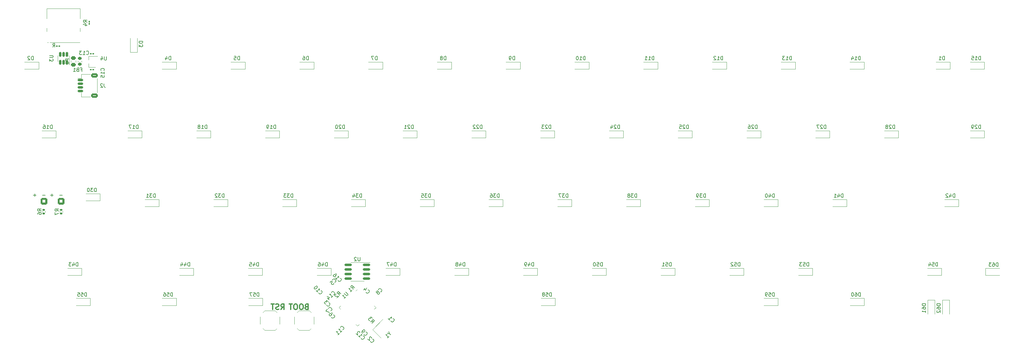
<source format=gbr>
%TF.GenerationSoftware,KiCad,Pcbnew,7.0.1*%
%TF.CreationDate,2023-03-31T22:15:08-04:00*%
%TF.ProjectId,PCB,5043422e-6b69-4636-9164-5f7063625858,rev?*%
%TF.SameCoordinates,Original*%
%TF.FileFunction,Legend,Bot*%
%TF.FilePolarity,Positive*%
%FSLAX46Y46*%
G04 Gerber Fmt 4.6, Leading zero omitted, Abs format (unit mm)*
G04 Created by KiCad (PCBNEW 7.0.1) date 2023-03-31 22:15:08*
%MOMM*%
%LPD*%
G01*
G04 APERTURE LIST*
G04 Aperture macros list*
%AMRoundRect*
0 Rectangle with rounded corners*
0 $1 Rounding radius*
0 $2 $3 $4 $5 $6 $7 $8 $9 X,Y pos of 4 corners*
0 Add a 4 corners polygon primitive as box body*
4,1,4,$2,$3,$4,$5,$6,$7,$8,$9,$2,$3,0*
0 Add four circle primitives for the rounded corners*
1,1,$1+$1,$2,$3*
1,1,$1+$1,$4,$5*
1,1,$1+$1,$6,$7*
1,1,$1+$1,$8,$9*
0 Add four rect primitives between the rounded corners*
20,1,$1+$1,$2,$3,$4,$5,0*
20,1,$1+$1,$4,$5,$6,$7,0*
20,1,$1+$1,$6,$7,$8,$9,0*
20,1,$1+$1,$8,$9,$2,$3,0*%
%AMRotRect*
0 Rectangle, with rotation*
0 The origin of the aperture is its center*
0 $1 length*
0 $2 width*
0 $3 Rotation angle, in degrees counterclockwise*
0 Add horizontal line*
21,1,$1,$2,0,0,$3*%
G04 Aperture macros list end*
%ADD10C,0.300000*%
%ADD11C,0.150000*%
%ADD12C,0.120000*%
%ADD13RoundRect,0.243750X-0.456250X0.243750X-0.456250X-0.243750X0.456250X-0.243750X0.456250X0.243750X0*%
%ADD14C,1.750000*%
%ADD15C,3.987800*%
%ADD16C,2.300000*%
%ADD17RoundRect,0.285750X-0.666750X-0.666750X0.666750X-0.666750X0.666750X0.666750X-0.666750X0.666750X0*%
%ADD18C,1.905000*%
%ADD19C,4.000000*%
%ADD20RoundRect,0.050000X0.238649X0.309359X-0.309359X-0.238649X-0.238649X-0.309359X0.309359X0.238649X0*%
%ADD21RoundRect,0.050000X-0.238649X0.309359X-0.309359X0.238649X0.238649X-0.309359X0.309359X-0.238649X0*%
%ADD22RotRect,3.200000X3.200000X225.000000*%
%ADD23RoundRect,0.100000X0.162635X-0.021213X-0.021213X0.162635X-0.162635X0.021213X0.021213X-0.162635X0*%
%ADD24R,0.900000X1.200000*%
%ADD25R,1.200000X0.900000*%
%ADD26RoundRect,0.150000X0.150000X-0.512500X0.150000X0.512500X-0.150000X0.512500X-0.150000X-0.512500X0*%
%ADD27RoundRect,0.150000X-0.625000X0.150000X-0.625000X-0.150000X0.625000X-0.150000X0.625000X0.150000X0*%
%ADD28RoundRect,0.250000X-0.650000X0.350000X-0.650000X-0.350000X0.650000X-0.350000X0.650000X0.350000X0*%
%ADD29RoundRect,0.100000X0.021213X0.162635X-0.162635X-0.021213X-0.021213X-0.162635X0.162635X0.021213X0*%
%ADD30R,1.800000X1.100000*%
%ADD31RoundRect,0.100000X-0.100000X0.130000X-0.100000X-0.130000X0.100000X-0.130000X0.100000X0.130000X0*%
%ADD32RoundRect,0.100000X-0.130000X-0.100000X0.130000X-0.100000X0.130000X0.100000X-0.130000X0.100000X0*%
%ADD33RotRect,1.400000X1.200000X45.000000*%
%ADD34RoundRect,0.135000X-0.185000X0.135000X-0.185000X-0.135000X0.185000X-0.135000X0.185000X0.135000X0*%
%ADD35R,1.220000X0.650000*%
%ADD36RoundRect,0.100000X-0.162635X0.021213X0.021213X-0.162635X0.162635X-0.021213X-0.021213X0.162635X0*%
%ADD37RoundRect,0.100000X0.130000X0.100000X-0.130000X0.100000X-0.130000X-0.100000X0.130000X-0.100000X0*%
%ADD38RoundRect,0.162500X0.825000X0.162500X-0.825000X0.162500X-0.825000X-0.162500X0.825000X-0.162500X0*%
%ADD39RoundRect,0.100000X-0.021213X-0.162635X0.162635X0.021213X0.021213X0.162635X-0.162635X-0.021213X0*%
%ADD40RoundRect,0.218750X0.256250X-0.218750X0.256250X0.218750X-0.256250X0.218750X-0.256250X-0.218750X0*%
G04 APERTURE END LIST*
D10*
X96655714Y-101306428D02*
X97155714Y-100592142D01*
X97512857Y-101306428D02*
X97512857Y-99806428D01*
X97512857Y-99806428D02*
X96941428Y-99806428D01*
X96941428Y-99806428D02*
X96798571Y-99877857D01*
X96798571Y-99877857D02*
X96727142Y-99949285D01*
X96727142Y-99949285D02*
X96655714Y-100092142D01*
X96655714Y-100092142D02*
X96655714Y-100306428D01*
X96655714Y-100306428D02*
X96727142Y-100449285D01*
X96727142Y-100449285D02*
X96798571Y-100520714D01*
X96798571Y-100520714D02*
X96941428Y-100592142D01*
X96941428Y-100592142D02*
X97512857Y-100592142D01*
X96084285Y-101235000D02*
X95870000Y-101306428D01*
X95870000Y-101306428D02*
X95512857Y-101306428D01*
X95512857Y-101306428D02*
X95370000Y-101235000D01*
X95370000Y-101235000D02*
X95298571Y-101163571D01*
X95298571Y-101163571D02*
X95227142Y-101020714D01*
X95227142Y-101020714D02*
X95227142Y-100877857D01*
X95227142Y-100877857D02*
X95298571Y-100735000D01*
X95298571Y-100735000D02*
X95370000Y-100663571D01*
X95370000Y-100663571D02*
X95512857Y-100592142D01*
X95512857Y-100592142D02*
X95798571Y-100520714D01*
X95798571Y-100520714D02*
X95941428Y-100449285D01*
X95941428Y-100449285D02*
X96012857Y-100377857D01*
X96012857Y-100377857D02*
X96084285Y-100235000D01*
X96084285Y-100235000D02*
X96084285Y-100092142D01*
X96084285Y-100092142D02*
X96012857Y-99949285D01*
X96012857Y-99949285D02*
X95941428Y-99877857D01*
X95941428Y-99877857D02*
X95798571Y-99806428D01*
X95798571Y-99806428D02*
X95441428Y-99806428D01*
X95441428Y-99806428D02*
X95227142Y-99877857D01*
X94798571Y-99806428D02*
X93941429Y-99806428D01*
X94370000Y-101306428D02*
X94370000Y-99806428D01*
X103712857Y-100520714D02*
X103498571Y-100592142D01*
X103498571Y-100592142D02*
X103427142Y-100663571D01*
X103427142Y-100663571D02*
X103355714Y-100806428D01*
X103355714Y-100806428D02*
X103355714Y-101020714D01*
X103355714Y-101020714D02*
X103427142Y-101163571D01*
X103427142Y-101163571D02*
X103498571Y-101235000D01*
X103498571Y-101235000D02*
X103641428Y-101306428D01*
X103641428Y-101306428D02*
X104212857Y-101306428D01*
X104212857Y-101306428D02*
X104212857Y-99806428D01*
X104212857Y-99806428D02*
X103712857Y-99806428D01*
X103712857Y-99806428D02*
X103570000Y-99877857D01*
X103570000Y-99877857D02*
X103498571Y-99949285D01*
X103498571Y-99949285D02*
X103427142Y-100092142D01*
X103427142Y-100092142D02*
X103427142Y-100235000D01*
X103427142Y-100235000D02*
X103498571Y-100377857D01*
X103498571Y-100377857D02*
X103570000Y-100449285D01*
X103570000Y-100449285D02*
X103712857Y-100520714D01*
X103712857Y-100520714D02*
X104212857Y-100520714D01*
X102427142Y-99806428D02*
X102141428Y-99806428D01*
X102141428Y-99806428D02*
X101998571Y-99877857D01*
X101998571Y-99877857D02*
X101855714Y-100020714D01*
X101855714Y-100020714D02*
X101784285Y-100306428D01*
X101784285Y-100306428D02*
X101784285Y-100806428D01*
X101784285Y-100806428D02*
X101855714Y-101092142D01*
X101855714Y-101092142D02*
X101998571Y-101235000D01*
X101998571Y-101235000D02*
X102141428Y-101306428D01*
X102141428Y-101306428D02*
X102427142Y-101306428D01*
X102427142Y-101306428D02*
X102570000Y-101235000D01*
X102570000Y-101235000D02*
X102712857Y-101092142D01*
X102712857Y-101092142D02*
X102784285Y-100806428D01*
X102784285Y-100806428D02*
X102784285Y-100306428D01*
X102784285Y-100306428D02*
X102712857Y-100020714D01*
X102712857Y-100020714D02*
X102570000Y-99877857D01*
X102570000Y-99877857D02*
X102427142Y-99806428D01*
X100855713Y-99806428D02*
X100569999Y-99806428D01*
X100569999Y-99806428D02*
X100427142Y-99877857D01*
X100427142Y-99877857D02*
X100284285Y-100020714D01*
X100284285Y-100020714D02*
X100212856Y-100306428D01*
X100212856Y-100306428D02*
X100212856Y-100806428D01*
X100212856Y-100806428D02*
X100284285Y-101092142D01*
X100284285Y-101092142D02*
X100427142Y-101235000D01*
X100427142Y-101235000D02*
X100569999Y-101306428D01*
X100569999Y-101306428D02*
X100855713Y-101306428D01*
X100855713Y-101306428D02*
X100998571Y-101235000D01*
X100998571Y-101235000D02*
X101141428Y-101092142D01*
X101141428Y-101092142D02*
X101212856Y-100806428D01*
X101212856Y-100806428D02*
X101212856Y-100306428D01*
X101212856Y-100306428D02*
X101141428Y-100020714D01*
X101141428Y-100020714D02*
X100998571Y-99877857D01*
X100998571Y-99877857D02*
X100855713Y-99806428D01*
X99784284Y-99806428D02*
X98927142Y-99806428D01*
X99355713Y-101306428D02*
X99355713Y-99806428D01*
D11*
%TO.C,F1*%
X37438809Y-32226666D02*
X37438809Y-31893333D01*
X37962619Y-31893333D02*
X36962619Y-31893333D01*
X36962619Y-31893333D02*
X36962619Y-32369523D01*
X37962619Y-33274285D02*
X37962619Y-32702857D01*
X37962619Y-32988571D02*
X36962619Y-32988571D01*
X36962619Y-32988571D02*
X37105476Y-32893333D01*
X37105476Y-32893333D02*
X37200714Y-32798095D01*
X37200714Y-32798095D02*
X37248333Y-32702857D01*
%TO.C,D65*%
X35371548Y-69607916D02*
X36133453Y-69607916D01*
X32831548Y-69607916D02*
X33593453Y-69607916D01*
X33212500Y-69988869D02*
X33212500Y-69226964D01*
%TO.C,D64*%
X28069048Y-69607916D02*
X28830953Y-69607916D01*
X28450000Y-69988869D02*
X28450000Y-69226964D01*
X30609048Y-69607916D02*
X31370953Y-69607916D01*
%TO.C,U1*%
X114576757Y-96447386D02*
X115149177Y-97019806D01*
X115149177Y-97019806D02*
X115182848Y-97120821D01*
X115182848Y-97120821D02*
X115182848Y-97188164D01*
X115182848Y-97188164D02*
X115149177Y-97289180D01*
X115149177Y-97289180D02*
X115014490Y-97423867D01*
X115014490Y-97423867D02*
X114913474Y-97457538D01*
X114913474Y-97457538D02*
X114846131Y-97457538D01*
X114846131Y-97457538D02*
X114745116Y-97423867D01*
X114745116Y-97423867D02*
X114172696Y-96851447D01*
X114172696Y-98265660D02*
X114576757Y-97861599D01*
X114374726Y-98063630D02*
X113667620Y-97356523D01*
X113667620Y-97356523D02*
X113835978Y-97390195D01*
X113835978Y-97390195D02*
X113970665Y-97390195D01*
X113970665Y-97390195D02*
X114071681Y-97356523D01*
%TO.C,C16*%
X112464790Y-93204346D02*
X112464790Y-93271689D01*
X112464790Y-93271689D02*
X112532133Y-93406376D01*
X112532133Y-93406376D02*
X112599477Y-93473720D01*
X112599477Y-93473720D02*
X112734164Y-93541063D01*
X112734164Y-93541063D02*
X112868851Y-93541063D01*
X112868851Y-93541063D02*
X112969866Y-93507392D01*
X112969866Y-93507392D02*
X113138225Y-93406376D01*
X113138225Y-93406376D02*
X113239240Y-93305361D01*
X113239240Y-93305361D02*
X113340255Y-93137002D01*
X113340255Y-93137002D02*
X113373927Y-93035987D01*
X113373927Y-93035987D02*
X113373927Y-92901300D01*
X113373927Y-92901300D02*
X113306583Y-92766613D01*
X113306583Y-92766613D02*
X113239240Y-92699269D01*
X113239240Y-92699269D02*
X113104553Y-92631926D01*
X113104553Y-92631926D02*
X113037209Y-92631926D01*
X111724011Y-92598254D02*
X112128072Y-93002315D01*
X111926042Y-92800285D02*
X112633148Y-92093178D01*
X112633148Y-92093178D02*
X112599477Y-92261537D01*
X112599477Y-92261537D02*
X112599477Y-92396224D01*
X112599477Y-92396224D02*
X112633148Y-92497239D01*
X111825026Y-91285056D02*
X111959713Y-91419743D01*
X111959713Y-91419743D02*
X111993385Y-91520758D01*
X111993385Y-91520758D02*
X111993385Y-91588102D01*
X111993385Y-91588102D02*
X111959713Y-91756460D01*
X111959713Y-91756460D02*
X111858698Y-91924819D01*
X111858698Y-91924819D02*
X111589324Y-92194193D01*
X111589324Y-92194193D02*
X111488309Y-92227865D01*
X111488309Y-92227865D02*
X111420965Y-92227865D01*
X111420965Y-92227865D02*
X111319950Y-92194193D01*
X111319950Y-92194193D02*
X111185263Y-92059506D01*
X111185263Y-92059506D02*
X111151591Y-91958491D01*
X111151591Y-91958491D02*
X111151591Y-91891147D01*
X111151591Y-91891147D02*
X111185263Y-91790132D01*
X111185263Y-91790132D02*
X111353622Y-91621773D01*
X111353622Y-91621773D02*
X111454637Y-91588102D01*
X111454637Y-91588102D02*
X111521981Y-91588102D01*
X111521981Y-91588102D02*
X111622996Y-91621773D01*
X111622996Y-91621773D02*
X111757683Y-91756460D01*
X111757683Y-91756460D02*
X111791355Y-91857476D01*
X111791355Y-91857476D02*
X111791355Y-91924819D01*
X111791355Y-91924819D02*
X111757683Y-92025834D01*
%TO.C,D43*%
X40413660Y-89283244D02*
X40413660Y-88283244D01*
X40413660Y-88283244D02*
X40175565Y-88283244D01*
X40175565Y-88283244D02*
X40032708Y-88330863D01*
X40032708Y-88330863D02*
X39937470Y-88426101D01*
X39937470Y-88426101D02*
X39889851Y-88521339D01*
X39889851Y-88521339D02*
X39842232Y-88711815D01*
X39842232Y-88711815D02*
X39842232Y-88854672D01*
X39842232Y-88854672D02*
X39889851Y-89045148D01*
X39889851Y-89045148D02*
X39937470Y-89140386D01*
X39937470Y-89140386D02*
X40032708Y-89235625D01*
X40032708Y-89235625D02*
X40175565Y-89283244D01*
X40175565Y-89283244D02*
X40413660Y-89283244D01*
X38985089Y-88616577D02*
X38985089Y-89283244D01*
X39223184Y-88235625D02*
X39461279Y-88949910D01*
X39461279Y-88949910D02*
X38842232Y-88949910D01*
X38556517Y-88283244D02*
X37937470Y-88283244D01*
X37937470Y-88283244D02*
X38270803Y-88664196D01*
X38270803Y-88664196D02*
X38127946Y-88664196D01*
X38127946Y-88664196D02*
X38032708Y-88711815D01*
X38032708Y-88711815D02*
X37985089Y-88759434D01*
X37985089Y-88759434D02*
X37937470Y-88854672D01*
X37937470Y-88854672D02*
X37937470Y-89092767D01*
X37937470Y-89092767D02*
X37985089Y-89188005D01*
X37985089Y-89188005D02*
X38032708Y-89235625D01*
X38032708Y-89235625D02*
X38127946Y-89283244D01*
X38127946Y-89283244D02*
X38413660Y-89283244D01*
X38413660Y-89283244D02*
X38508898Y-89235625D01*
X38508898Y-89235625D02*
X38556517Y-89188005D01*
%TO.C,D42*%
X283301160Y-70233244D02*
X283301160Y-69233244D01*
X283301160Y-69233244D02*
X283063065Y-69233244D01*
X283063065Y-69233244D02*
X282920208Y-69280863D01*
X282920208Y-69280863D02*
X282824970Y-69376101D01*
X282824970Y-69376101D02*
X282777351Y-69471339D01*
X282777351Y-69471339D02*
X282729732Y-69661815D01*
X282729732Y-69661815D02*
X282729732Y-69804672D01*
X282729732Y-69804672D02*
X282777351Y-69995148D01*
X282777351Y-69995148D02*
X282824970Y-70090386D01*
X282824970Y-70090386D02*
X282920208Y-70185625D01*
X282920208Y-70185625D02*
X283063065Y-70233244D01*
X283063065Y-70233244D02*
X283301160Y-70233244D01*
X281872589Y-69566577D02*
X281872589Y-70233244D01*
X282110684Y-69185625D02*
X282348779Y-69899910D01*
X282348779Y-69899910D02*
X281729732Y-69899910D01*
X281396398Y-69328482D02*
X281348779Y-69280863D01*
X281348779Y-69280863D02*
X281253541Y-69233244D01*
X281253541Y-69233244D02*
X281015446Y-69233244D01*
X281015446Y-69233244D02*
X280920208Y-69280863D01*
X280920208Y-69280863D02*
X280872589Y-69328482D01*
X280872589Y-69328482D02*
X280824970Y-69423720D01*
X280824970Y-69423720D02*
X280824970Y-69518958D01*
X280824970Y-69518958D02*
X280872589Y-69661815D01*
X280872589Y-69661815D02*
X281444017Y-70233244D01*
X281444017Y-70233244D02*
X280824970Y-70233244D01*
%TO.C,D20*%
X114232410Y-51183244D02*
X114232410Y-50183244D01*
X114232410Y-50183244D02*
X113994315Y-50183244D01*
X113994315Y-50183244D02*
X113851458Y-50230863D01*
X113851458Y-50230863D02*
X113756220Y-50326101D01*
X113756220Y-50326101D02*
X113708601Y-50421339D01*
X113708601Y-50421339D02*
X113660982Y-50611815D01*
X113660982Y-50611815D02*
X113660982Y-50754672D01*
X113660982Y-50754672D02*
X113708601Y-50945148D01*
X113708601Y-50945148D02*
X113756220Y-51040386D01*
X113756220Y-51040386D02*
X113851458Y-51135625D01*
X113851458Y-51135625D02*
X113994315Y-51183244D01*
X113994315Y-51183244D02*
X114232410Y-51183244D01*
X113280029Y-50278482D02*
X113232410Y-50230863D01*
X113232410Y-50230863D02*
X113137172Y-50183244D01*
X113137172Y-50183244D02*
X112899077Y-50183244D01*
X112899077Y-50183244D02*
X112803839Y-50230863D01*
X112803839Y-50230863D02*
X112756220Y-50278482D01*
X112756220Y-50278482D02*
X112708601Y-50373720D01*
X112708601Y-50373720D02*
X112708601Y-50468958D01*
X112708601Y-50468958D02*
X112756220Y-50611815D01*
X112756220Y-50611815D02*
X113327648Y-51183244D01*
X113327648Y-51183244D02*
X112708601Y-51183244D01*
X112089553Y-50183244D02*
X111994315Y-50183244D01*
X111994315Y-50183244D02*
X111899077Y-50230863D01*
X111899077Y-50230863D02*
X111851458Y-50278482D01*
X111851458Y-50278482D02*
X111803839Y-50373720D01*
X111803839Y-50373720D02*
X111756220Y-50564196D01*
X111756220Y-50564196D02*
X111756220Y-50802291D01*
X111756220Y-50802291D02*
X111803839Y-50992767D01*
X111803839Y-50992767D02*
X111851458Y-51088005D01*
X111851458Y-51088005D02*
X111899077Y-51135625D01*
X111899077Y-51135625D02*
X111994315Y-51183244D01*
X111994315Y-51183244D02*
X112089553Y-51183244D01*
X112089553Y-51183244D02*
X112184791Y-51135625D01*
X112184791Y-51135625D02*
X112232410Y-51088005D01*
X112232410Y-51088005D02*
X112280029Y-50992767D01*
X112280029Y-50992767D02*
X112327648Y-50802291D01*
X112327648Y-50802291D02*
X112327648Y-50564196D01*
X112327648Y-50564196D02*
X112280029Y-50373720D01*
X112280029Y-50373720D02*
X112232410Y-50278482D01*
X112232410Y-50278482D02*
X112184791Y-50230863D01*
X112184791Y-50230863D02*
X112089553Y-50183244D01*
%TO.C,D31*%
X61844910Y-70233244D02*
X61844910Y-69233244D01*
X61844910Y-69233244D02*
X61606815Y-69233244D01*
X61606815Y-69233244D02*
X61463958Y-69280863D01*
X61463958Y-69280863D02*
X61368720Y-69376101D01*
X61368720Y-69376101D02*
X61321101Y-69471339D01*
X61321101Y-69471339D02*
X61273482Y-69661815D01*
X61273482Y-69661815D02*
X61273482Y-69804672D01*
X61273482Y-69804672D02*
X61321101Y-69995148D01*
X61321101Y-69995148D02*
X61368720Y-70090386D01*
X61368720Y-70090386D02*
X61463958Y-70185625D01*
X61463958Y-70185625D02*
X61606815Y-70233244D01*
X61606815Y-70233244D02*
X61844910Y-70233244D01*
X60940148Y-69233244D02*
X60321101Y-69233244D01*
X60321101Y-69233244D02*
X60654434Y-69614196D01*
X60654434Y-69614196D02*
X60511577Y-69614196D01*
X60511577Y-69614196D02*
X60416339Y-69661815D01*
X60416339Y-69661815D02*
X60368720Y-69709434D01*
X60368720Y-69709434D02*
X60321101Y-69804672D01*
X60321101Y-69804672D02*
X60321101Y-70042767D01*
X60321101Y-70042767D02*
X60368720Y-70138005D01*
X60368720Y-70138005D02*
X60416339Y-70185625D01*
X60416339Y-70185625D02*
X60511577Y-70233244D01*
X60511577Y-70233244D02*
X60797291Y-70233244D01*
X60797291Y-70233244D02*
X60892529Y-70185625D01*
X60892529Y-70185625D02*
X60940148Y-70138005D01*
X59368720Y-70233244D02*
X59940148Y-70233244D01*
X59654434Y-70233244D02*
X59654434Y-69233244D01*
X59654434Y-69233244D02*
X59749672Y-69376101D01*
X59749672Y-69376101D02*
X59844910Y-69471339D01*
X59844910Y-69471339D02*
X59940148Y-69518958D01*
%TO.C,C10*%
X107143541Y-96665595D02*
X107143541Y-96732938D01*
X107143541Y-96732938D02*
X107210884Y-96867625D01*
X107210884Y-96867625D02*
X107278228Y-96934969D01*
X107278228Y-96934969D02*
X107412915Y-97002312D01*
X107412915Y-97002312D02*
X107547602Y-97002312D01*
X107547602Y-97002312D02*
X107648617Y-96968641D01*
X107648617Y-96968641D02*
X107816976Y-96867625D01*
X107816976Y-96867625D02*
X107917991Y-96766610D01*
X107917991Y-96766610D02*
X108019006Y-96598251D01*
X108019006Y-96598251D02*
X108052678Y-96497236D01*
X108052678Y-96497236D02*
X108052678Y-96362549D01*
X108052678Y-96362549D02*
X107985334Y-96227862D01*
X107985334Y-96227862D02*
X107917991Y-96160518D01*
X107917991Y-96160518D02*
X107783304Y-96093175D01*
X107783304Y-96093175D02*
X107715960Y-96093175D01*
X106402762Y-96059503D02*
X106806823Y-96463564D01*
X106604793Y-96261534D02*
X107311899Y-95554427D01*
X107311899Y-95554427D02*
X107278228Y-95722786D01*
X107278228Y-95722786D02*
X107278228Y-95857473D01*
X107278228Y-95857473D02*
X107311899Y-95958488D01*
X106672136Y-94914664D02*
X106604793Y-94847320D01*
X106604793Y-94847320D02*
X106503777Y-94813648D01*
X106503777Y-94813648D02*
X106436434Y-94813648D01*
X106436434Y-94813648D02*
X106335419Y-94847320D01*
X106335419Y-94847320D02*
X106167060Y-94948335D01*
X106167060Y-94948335D02*
X105998701Y-95116694D01*
X105998701Y-95116694D02*
X105897686Y-95285053D01*
X105897686Y-95285053D02*
X105864014Y-95386068D01*
X105864014Y-95386068D02*
X105864014Y-95453412D01*
X105864014Y-95453412D02*
X105897686Y-95554427D01*
X105897686Y-95554427D02*
X105965029Y-95621770D01*
X105965029Y-95621770D02*
X106066045Y-95655442D01*
X106066045Y-95655442D02*
X106133388Y-95655442D01*
X106133388Y-95655442D02*
X106234403Y-95621770D01*
X106234403Y-95621770D02*
X106402762Y-95520755D01*
X106402762Y-95520755D02*
X106571121Y-95352396D01*
X106571121Y-95352396D02*
X106672136Y-95184038D01*
X106672136Y-95184038D02*
X106705808Y-95083022D01*
X106705808Y-95083022D02*
X106705808Y-95015679D01*
X106705808Y-95015679D02*
X106672136Y-94914664D01*
%TO.C,D54*%
X278538660Y-89283244D02*
X278538660Y-88283244D01*
X278538660Y-88283244D02*
X278300565Y-88283244D01*
X278300565Y-88283244D02*
X278157708Y-88330863D01*
X278157708Y-88330863D02*
X278062470Y-88426101D01*
X278062470Y-88426101D02*
X278014851Y-88521339D01*
X278014851Y-88521339D02*
X277967232Y-88711815D01*
X277967232Y-88711815D02*
X277967232Y-88854672D01*
X277967232Y-88854672D02*
X278014851Y-89045148D01*
X278014851Y-89045148D02*
X278062470Y-89140386D01*
X278062470Y-89140386D02*
X278157708Y-89235625D01*
X278157708Y-89235625D02*
X278300565Y-89283244D01*
X278300565Y-89283244D02*
X278538660Y-89283244D01*
X277062470Y-88283244D02*
X277538660Y-88283244D01*
X277538660Y-88283244D02*
X277586279Y-88759434D01*
X277586279Y-88759434D02*
X277538660Y-88711815D01*
X277538660Y-88711815D02*
X277443422Y-88664196D01*
X277443422Y-88664196D02*
X277205327Y-88664196D01*
X277205327Y-88664196D02*
X277110089Y-88711815D01*
X277110089Y-88711815D02*
X277062470Y-88759434D01*
X277062470Y-88759434D02*
X277014851Y-88854672D01*
X277014851Y-88854672D02*
X277014851Y-89092767D01*
X277014851Y-89092767D02*
X277062470Y-89188005D01*
X277062470Y-89188005D02*
X277110089Y-89235625D01*
X277110089Y-89235625D02*
X277205327Y-89283244D01*
X277205327Y-89283244D02*
X277443422Y-89283244D01*
X277443422Y-89283244D02*
X277538660Y-89235625D01*
X277538660Y-89235625D02*
X277586279Y-89188005D01*
X276157708Y-88616577D02*
X276157708Y-89283244D01*
X276395803Y-88235625D02*
X276633898Y-88949910D01*
X276633898Y-88949910D02*
X276014851Y-88949910D01*
%TO.C,D11*%
X199957410Y-32133244D02*
X199957410Y-31133244D01*
X199957410Y-31133244D02*
X199719315Y-31133244D01*
X199719315Y-31133244D02*
X199576458Y-31180863D01*
X199576458Y-31180863D02*
X199481220Y-31276101D01*
X199481220Y-31276101D02*
X199433601Y-31371339D01*
X199433601Y-31371339D02*
X199385982Y-31561815D01*
X199385982Y-31561815D02*
X199385982Y-31704672D01*
X199385982Y-31704672D02*
X199433601Y-31895148D01*
X199433601Y-31895148D02*
X199481220Y-31990386D01*
X199481220Y-31990386D02*
X199576458Y-32085625D01*
X199576458Y-32085625D02*
X199719315Y-32133244D01*
X199719315Y-32133244D02*
X199957410Y-32133244D01*
X198433601Y-32133244D02*
X199005029Y-32133244D01*
X198719315Y-32133244D02*
X198719315Y-31133244D01*
X198719315Y-31133244D02*
X198814553Y-31276101D01*
X198814553Y-31276101D02*
X198909791Y-31371339D01*
X198909791Y-31371339D02*
X199005029Y-31418958D01*
X197481220Y-32133244D02*
X198052648Y-32133244D01*
X197766934Y-32133244D02*
X197766934Y-31133244D01*
X197766934Y-31133244D02*
X197862172Y-31276101D01*
X197862172Y-31276101D02*
X197957410Y-31371339D01*
X197957410Y-31371339D02*
X198052648Y-31418958D01*
%TO.C,D33*%
X99944910Y-70233244D02*
X99944910Y-69233244D01*
X99944910Y-69233244D02*
X99706815Y-69233244D01*
X99706815Y-69233244D02*
X99563958Y-69280863D01*
X99563958Y-69280863D02*
X99468720Y-69376101D01*
X99468720Y-69376101D02*
X99421101Y-69471339D01*
X99421101Y-69471339D02*
X99373482Y-69661815D01*
X99373482Y-69661815D02*
X99373482Y-69804672D01*
X99373482Y-69804672D02*
X99421101Y-69995148D01*
X99421101Y-69995148D02*
X99468720Y-70090386D01*
X99468720Y-70090386D02*
X99563958Y-70185625D01*
X99563958Y-70185625D02*
X99706815Y-70233244D01*
X99706815Y-70233244D02*
X99944910Y-70233244D01*
X99040148Y-69233244D02*
X98421101Y-69233244D01*
X98421101Y-69233244D02*
X98754434Y-69614196D01*
X98754434Y-69614196D02*
X98611577Y-69614196D01*
X98611577Y-69614196D02*
X98516339Y-69661815D01*
X98516339Y-69661815D02*
X98468720Y-69709434D01*
X98468720Y-69709434D02*
X98421101Y-69804672D01*
X98421101Y-69804672D02*
X98421101Y-70042767D01*
X98421101Y-70042767D02*
X98468720Y-70138005D01*
X98468720Y-70138005D02*
X98516339Y-70185625D01*
X98516339Y-70185625D02*
X98611577Y-70233244D01*
X98611577Y-70233244D02*
X98897291Y-70233244D01*
X98897291Y-70233244D02*
X98992529Y-70185625D01*
X98992529Y-70185625D02*
X99040148Y-70138005D01*
X98087767Y-69233244D02*
X97468720Y-69233244D01*
X97468720Y-69233244D02*
X97802053Y-69614196D01*
X97802053Y-69614196D02*
X97659196Y-69614196D01*
X97659196Y-69614196D02*
X97563958Y-69661815D01*
X97563958Y-69661815D02*
X97516339Y-69709434D01*
X97516339Y-69709434D02*
X97468720Y-69804672D01*
X97468720Y-69804672D02*
X97468720Y-70042767D01*
X97468720Y-70042767D02*
X97516339Y-70138005D01*
X97516339Y-70138005D02*
X97563958Y-70185625D01*
X97563958Y-70185625D02*
X97659196Y-70233244D01*
X97659196Y-70233244D02*
X97944910Y-70233244D01*
X97944910Y-70233244D02*
X98040148Y-70185625D01*
X98040148Y-70185625D02*
X98087767Y-70138005D01*
%TO.C,D17*%
X57082410Y-51183244D02*
X57082410Y-50183244D01*
X57082410Y-50183244D02*
X56844315Y-50183244D01*
X56844315Y-50183244D02*
X56701458Y-50230863D01*
X56701458Y-50230863D02*
X56606220Y-50326101D01*
X56606220Y-50326101D02*
X56558601Y-50421339D01*
X56558601Y-50421339D02*
X56510982Y-50611815D01*
X56510982Y-50611815D02*
X56510982Y-50754672D01*
X56510982Y-50754672D02*
X56558601Y-50945148D01*
X56558601Y-50945148D02*
X56606220Y-51040386D01*
X56606220Y-51040386D02*
X56701458Y-51135625D01*
X56701458Y-51135625D02*
X56844315Y-51183244D01*
X56844315Y-51183244D02*
X57082410Y-51183244D01*
X55558601Y-51183244D02*
X56130029Y-51183244D01*
X55844315Y-51183244D02*
X55844315Y-50183244D01*
X55844315Y-50183244D02*
X55939553Y-50326101D01*
X55939553Y-50326101D02*
X56034791Y-50421339D01*
X56034791Y-50421339D02*
X56130029Y-50468958D01*
X55225267Y-50183244D02*
X54558601Y-50183244D01*
X54558601Y-50183244D02*
X54987172Y-51183244D01*
%TO.C,D52*%
X223769910Y-89283244D02*
X223769910Y-88283244D01*
X223769910Y-88283244D02*
X223531815Y-88283244D01*
X223531815Y-88283244D02*
X223388958Y-88330863D01*
X223388958Y-88330863D02*
X223293720Y-88426101D01*
X223293720Y-88426101D02*
X223246101Y-88521339D01*
X223246101Y-88521339D02*
X223198482Y-88711815D01*
X223198482Y-88711815D02*
X223198482Y-88854672D01*
X223198482Y-88854672D02*
X223246101Y-89045148D01*
X223246101Y-89045148D02*
X223293720Y-89140386D01*
X223293720Y-89140386D02*
X223388958Y-89235625D01*
X223388958Y-89235625D02*
X223531815Y-89283244D01*
X223531815Y-89283244D02*
X223769910Y-89283244D01*
X222293720Y-88283244D02*
X222769910Y-88283244D01*
X222769910Y-88283244D02*
X222817529Y-88759434D01*
X222817529Y-88759434D02*
X222769910Y-88711815D01*
X222769910Y-88711815D02*
X222674672Y-88664196D01*
X222674672Y-88664196D02*
X222436577Y-88664196D01*
X222436577Y-88664196D02*
X222341339Y-88711815D01*
X222341339Y-88711815D02*
X222293720Y-88759434D01*
X222293720Y-88759434D02*
X222246101Y-88854672D01*
X222246101Y-88854672D02*
X222246101Y-89092767D01*
X222246101Y-89092767D02*
X222293720Y-89188005D01*
X222293720Y-89188005D02*
X222341339Y-89235625D01*
X222341339Y-89235625D02*
X222436577Y-89283244D01*
X222436577Y-89283244D02*
X222674672Y-89283244D01*
X222674672Y-89283244D02*
X222769910Y-89235625D01*
X222769910Y-89235625D02*
X222817529Y-89188005D01*
X221865148Y-88378482D02*
X221817529Y-88330863D01*
X221817529Y-88330863D02*
X221722291Y-88283244D01*
X221722291Y-88283244D02*
X221484196Y-88283244D01*
X221484196Y-88283244D02*
X221388958Y-88330863D01*
X221388958Y-88330863D02*
X221341339Y-88378482D01*
X221341339Y-88378482D02*
X221293720Y-88473720D01*
X221293720Y-88473720D02*
X221293720Y-88568958D01*
X221293720Y-88568958D02*
X221341339Y-88711815D01*
X221341339Y-88711815D02*
X221912767Y-89283244D01*
X221912767Y-89283244D02*
X221293720Y-89283244D01*
%TO.C,D13*%
X238057410Y-32133244D02*
X238057410Y-31133244D01*
X238057410Y-31133244D02*
X237819315Y-31133244D01*
X237819315Y-31133244D02*
X237676458Y-31180863D01*
X237676458Y-31180863D02*
X237581220Y-31276101D01*
X237581220Y-31276101D02*
X237533601Y-31371339D01*
X237533601Y-31371339D02*
X237485982Y-31561815D01*
X237485982Y-31561815D02*
X237485982Y-31704672D01*
X237485982Y-31704672D02*
X237533601Y-31895148D01*
X237533601Y-31895148D02*
X237581220Y-31990386D01*
X237581220Y-31990386D02*
X237676458Y-32085625D01*
X237676458Y-32085625D02*
X237819315Y-32133244D01*
X237819315Y-32133244D02*
X238057410Y-32133244D01*
X236533601Y-32133244D02*
X237105029Y-32133244D01*
X236819315Y-32133244D02*
X236819315Y-31133244D01*
X236819315Y-31133244D02*
X236914553Y-31276101D01*
X236914553Y-31276101D02*
X237009791Y-31371339D01*
X237009791Y-31371339D02*
X237105029Y-31418958D01*
X236200267Y-31133244D02*
X235581220Y-31133244D01*
X235581220Y-31133244D02*
X235914553Y-31514196D01*
X235914553Y-31514196D02*
X235771696Y-31514196D01*
X235771696Y-31514196D02*
X235676458Y-31561815D01*
X235676458Y-31561815D02*
X235628839Y-31609434D01*
X235628839Y-31609434D02*
X235581220Y-31704672D01*
X235581220Y-31704672D02*
X235581220Y-31942767D01*
X235581220Y-31942767D02*
X235628839Y-32038005D01*
X235628839Y-32038005D02*
X235676458Y-32085625D01*
X235676458Y-32085625D02*
X235771696Y-32133244D01*
X235771696Y-32133244D02*
X236057410Y-32133244D01*
X236057410Y-32133244D02*
X236152648Y-32085625D01*
X236152648Y-32085625D02*
X236200267Y-32038005D01*
%TO.C,C6*%
X110628073Y-103367628D02*
X110628073Y-103434971D01*
X110628073Y-103434971D02*
X110695416Y-103569658D01*
X110695416Y-103569658D02*
X110762760Y-103637002D01*
X110762760Y-103637002D02*
X110897447Y-103704345D01*
X110897447Y-103704345D02*
X111032134Y-103704345D01*
X111032134Y-103704345D02*
X111133149Y-103670674D01*
X111133149Y-103670674D02*
X111301508Y-103569658D01*
X111301508Y-103569658D02*
X111402523Y-103468643D01*
X111402523Y-103468643D02*
X111503538Y-103300284D01*
X111503538Y-103300284D02*
X111537210Y-103199269D01*
X111537210Y-103199269D02*
X111537210Y-103064582D01*
X111537210Y-103064582D02*
X111469867Y-102929895D01*
X111469867Y-102929895D02*
X111402523Y-102862552D01*
X111402523Y-102862552D02*
X111267836Y-102795208D01*
X111267836Y-102795208D02*
X111200493Y-102795208D01*
X110661744Y-102121773D02*
X110796431Y-102256460D01*
X110796431Y-102256460D02*
X110830103Y-102357475D01*
X110830103Y-102357475D02*
X110830103Y-102424819D01*
X110830103Y-102424819D02*
X110796431Y-102593178D01*
X110796431Y-102593178D02*
X110695416Y-102761536D01*
X110695416Y-102761536D02*
X110426042Y-103030910D01*
X110426042Y-103030910D02*
X110325027Y-103064582D01*
X110325027Y-103064582D02*
X110257683Y-103064582D01*
X110257683Y-103064582D02*
X110156668Y-103030910D01*
X110156668Y-103030910D02*
X110021981Y-102896223D01*
X110021981Y-102896223D02*
X109988309Y-102795208D01*
X109988309Y-102795208D02*
X109988309Y-102727865D01*
X109988309Y-102727865D02*
X110021981Y-102626849D01*
X110021981Y-102626849D02*
X110190340Y-102458491D01*
X110190340Y-102458491D02*
X110291355Y-102424819D01*
X110291355Y-102424819D02*
X110358699Y-102424819D01*
X110358699Y-102424819D02*
X110459714Y-102458491D01*
X110459714Y-102458491D02*
X110594401Y-102593178D01*
X110594401Y-102593178D02*
X110628073Y-102694193D01*
X110628073Y-102694193D02*
X110628073Y-102761536D01*
X110628073Y-102761536D02*
X110594401Y-102862552D01*
%TO.C,D6*%
X104231219Y-32133244D02*
X104231219Y-31133244D01*
X104231219Y-31133244D02*
X103993124Y-31133244D01*
X103993124Y-31133244D02*
X103850267Y-31180863D01*
X103850267Y-31180863D02*
X103755029Y-31276101D01*
X103755029Y-31276101D02*
X103707410Y-31371339D01*
X103707410Y-31371339D02*
X103659791Y-31561815D01*
X103659791Y-31561815D02*
X103659791Y-31704672D01*
X103659791Y-31704672D02*
X103707410Y-31895148D01*
X103707410Y-31895148D02*
X103755029Y-31990386D01*
X103755029Y-31990386D02*
X103850267Y-32085625D01*
X103850267Y-32085625D02*
X103993124Y-32133244D01*
X103993124Y-32133244D02*
X104231219Y-32133244D01*
X102802648Y-31133244D02*
X102993124Y-31133244D01*
X102993124Y-31133244D02*
X103088362Y-31180863D01*
X103088362Y-31180863D02*
X103135981Y-31228482D01*
X103135981Y-31228482D02*
X103231219Y-31371339D01*
X103231219Y-31371339D02*
X103278838Y-31561815D01*
X103278838Y-31561815D02*
X103278838Y-31942767D01*
X103278838Y-31942767D02*
X103231219Y-32038005D01*
X103231219Y-32038005D02*
X103183600Y-32085625D01*
X103183600Y-32085625D02*
X103088362Y-32133244D01*
X103088362Y-32133244D02*
X102897886Y-32133244D01*
X102897886Y-32133244D02*
X102802648Y-32085625D01*
X102802648Y-32085625D02*
X102755029Y-32038005D01*
X102755029Y-32038005D02*
X102707410Y-31942767D01*
X102707410Y-31942767D02*
X102707410Y-31704672D01*
X102707410Y-31704672D02*
X102755029Y-31609434D01*
X102755029Y-31609434D02*
X102802648Y-31561815D01*
X102802648Y-31561815D02*
X102897886Y-31514196D01*
X102897886Y-31514196D02*
X103088362Y-31514196D01*
X103088362Y-31514196D02*
X103183600Y-31561815D01*
X103183600Y-31561815D02*
X103231219Y-31609434D01*
X103231219Y-31609434D02*
X103278838Y-31704672D01*
%TO.C,D15*%
X290444910Y-32133244D02*
X290444910Y-31133244D01*
X290444910Y-31133244D02*
X290206815Y-31133244D01*
X290206815Y-31133244D02*
X290063958Y-31180863D01*
X290063958Y-31180863D02*
X289968720Y-31276101D01*
X289968720Y-31276101D02*
X289921101Y-31371339D01*
X289921101Y-31371339D02*
X289873482Y-31561815D01*
X289873482Y-31561815D02*
X289873482Y-31704672D01*
X289873482Y-31704672D02*
X289921101Y-31895148D01*
X289921101Y-31895148D02*
X289968720Y-31990386D01*
X289968720Y-31990386D02*
X290063958Y-32085625D01*
X290063958Y-32085625D02*
X290206815Y-32133244D01*
X290206815Y-32133244D02*
X290444910Y-32133244D01*
X288921101Y-32133244D02*
X289492529Y-32133244D01*
X289206815Y-32133244D02*
X289206815Y-31133244D01*
X289206815Y-31133244D02*
X289302053Y-31276101D01*
X289302053Y-31276101D02*
X289397291Y-31371339D01*
X289397291Y-31371339D02*
X289492529Y-31418958D01*
X288016339Y-31133244D02*
X288492529Y-31133244D01*
X288492529Y-31133244D02*
X288540148Y-31609434D01*
X288540148Y-31609434D02*
X288492529Y-31561815D01*
X288492529Y-31561815D02*
X288397291Y-31514196D01*
X288397291Y-31514196D02*
X288159196Y-31514196D01*
X288159196Y-31514196D02*
X288063958Y-31561815D01*
X288063958Y-31561815D02*
X288016339Y-31609434D01*
X288016339Y-31609434D02*
X287968720Y-31704672D01*
X287968720Y-31704672D02*
X287968720Y-31942767D01*
X287968720Y-31942767D02*
X288016339Y-32038005D01*
X288016339Y-32038005D02*
X288063958Y-32085625D01*
X288063958Y-32085625D02*
X288159196Y-32133244D01*
X288159196Y-32133244D02*
X288397291Y-32133244D01*
X288397291Y-32133244D02*
X288492529Y-32085625D01*
X288492529Y-32085625D02*
X288540148Y-32038005D01*
%TO.C,D45*%
X90419910Y-89283244D02*
X90419910Y-88283244D01*
X90419910Y-88283244D02*
X90181815Y-88283244D01*
X90181815Y-88283244D02*
X90038958Y-88330863D01*
X90038958Y-88330863D02*
X89943720Y-88426101D01*
X89943720Y-88426101D02*
X89896101Y-88521339D01*
X89896101Y-88521339D02*
X89848482Y-88711815D01*
X89848482Y-88711815D02*
X89848482Y-88854672D01*
X89848482Y-88854672D02*
X89896101Y-89045148D01*
X89896101Y-89045148D02*
X89943720Y-89140386D01*
X89943720Y-89140386D02*
X90038958Y-89235625D01*
X90038958Y-89235625D02*
X90181815Y-89283244D01*
X90181815Y-89283244D02*
X90419910Y-89283244D01*
X88991339Y-88616577D02*
X88991339Y-89283244D01*
X89229434Y-88235625D02*
X89467529Y-88949910D01*
X89467529Y-88949910D02*
X88848482Y-88949910D01*
X87991339Y-88283244D02*
X88467529Y-88283244D01*
X88467529Y-88283244D02*
X88515148Y-88759434D01*
X88515148Y-88759434D02*
X88467529Y-88711815D01*
X88467529Y-88711815D02*
X88372291Y-88664196D01*
X88372291Y-88664196D02*
X88134196Y-88664196D01*
X88134196Y-88664196D02*
X88038958Y-88711815D01*
X88038958Y-88711815D02*
X87991339Y-88759434D01*
X87991339Y-88759434D02*
X87943720Y-88854672D01*
X87943720Y-88854672D02*
X87943720Y-89092767D01*
X87943720Y-89092767D02*
X87991339Y-89188005D01*
X87991339Y-89188005D02*
X88038958Y-89235625D01*
X88038958Y-89235625D02*
X88134196Y-89283244D01*
X88134196Y-89283244D02*
X88372291Y-89283244D01*
X88372291Y-89283244D02*
X88467529Y-89235625D01*
X88467529Y-89235625D02*
X88515148Y-89188005D01*
%TO.C,D62*%
X279293369Y-99702964D02*
X278293369Y-99702964D01*
X278293369Y-99702964D02*
X278293369Y-99941059D01*
X278293369Y-99941059D02*
X278340988Y-100083916D01*
X278340988Y-100083916D02*
X278436226Y-100179154D01*
X278436226Y-100179154D02*
X278531464Y-100226773D01*
X278531464Y-100226773D02*
X278721940Y-100274392D01*
X278721940Y-100274392D02*
X278864797Y-100274392D01*
X278864797Y-100274392D02*
X279055273Y-100226773D01*
X279055273Y-100226773D02*
X279150511Y-100179154D01*
X279150511Y-100179154D02*
X279245750Y-100083916D01*
X279245750Y-100083916D02*
X279293369Y-99941059D01*
X279293369Y-99941059D02*
X279293369Y-99702964D01*
X278293369Y-101131535D02*
X278293369Y-100941059D01*
X278293369Y-100941059D02*
X278340988Y-100845821D01*
X278340988Y-100845821D02*
X278388607Y-100798202D01*
X278388607Y-100798202D02*
X278531464Y-100702964D01*
X278531464Y-100702964D02*
X278721940Y-100655345D01*
X278721940Y-100655345D02*
X279102892Y-100655345D01*
X279102892Y-100655345D02*
X279198130Y-100702964D01*
X279198130Y-100702964D02*
X279245750Y-100750583D01*
X279245750Y-100750583D02*
X279293369Y-100845821D01*
X279293369Y-100845821D02*
X279293369Y-101036297D01*
X279293369Y-101036297D02*
X279245750Y-101131535D01*
X279245750Y-101131535D02*
X279198130Y-101179154D01*
X279198130Y-101179154D02*
X279102892Y-101226773D01*
X279102892Y-101226773D02*
X278864797Y-101226773D01*
X278864797Y-101226773D02*
X278769559Y-101179154D01*
X278769559Y-101179154D02*
X278721940Y-101131535D01*
X278721940Y-101131535D02*
X278674321Y-101036297D01*
X278674321Y-101036297D02*
X278674321Y-100845821D01*
X278674321Y-100845821D02*
X278721940Y-100750583D01*
X278721940Y-100750583D02*
X278769559Y-100702964D01*
X278769559Y-100702964D02*
X278864797Y-100655345D01*
X278388607Y-101607726D02*
X278340988Y-101655345D01*
X278340988Y-101655345D02*
X278293369Y-101750583D01*
X278293369Y-101750583D02*
X278293369Y-101988678D01*
X278293369Y-101988678D02*
X278340988Y-102083916D01*
X278340988Y-102083916D02*
X278388607Y-102131535D01*
X278388607Y-102131535D02*
X278483845Y-102179154D01*
X278483845Y-102179154D02*
X278579083Y-102179154D01*
X278579083Y-102179154D02*
X278721940Y-102131535D01*
X278721940Y-102131535D02*
X279293369Y-101560107D01*
X279293369Y-101560107D02*
X279293369Y-102179154D01*
%TO.C,D29*%
X290444910Y-51183244D02*
X290444910Y-50183244D01*
X290444910Y-50183244D02*
X290206815Y-50183244D01*
X290206815Y-50183244D02*
X290063958Y-50230863D01*
X290063958Y-50230863D02*
X289968720Y-50326101D01*
X289968720Y-50326101D02*
X289921101Y-50421339D01*
X289921101Y-50421339D02*
X289873482Y-50611815D01*
X289873482Y-50611815D02*
X289873482Y-50754672D01*
X289873482Y-50754672D02*
X289921101Y-50945148D01*
X289921101Y-50945148D02*
X289968720Y-51040386D01*
X289968720Y-51040386D02*
X290063958Y-51135625D01*
X290063958Y-51135625D02*
X290206815Y-51183244D01*
X290206815Y-51183244D02*
X290444910Y-51183244D01*
X289492529Y-50278482D02*
X289444910Y-50230863D01*
X289444910Y-50230863D02*
X289349672Y-50183244D01*
X289349672Y-50183244D02*
X289111577Y-50183244D01*
X289111577Y-50183244D02*
X289016339Y-50230863D01*
X289016339Y-50230863D02*
X288968720Y-50278482D01*
X288968720Y-50278482D02*
X288921101Y-50373720D01*
X288921101Y-50373720D02*
X288921101Y-50468958D01*
X288921101Y-50468958D02*
X288968720Y-50611815D01*
X288968720Y-50611815D02*
X289540148Y-51183244D01*
X289540148Y-51183244D02*
X288921101Y-51183244D01*
X288444910Y-51183244D02*
X288254434Y-51183244D01*
X288254434Y-51183244D02*
X288159196Y-51135625D01*
X288159196Y-51135625D02*
X288111577Y-51088005D01*
X288111577Y-51088005D02*
X288016339Y-50945148D01*
X288016339Y-50945148D02*
X287968720Y-50754672D01*
X287968720Y-50754672D02*
X287968720Y-50373720D01*
X287968720Y-50373720D02*
X288016339Y-50278482D01*
X288016339Y-50278482D02*
X288063958Y-50230863D01*
X288063958Y-50230863D02*
X288159196Y-50183244D01*
X288159196Y-50183244D02*
X288349672Y-50183244D01*
X288349672Y-50183244D02*
X288444910Y-50230863D01*
X288444910Y-50230863D02*
X288492529Y-50278482D01*
X288492529Y-50278482D02*
X288540148Y-50373720D01*
X288540148Y-50373720D02*
X288540148Y-50611815D01*
X288540148Y-50611815D02*
X288492529Y-50707053D01*
X288492529Y-50707053D02*
X288444910Y-50754672D01*
X288444910Y-50754672D02*
X288349672Y-50802291D01*
X288349672Y-50802291D02*
X288159196Y-50802291D01*
X288159196Y-50802291D02*
X288063958Y-50754672D01*
X288063958Y-50754672D02*
X288016339Y-50707053D01*
X288016339Y-50707053D02*
X287968720Y-50611815D01*
%TO.C,U3*%
X32521369Y-30909345D02*
X33330892Y-30909345D01*
X33330892Y-30909345D02*
X33426130Y-30956964D01*
X33426130Y-30956964D02*
X33473750Y-31004583D01*
X33473750Y-31004583D02*
X33521369Y-31099821D01*
X33521369Y-31099821D02*
X33521369Y-31290297D01*
X33521369Y-31290297D02*
X33473750Y-31385535D01*
X33473750Y-31385535D02*
X33426130Y-31433154D01*
X33426130Y-31433154D02*
X33330892Y-31480773D01*
X33330892Y-31480773D02*
X32521369Y-31480773D01*
X32521369Y-31861726D02*
X32521369Y-32480773D01*
X32521369Y-32480773D02*
X32902321Y-32147440D01*
X32902321Y-32147440D02*
X32902321Y-32290297D01*
X32902321Y-32290297D02*
X32949940Y-32385535D01*
X32949940Y-32385535D02*
X32997559Y-32433154D01*
X32997559Y-32433154D02*
X33092797Y-32480773D01*
X33092797Y-32480773D02*
X33330892Y-32480773D01*
X33330892Y-32480773D02*
X33426130Y-32433154D01*
X33426130Y-32433154D02*
X33473750Y-32385535D01*
X33473750Y-32385535D02*
X33521369Y-32290297D01*
X33521369Y-32290297D02*
X33521369Y-32004583D01*
X33521369Y-32004583D02*
X33473750Y-31909345D01*
X33473750Y-31909345D02*
X33426130Y-31861726D01*
%TO.C,J2*%
X47650208Y-38716994D02*
X47650208Y-39431279D01*
X47650208Y-39431279D02*
X47697827Y-39574136D01*
X47697827Y-39574136D02*
X47793065Y-39669375D01*
X47793065Y-39669375D02*
X47935922Y-39716994D01*
X47935922Y-39716994D02*
X48031160Y-39716994D01*
X47221636Y-38812232D02*
X47174017Y-38764613D01*
X47174017Y-38764613D02*
X47078779Y-38716994D01*
X47078779Y-38716994D02*
X46840684Y-38716994D01*
X46840684Y-38716994D02*
X46745446Y-38764613D01*
X46745446Y-38764613D02*
X46697827Y-38812232D01*
X46697827Y-38812232D02*
X46650208Y-38907470D01*
X46650208Y-38907470D02*
X46650208Y-39002708D01*
X46650208Y-39002708D02*
X46697827Y-39145565D01*
X46697827Y-39145565D02*
X47269255Y-39716994D01*
X47269255Y-39716994D02*
X46650208Y-39716994D01*
%TO.C,D57*%
X90529035Y-97617619D02*
X90529035Y-96617619D01*
X90529035Y-96617619D02*
X90290940Y-96617619D01*
X90290940Y-96617619D02*
X90148083Y-96665238D01*
X90148083Y-96665238D02*
X90052845Y-96760476D01*
X90052845Y-96760476D02*
X90005226Y-96855714D01*
X90005226Y-96855714D02*
X89957607Y-97046190D01*
X89957607Y-97046190D02*
X89957607Y-97189047D01*
X89957607Y-97189047D02*
X90005226Y-97379523D01*
X90005226Y-97379523D02*
X90052845Y-97474761D01*
X90052845Y-97474761D02*
X90148083Y-97570000D01*
X90148083Y-97570000D02*
X90290940Y-97617619D01*
X90290940Y-97617619D02*
X90529035Y-97617619D01*
X89052845Y-96617619D02*
X89529035Y-96617619D01*
X89529035Y-96617619D02*
X89576654Y-97093809D01*
X89576654Y-97093809D02*
X89529035Y-97046190D01*
X89529035Y-97046190D02*
X89433797Y-96998571D01*
X89433797Y-96998571D02*
X89195702Y-96998571D01*
X89195702Y-96998571D02*
X89100464Y-97046190D01*
X89100464Y-97046190D02*
X89052845Y-97093809D01*
X89052845Y-97093809D02*
X89005226Y-97189047D01*
X89005226Y-97189047D02*
X89005226Y-97427142D01*
X89005226Y-97427142D02*
X89052845Y-97522380D01*
X89052845Y-97522380D02*
X89100464Y-97570000D01*
X89100464Y-97570000D02*
X89195702Y-97617619D01*
X89195702Y-97617619D02*
X89433797Y-97617619D01*
X89433797Y-97617619D02*
X89529035Y-97570000D01*
X89529035Y-97570000D02*
X89576654Y-97522380D01*
X88671892Y-96617619D02*
X88005226Y-96617619D01*
X88005226Y-96617619D02*
X88433797Y-97617619D01*
%TO.C,D12*%
X219007410Y-32133244D02*
X219007410Y-31133244D01*
X219007410Y-31133244D02*
X218769315Y-31133244D01*
X218769315Y-31133244D02*
X218626458Y-31180863D01*
X218626458Y-31180863D02*
X218531220Y-31276101D01*
X218531220Y-31276101D02*
X218483601Y-31371339D01*
X218483601Y-31371339D02*
X218435982Y-31561815D01*
X218435982Y-31561815D02*
X218435982Y-31704672D01*
X218435982Y-31704672D02*
X218483601Y-31895148D01*
X218483601Y-31895148D02*
X218531220Y-31990386D01*
X218531220Y-31990386D02*
X218626458Y-32085625D01*
X218626458Y-32085625D02*
X218769315Y-32133244D01*
X218769315Y-32133244D02*
X219007410Y-32133244D01*
X217483601Y-32133244D02*
X218055029Y-32133244D01*
X217769315Y-32133244D02*
X217769315Y-31133244D01*
X217769315Y-31133244D02*
X217864553Y-31276101D01*
X217864553Y-31276101D02*
X217959791Y-31371339D01*
X217959791Y-31371339D02*
X218055029Y-31418958D01*
X217102648Y-31228482D02*
X217055029Y-31180863D01*
X217055029Y-31180863D02*
X216959791Y-31133244D01*
X216959791Y-31133244D02*
X216721696Y-31133244D01*
X216721696Y-31133244D02*
X216626458Y-31180863D01*
X216626458Y-31180863D02*
X216578839Y-31228482D01*
X216578839Y-31228482D02*
X216531220Y-31323720D01*
X216531220Y-31323720D02*
X216531220Y-31418958D01*
X216531220Y-31418958D02*
X216578839Y-31561815D01*
X216578839Y-31561815D02*
X217150267Y-32133244D01*
X217150267Y-32133244D02*
X216531220Y-32133244D01*
%TO.C,D1*%
X280443719Y-32133244D02*
X280443719Y-31133244D01*
X280443719Y-31133244D02*
X280205624Y-31133244D01*
X280205624Y-31133244D02*
X280062767Y-31180863D01*
X280062767Y-31180863D02*
X279967529Y-31276101D01*
X279967529Y-31276101D02*
X279919910Y-31371339D01*
X279919910Y-31371339D02*
X279872291Y-31561815D01*
X279872291Y-31561815D02*
X279872291Y-31704672D01*
X279872291Y-31704672D02*
X279919910Y-31895148D01*
X279919910Y-31895148D02*
X279967529Y-31990386D01*
X279967529Y-31990386D02*
X280062767Y-32085625D01*
X280062767Y-32085625D02*
X280205624Y-32133244D01*
X280205624Y-32133244D02*
X280443719Y-32133244D01*
X278919910Y-32133244D02*
X279491338Y-32133244D01*
X279205624Y-32133244D02*
X279205624Y-31133244D01*
X279205624Y-31133244D02*
X279300862Y-31276101D01*
X279300862Y-31276101D02*
X279396100Y-31371339D01*
X279396100Y-31371339D02*
X279491338Y-31418958D01*
%TO.C,R3*%
X121469479Y-104706221D02*
X122041899Y-104605206D01*
X121873540Y-105110282D02*
X122580647Y-104403176D01*
X122580647Y-104403176D02*
X122311273Y-104133802D01*
X122311273Y-104133802D02*
X122210258Y-104100130D01*
X122210258Y-104100130D02*
X122142914Y-104100130D01*
X122142914Y-104100130D02*
X122041899Y-104133802D01*
X122041899Y-104133802D02*
X121940884Y-104234817D01*
X121940884Y-104234817D02*
X121907212Y-104335832D01*
X121907212Y-104335832D02*
X121907212Y-104403176D01*
X121907212Y-104403176D02*
X121940884Y-104504191D01*
X121940884Y-104504191D02*
X122210258Y-104773565D01*
X121940884Y-103763412D02*
X121503151Y-103325680D01*
X121503151Y-103325680D02*
X121469479Y-103830756D01*
X121469479Y-103830756D02*
X121368464Y-103729741D01*
X121368464Y-103729741D02*
X121267449Y-103696069D01*
X121267449Y-103696069D02*
X121200105Y-103696069D01*
X121200105Y-103696069D02*
X121099090Y-103729741D01*
X121099090Y-103729741D02*
X120930731Y-103898099D01*
X120930731Y-103898099D02*
X120897059Y-103999115D01*
X120897059Y-103999115D02*
X120897059Y-104066458D01*
X120897059Y-104066458D02*
X120930731Y-104167473D01*
X120930731Y-104167473D02*
X121132762Y-104369504D01*
X121132762Y-104369504D02*
X121233777Y-104403176D01*
X121233777Y-104403176D02*
X121301120Y-104403176D01*
%TO.C,D63*%
X295253035Y-89332619D02*
X295253035Y-88332619D01*
X295253035Y-88332619D02*
X295014940Y-88332619D01*
X295014940Y-88332619D02*
X294872083Y-88380238D01*
X294872083Y-88380238D02*
X294776845Y-88475476D01*
X294776845Y-88475476D02*
X294729226Y-88570714D01*
X294729226Y-88570714D02*
X294681607Y-88761190D01*
X294681607Y-88761190D02*
X294681607Y-88904047D01*
X294681607Y-88904047D02*
X294729226Y-89094523D01*
X294729226Y-89094523D02*
X294776845Y-89189761D01*
X294776845Y-89189761D02*
X294872083Y-89285000D01*
X294872083Y-89285000D02*
X295014940Y-89332619D01*
X295014940Y-89332619D02*
X295253035Y-89332619D01*
X293824464Y-88332619D02*
X294014940Y-88332619D01*
X294014940Y-88332619D02*
X294110178Y-88380238D01*
X294110178Y-88380238D02*
X294157797Y-88427857D01*
X294157797Y-88427857D02*
X294253035Y-88570714D01*
X294253035Y-88570714D02*
X294300654Y-88761190D01*
X294300654Y-88761190D02*
X294300654Y-89142142D01*
X294300654Y-89142142D02*
X294253035Y-89237380D01*
X294253035Y-89237380D02*
X294205416Y-89285000D01*
X294205416Y-89285000D02*
X294110178Y-89332619D01*
X294110178Y-89332619D02*
X293919702Y-89332619D01*
X293919702Y-89332619D02*
X293824464Y-89285000D01*
X293824464Y-89285000D02*
X293776845Y-89237380D01*
X293776845Y-89237380D02*
X293729226Y-89142142D01*
X293729226Y-89142142D02*
X293729226Y-88904047D01*
X293729226Y-88904047D02*
X293776845Y-88808809D01*
X293776845Y-88808809D02*
X293824464Y-88761190D01*
X293824464Y-88761190D02*
X293919702Y-88713571D01*
X293919702Y-88713571D02*
X294110178Y-88713571D01*
X294110178Y-88713571D02*
X294205416Y-88761190D01*
X294205416Y-88761190D02*
X294253035Y-88808809D01*
X294253035Y-88808809D02*
X294300654Y-88904047D01*
X293395892Y-88332619D02*
X292776845Y-88332619D01*
X292776845Y-88332619D02*
X293110178Y-88713571D01*
X293110178Y-88713571D02*
X292967321Y-88713571D01*
X292967321Y-88713571D02*
X292872083Y-88761190D01*
X292872083Y-88761190D02*
X292824464Y-88808809D01*
X292824464Y-88808809D02*
X292776845Y-88904047D01*
X292776845Y-88904047D02*
X292776845Y-89142142D01*
X292776845Y-89142142D02*
X292824464Y-89237380D01*
X292824464Y-89237380D02*
X292872083Y-89285000D01*
X292872083Y-89285000D02*
X292967321Y-89332619D01*
X292967321Y-89332619D02*
X293253035Y-89332619D01*
X293253035Y-89332619D02*
X293348273Y-89285000D01*
X293348273Y-89285000D02*
X293395892Y-89237380D01*
%TO.C,D27*%
X247582410Y-51183244D02*
X247582410Y-50183244D01*
X247582410Y-50183244D02*
X247344315Y-50183244D01*
X247344315Y-50183244D02*
X247201458Y-50230863D01*
X247201458Y-50230863D02*
X247106220Y-50326101D01*
X247106220Y-50326101D02*
X247058601Y-50421339D01*
X247058601Y-50421339D02*
X247010982Y-50611815D01*
X247010982Y-50611815D02*
X247010982Y-50754672D01*
X247010982Y-50754672D02*
X247058601Y-50945148D01*
X247058601Y-50945148D02*
X247106220Y-51040386D01*
X247106220Y-51040386D02*
X247201458Y-51135625D01*
X247201458Y-51135625D02*
X247344315Y-51183244D01*
X247344315Y-51183244D02*
X247582410Y-51183244D01*
X246630029Y-50278482D02*
X246582410Y-50230863D01*
X246582410Y-50230863D02*
X246487172Y-50183244D01*
X246487172Y-50183244D02*
X246249077Y-50183244D01*
X246249077Y-50183244D02*
X246153839Y-50230863D01*
X246153839Y-50230863D02*
X246106220Y-50278482D01*
X246106220Y-50278482D02*
X246058601Y-50373720D01*
X246058601Y-50373720D02*
X246058601Y-50468958D01*
X246058601Y-50468958D02*
X246106220Y-50611815D01*
X246106220Y-50611815D02*
X246677648Y-51183244D01*
X246677648Y-51183244D02*
X246058601Y-51183244D01*
X245725267Y-50183244D02*
X245058601Y-50183244D01*
X245058601Y-50183244D02*
X245487172Y-51183244D01*
%TO.C,D5*%
X85181219Y-32133244D02*
X85181219Y-31133244D01*
X85181219Y-31133244D02*
X84943124Y-31133244D01*
X84943124Y-31133244D02*
X84800267Y-31180863D01*
X84800267Y-31180863D02*
X84705029Y-31276101D01*
X84705029Y-31276101D02*
X84657410Y-31371339D01*
X84657410Y-31371339D02*
X84609791Y-31561815D01*
X84609791Y-31561815D02*
X84609791Y-31704672D01*
X84609791Y-31704672D02*
X84657410Y-31895148D01*
X84657410Y-31895148D02*
X84705029Y-31990386D01*
X84705029Y-31990386D02*
X84800267Y-32085625D01*
X84800267Y-32085625D02*
X84943124Y-32133244D01*
X84943124Y-32133244D02*
X85181219Y-32133244D01*
X83705029Y-31133244D02*
X84181219Y-31133244D01*
X84181219Y-31133244D02*
X84228838Y-31609434D01*
X84228838Y-31609434D02*
X84181219Y-31561815D01*
X84181219Y-31561815D02*
X84085981Y-31514196D01*
X84085981Y-31514196D02*
X83847886Y-31514196D01*
X83847886Y-31514196D02*
X83752648Y-31561815D01*
X83752648Y-31561815D02*
X83705029Y-31609434D01*
X83705029Y-31609434D02*
X83657410Y-31704672D01*
X83657410Y-31704672D02*
X83657410Y-31942767D01*
X83657410Y-31942767D02*
X83705029Y-32038005D01*
X83705029Y-32038005D02*
X83752648Y-32085625D01*
X83752648Y-32085625D02*
X83847886Y-32133244D01*
X83847886Y-32133244D02*
X84085981Y-32133244D01*
X84085981Y-32133244D02*
X84181219Y-32085625D01*
X84181219Y-32085625D02*
X84228838Y-32038005D01*
%TO.C,C11*%
X113733096Y-106896458D02*
X113800439Y-106896458D01*
X113800439Y-106896458D02*
X113935126Y-106829115D01*
X113935126Y-106829115D02*
X114002470Y-106761771D01*
X114002470Y-106761771D02*
X114069813Y-106627084D01*
X114069813Y-106627084D02*
X114069813Y-106492397D01*
X114069813Y-106492397D02*
X114036142Y-106391382D01*
X114036142Y-106391382D02*
X113935126Y-106223023D01*
X113935126Y-106223023D02*
X113834111Y-106122008D01*
X113834111Y-106122008D02*
X113665752Y-106020993D01*
X113665752Y-106020993D02*
X113564737Y-105987321D01*
X113564737Y-105987321D02*
X113430050Y-105987321D01*
X113430050Y-105987321D02*
X113295363Y-106054665D01*
X113295363Y-106054665D02*
X113228019Y-106122008D01*
X113228019Y-106122008D02*
X113160676Y-106256695D01*
X113160676Y-106256695D02*
X113160676Y-106324039D01*
X113127004Y-107637237D02*
X113531065Y-107233176D01*
X113329035Y-107435206D02*
X112621928Y-106728100D01*
X112621928Y-106728100D02*
X112790287Y-106761771D01*
X112790287Y-106761771D02*
X112924974Y-106761771D01*
X112924974Y-106761771D02*
X113025989Y-106728100D01*
X112453569Y-108310672D02*
X112857630Y-107906611D01*
X112655600Y-108108641D02*
X111948493Y-107401535D01*
X111948493Y-107401535D02*
X112116852Y-107435206D01*
X112116852Y-107435206D02*
X112251539Y-107435206D01*
X112251539Y-107435206D02*
X112352554Y-107401535D01*
%TO.C,D28*%
X266632410Y-51183244D02*
X266632410Y-50183244D01*
X266632410Y-50183244D02*
X266394315Y-50183244D01*
X266394315Y-50183244D02*
X266251458Y-50230863D01*
X266251458Y-50230863D02*
X266156220Y-50326101D01*
X266156220Y-50326101D02*
X266108601Y-50421339D01*
X266108601Y-50421339D02*
X266060982Y-50611815D01*
X266060982Y-50611815D02*
X266060982Y-50754672D01*
X266060982Y-50754672D02*
X266108601Y-50945148D01*
X266108601Y-50945148D02*
X266156220Y-51040386D01*
X266156220Y-51040386D02*
X266251458Y-51135625D01*
X266251458Y-51135625D02*
X266394315Y-51183244D01*
X266394315Y-51183244D02*
X266632410Y-51183244D01*
X265680029Y-50278482D02*
X265632410Y-50230863D01*
X265632410Y-50230863D02*
X265537172Y-50183244D01*
X265537172Y-50183244D02*
X265299077Y-50183244D01*
X265299077Y-50183244D02*
X265203839Y-50230863D01*
X265203839Y-50230863D02*
X265156220Y-50278482D01*
X265156220Y-50278482D02*
X265108601Y-50373720D01*
X265108601Y-50373720D02*
X265108601Y-50468958D01*
X265108601Y-50468958D02*
X265156220Y-50611815D01*
X265156220Y-50611815D02*
X265727648Y-51183244D01*
X265727648Y-51183244D02*
X265108601Y-51183244D01*
X264537172Y-50611815D02*
X264632410Y-50564196D01*
X264632410Y-50564196D02*
X264680029Y-50516577D01*
X264680029Y-50516577D02*
X264727648Y-50421339D01*
X264727648Y-50421339D02*
X264727648Y-50373720D01*
X264727648Y-50373720D02*
X264680029Y-50278482D01*
X264680029Y-50278482D02*
X264632410Y-50230863D01*
X264632410Y-50230863D02*
X264537172Y-50183244D01*
X264537172Y-50183244D02*
X264346696Y-50183244D01*
X264346696Y-50183244D02*
X264251458Y-50230863D01*
X264251458Y-50230863D02*
X264203839Y-50278482D01*
X264203839Y-50278482D02*
X264156220Y-50373720D01*
X264156220Y-50373720D02*
X264156220Y-50421339D01*
X264156220Y-50421339D02*
X264203839Y-50516577D01*
X264203839Y-50516577D02*
X264251458Y-50564196D01*
X264251458Y-50564196D02*
X264346696Y-50611815D01*
X264346696Y-50611815D02*
X264537172Y-50611815D01*
X264537172Y-50611815D02*
X264632410Y-50659434D01*
X264632410Y-50659434D02*
X264680029Y-50707053D01*
X264680029Y-50707053D02*
X264727648Y-50802291D01*
X264727648Y-50802291D02*
X264727648Y-50992767D01*
X264727648Y-50992767D02*
X264680029Y-51088005D01*
X264680029Y-51088005D02*
X264632410Y-51135625D01*
X264632410Y-51135625D02*
X264537172Y-51183244D01*
X264537172Y-51183244D02*
X264346696Y-51183244D01*
X264346696Y-51183244D02*
X264251458Y-51135625D01*
X264251458Y-51135625D02*
X264203839Y-51088005D01*
X264203839Y-51088005D02*
X264156220Y-50992767D01*
X264156220Y-50992767D02*
X264156220Y-50802291D01*
X264156220Y-50802291D02*
X264203839Y-50707053D01*
X264203839Y-50707053D02*
X264251458Y-50659434D01*
X264251458Y-50659434D02*
X264346696Y-50611815D01*
%TO.C,D50*%
X185669910Y-89283244D02*
X185669910Y-88283244D01*
X185669910Y-88283244D02*
X185431815Y-88283244D01*
X185431815Y-88283244D02*
X185288958Y-88330863D01*
X185288958Y-88330863D02*
X185193720Y-88426101D01*
X185193720Y-88426101D02*
X185146101Y-88521339D01*
X185146101Y-88521339D02*
X185098482Y-88711815D01*
X185098482Y-88711815D02*
X185098482Y-88854672D01*
X185098482Y-88854672D02*
X185146101Y-89045148D01*
X185146101Y-89045148D02*
X185193720Y-89140386D01*
X185193720Y-89140386D02*
X185288958Y-89235625D01*
X185288958Y-89235625D02*
X185431815Y-89283244D01*
X185431815Y-89283244D02*
X185669910Y-89283244D01*
X184193720Y-88283244D02*
X184669910Y-88283244D01*
X184669910Y-88283244D02*
X184717529Y-88759434D01*
X184717529Y-88759434D02*
X184669910Y-88711815D01*
X184669910Y-88711815D02*
X184574672Y-88664196D01*
X184574672Y-88664196D02*
X184336577Y-88664196D01*
X184336577Y-88664196D02*
X184241339Y-88711815D01*
X184241339Y-88711815D02*
X184193720Y-88759434D01*
X184193720Y-88759434D02*
X184146101Y-88854672D01*
X184146101Y-88854672D02*
X184146101Y-89092767D01*
X184146101Y-89092767D02*
X184193720Y-89188005D01*
X184193720Y-89188005D02*
X184241339Y-89235625D01*
X184241339Y-89235625D02*
X184336577Y-89283244D01*
X184336577Y-89283244D02*
X184574672Y-89283244D01*
X184574672Y-89283244D02*
X184669910Y-89235625D01*
X184669910Y-89235625D02*
X184717529Y-89188005D01*
X183527053Y-88283244D02*
X183431815Y-88283244D01*
X183431815Y-88283244D02*
X183336577Y-88330863D01*
X183336577Y-88330863D02*
X183288958Y-88378482D01*
X183288958Y-88378482D02*
X183241339Y-88473720D01*
X183241339Y-88473720D02*
X183193720Y-88664196D01*
X183193720Y-88664196D02*
X183193720Y-88902291D01*
X183193720Y-88902291D02*
X183241339Y-89092767D01*
X183241339Y-89092767D02*
X183288958Y-89188005D01*
X183288958Y-89188005D02*
X183336577Y-89235625D01*
X183336577Y-89235625D02*
X183431815Y-89283244D01*
X183431815Y-89283244D02*
X183527053Y-89283244D01*
X183527053Y-89283244D02*
X183622291Y-89235625D01*
X183622291Y-89235625D02*
X183669910Y-89188005D01*
X183669910Y-89188005D02*
X183717529Y-89092767D01*
X183717529Y-89092767D02*
X183765148Y-88902291D01*
X183765148Y-88902291D02*
X183765148Y-88664196D01*
X183765148Y-88664196D02*
X183717529Y-88473720D01*
X183717529Y-88473720D02*
X183669910Y-88378482D01*
X183669910Y-88378482D02*
X183622291Y-88330863D01*
X183622291Y-88330863D02*
X183527053Y-88283244D01*
%TO.C,C5*%
X111547628Y-93731926D02*
X111614971Y-93731926D01*
X111614971Y-93731926D02*
X111749658Y-93664583D01*
X111749658Y-93664583D02*
X111817002Y-93597239D01*
X111817002Y-93597239D02*
X111884345Y-93462552D01*
X111884345Y-93462552D02*
X111884345Y-93327865D01*
X111884345Y-93327865D02*
X111850674Y-93226850D01*
X111850674Y-93226850D02*
X111749658Y-93058491D01*
X111749658Y-93058491D02*
X111648643Y-92957476D01*
X111648643Y-92957476D02*
X111480284Y-92856461D01*
X111480284Y-92856461D02*
X111379269Y-92822789D01*
X111379269Y-92822789D02*
X111244582Y-92822789D01*
X111244582Y-92822789D02*
X111109895Y-92890132D01*
X111109895Y-92890132D02*
X111042552Y-92957476D01*
X111042552Y-92957476D02*
X110975208Y-93092163D01*
X110975208Y-93092163D02*
X110975208Y-93159506D01*
X110268101Y-93731926D02*
X110604819Y-93395209D01*
X110604819Y-93395209D02*
X110975208Y-93698255D01*
X110975208Y-93698255D02*
X110907865Y-93698255D01*
X110907865Y-93698255D02*
X110806849Y-93731926D01*
X110806849Y-93731926D02*
X110638491Y-93900285D01*
X110638491Y-93900285D02*
X110604819Y-94001300D01*
X110604819Y-94001300D02*
X110604819Y-94068644D01*
X110604819Y-94068644D02*
X110638491Y-94169659D01*
X110638491Y-94169659D02*
X110806849Y-94338018D01*
X110806849Y-94338018D02*
X110907865Y-94371690D01*
X110907865Y-94371690D02*
X110975208Y-94371690D01*
X110975208Y-94371690D02*
X111076223Y-94338018D01*
X111076223Y-94338018D02*
X111244582Y-94169659D01*
X111244582Y-94169659D02*
X111278254Y-94068644D01*
X111278254Y-94068644D02*
X111278254Y-94001300D01*
%TO.C,R4*%
X42921369Y-21684583D02*
X42445178Y-21351250D01*
X42921369Y-21113155D02*
X41921369Y-21113155D01*
X41921369Y-21113155D02*
X41921369Y-21494107D01*
X41921369Y-21494107D02*
X41968988Y-21589345D01*
X41968988Y-21589345D02*
X42016607Y-21636964D01*
X42016607Y-21636964D02*
X42111845Y-21684583D01*
X42111845Y-21684583D02*
X42254702Y-21684583D01*
X42254702Y-21684583D02*
X42349940Y-21636964D01*
X42349940Y-21636964D02*
X42397559Y-21589345D01*
X42397559Y-21589345D02*
X42445178Y-21494107D01*
X42445178Y-21494107D02*
X42445178Y-21113155D01*
X42254702Y-22541726D02*
X42921369Y-22541726D01*
X41873750Y-22303631D02*
X42588035Y-22065536D01*
X42588035Y-22065536D02*
X42588035Y-22684583D01*
%TO.C,D21*%
X133282410Y-51183244D02*
X133282410Y-50183244D01*
X133282410Y-50183244D02*
X133044315Y-50183244D01*
X133044315Y-50183244D02*
X132901458Y-50230863D01*
X132901458Y-50230863D02*
X132806220Y-50326101D01*
X132806220Y-50326101D02*
X132758601Y-50421339D01*
X132758601Y-50421339D02*
X132710982Y-50611815D01*
X132710982Y-50611815D02*
X132710982Y-50754672D01*
X132710982Y-50754672D02*
X132758601Y-50945148D01*
X132758601Y-50945148D02*
X132806220Y-51040386D01*
X132806220Y-51040386D02*
X132901458Y-51135625D01*
X132901458Y-51135625D02*
X133044315Y-51183244D01*
X133044315Y-51183244D02*
X133282410Y-51183244D01*
X132330029Y-50278482D02*
X132282410Y-50230863D01*
X132282410Y-50230863D02*
X132187172Y-50183244D01*
X132187172Y-50183244D02*
X131949077Y-50183244D01*
X131949077Y-50183244D02*
X131853839Y-50230863D01*
X131853839Y-50230863D02*
X131806220Y-50278482D01*
X131806220Y-50278482D02*
X131758601Y-50373720D01*
X131758601Y-50373720D02*
X131758601Y-50468958D01*
X131758601Y-50468958D02*
X131806220Y-50611815D01*
X131806220Y-50611815D02*
X132377648Y-51183244D01*
X132377648Y-51183244D02*
X131758601Y-51183244D01*
X130806220Y-51183244D02*
X131377648Y-51183244D01*
X131091934Y-51183244D02*
X131091934Y-50183244D01*
X131091934Y-50183244D02*
X131187172Y-50326101D01*
X131187172Y-50326101D02*
X131282410Y-50421339D01*
X131282410Y-50421339D02*
X131377648Y-50468958D01*
%TO.C,D51*%
X204719910Y-89283244D02*
X204719910Y-88283244D01*
X204719910Y-88283244D02*
X204481815Y-88283244D01*
X204481815Y-88283244D02*
X204338958Y-88330863D01*
X204338958Y-88330863D02*
X204243720Y-88426101D01*
X204243720Y-88426101D02*
X204196101Y-88521339D01*
X204196101Y-88521339D02*
X204148482Y-88711815D01*
X204148482Y-88711815D02*
X204148482Y-88854672D01*
X204148482Y-88854672D02*
X204196101Y-89045148D01*
X204196101Y-89045148D02*
X204243720Y-89140386D01*
X204243720Y-89140386D02*
X204338958Y-89235625D01*
X204338958Y-89235625D02*
X204481815Y-89283244D01*
X204481815Y-89283244D02*
X204719910Y-89283244D01*
X203243720Y-88283244D02*
X203719910Y-88283244D01*
X203719910Y-88283244D02*
X203767529Y-88759434D01*
X203767529Y-88759434D02*
X203719910Y-88711815D01*
X203719910Y-88711815D02*
X203624672Y-88664196D01*
X203624672Y-88664196D02*
X203386577Y-88664196D01*
X203386577Y-88664196D02*
X203291339Y-88711815D01*
X203291339Y-88711815D02*
X203243720Y-88759434D01*
X203243720Y-88759434D02*
X203196101Y-88854672D01*
X203196101Y-88854672D02*
X203196101Y-89092767D01*
X203196101Y-89092767D02*
X203243720Y-89188005D01*
X203243720Y-89188005D02*
X203291339Y-89235625D01*
X203291339Y-89235625D02*
X203386577Y-89283244D01*
X203386577Y-89283244D02*
X203624672Y-89283244D01*
X203624672Y-89283244D02*
X203719910Y-89235625D01*
X203719910Y-89235625D02*
X203767529Y-89188005D01*
X202243720Y-89283244D02*
X202815148Y-89283244D01*
X202529434Y-89283244D02*
X202529434Y-88283244D01*
X202529434Y-88283244D02*
X202624672Y-88426101D01*
X202624672Y-88426101D02*
X202719910Y-88521339D01*
X202719910Y-88521339D02*
X202815148Y-88568958D01*
%TO.C,D56*%
X66607410Y-97617619D02*
X66607410Y-96617619D01*
X66607410Y-96617619D02*
X66369315Y-96617619D01*
X66369315Y-96617619D02*
X66226458Y-96665238D01*
X66226458Y-96665238D02*
X66131220Y-96760476D01*
X66131220Y-96760476D02*
X66083601Y-96855714D01*
X66083601Y-96855714D02*
X66035982Y-97046190D01*
X66035982Y-97046190D02*
X66035982Y-97189047D01*
X66035982Y-97189047D02*
X66083601Y-97379523D01*
X66083601Y-97379523D02*
X66131220Y-97474761D01*
X66131220Y-97474761D02*
X66226458Y-97570000D01*
X66226458Y-97570000D02*
X66369315Y-97617619D01*
X66369315Y-97617619D02*
X66607410Y-97617619D01*
X65131220Y-96617619D02*
X65607410Y-96617619D01*
X65607410Y-96617619D02*
X65655029Y-97093809D01*
X65655029Y-97093809D02*
X65607410Y-97046190D01*
X65607410Y-97046190D02*
X65512172Y-96998571D01*
X65512172Y-96998571D02*
X65274077Y-96998571D01*
X65274077Y-96998571D02*
X65178839Y-97046190D01*
X65178839Y-97046190D02*
X65131220Y-97093809D01*
X65131220Y-97093809D02*
X65083601Y-97189047D01*
X65083601Y-97189047D02*
X65083601Y-97427142D01*
X65083601Y-97427142D02*
X65131220Y-97522380D01*
X65131220Y-97522380D02*
X65178839Y-97570000D01*
X65178839Y-97570000D02*
X65274077Y-97617619D01*
X65274077Y-97617619D02*
X65512172Y-97617619D01*
X65512172Y-97617619D02*
X65607410Y-97570000D01*
X65607410Y-97570000D02*
X65655029Y-97522380D01*
X64226458Y-96617619D02*
X64416934Y-96617619D01*
X64416934Y-96617619D02*
X64512172Y-96665238D01*
X64512172Y-96665238D02*
X64559791Y-96712857D01*
X64559791Y-96712857D02*
X64655029Y-96855714D01*
X64655029Y-96855714D02*
X64702648Y-97046190D01*
X64702648Y-97046190D02*
X64702648Y-97427142D01*
X64702648Y-97427142D02*
X64655029Y-97522380D01*
X64655029Y-97522380D02*
X64607410Y-97570000D01*
X64607410Y-97570000D02*
X64512172Y-97617619D01*
X64512172Y-97617619D02*
X64321696Y-97617619D01*
X64321696Y-97617619D02*
X64226458Y-97570000D01*
X64226458Y-97570000D02*
X64178839Y-97522380D01*
X64178839Y-97522380D02*
X64131220Y-97427142D01*
X64131220Y-97427142D02*
X64131220Y-97189047D01*
X64131220Y-97189047D02*
X64178839Y-97093809D01*
X64178839Y-97093809D02*
X64226458Y-97046190D01*
X64226458Y-97046190D02*
X64321696Y-96998571D01*
X64321696Y-96998571D02*
X64512172Y-96998571D01*
X64512172Y-96998571D02*
X64607410Y-97046190D01*
X64607410Y-97046190D02*
X64655029Y-97093809D01*
X64655029Y-97093809D02*
X64702648Y-97189047D01*
%TO.C,C4*%
X120226823Y-96428879D02*
X120226823Y-96496222D01*
X120226823Y-96496222D02*
X120294166Y-96630909D01*
X120294166Y-96630909D02*
X120361510Y-96698253D01*
X120361510Y-96698253D02*
X120496197Y-96765596D01*
X120496197Y-96765596D02*
X120630884Y-96765596D01*
X120630884Y-96765596D02*
X120731899Y-96731925D01*
X120731899Y-96731925D02*
X120900258Y-96630909D01*
X120900258Y-96630909D02*
X121001273Y-96529894D01*
X121001273Y-96529894D02*
X121102288Y-96361535D01*
X121102288Y-96361535D02*
X121135960Y-96260520D01*
X121135960Y-96260520D02*
X121135960Y-96125833D01*
X121135960Y-96125833D02*
X121068617Y-95991146D01*
X121068617Y-95991146D02*
X121001273Y-95923803D01*
X121001273Y-95923803D02*
X120866586Y-95856459D01*
X120866586Y-95856459D02*
X120799243Y-95856459D01*
X120024792Y-95418726D02*
X119553388Y-95890131D01*
X120462525Y-95317711D02*
X120125807Y-95991146D01*
X120125807Y-95991146D02*
X119688075Y-95553413D01*
%TO.C,C13*%
X42761607Y-30548630D02*
X42809226Y-30596250D01*
X42809226Y-30596250D02*
X42952083Y-30643869D01*
X42952083Y-30643869D02*
X43047321Y-30643869D01*
X43047321Y-30643869D02*
X43190178Y-30596250D01*
X43190178Y-30596250D02*
X43285416Y-30501011D01*
X43285416Y-30501011D02*
X43333035Y-30405773D01*
X43333035Y-30405773D02*
X43380654Y-30215297D01*
X43380654Y-30215297D02*
X43380654Y-30072440D01*
X43380654Y-30072440D02*
X43333035Y-29881964D01*
X43333035Y-29881964D02*
X43285416Y-29786726D01*
X43285416Y-29786726D02*
X43190178Y-29691488D01*
X43190178Y-29691488D02*
X43047321Y-29643869D01*
X43047321Y-29643869D02*
X42952083Y-29643869D01*
X42952083Y-29643869D02*
X42809226Y-29691488D01*
X42809226Y-29691488D02*
X42761607Y-29739107D01*
X41809226Y-30643869D02*
X42380654Y-30643869D01*
X42094940Y-30643869D02*
X42094940Y-29643869D01*
X42094940Y-29643869D02*
X42190178Y-29786726D01*
X42190178Y-29786726D02*
X42285416Y-29881964D01*
X42285416Y-29881964D02*
X42380654Y-29929583D01*
X41475892Y-29643869D02*
X40856845Y-29643869D01*
X40856845Y-29643869D02*
X41190178Y-30024821D01*
X41190178Y-30024821D02*
X41047321Y-30024821D01*
X41047321Y-30024821D02*
X40952083Y-30072440D01*
X40952083Y-30072440D02*
X40904464Y-30120059D01*
X40904464Y-30120059D02*
X40856845Y-30215297D01*
X40856845Y-30215297D02*
X40856845Y-30453392D01*
X40856845Y-30453392D02*
X40904464Y-30548630D01*
X40904464Y-30548630D02*
X40952083Y-30596250D01*
X40952083Y-30596250D02*
X41047321Y-30643869D01*
X41047321Y-30643869D02*
X41333035Y-30643869D01*
X41333035Y-30643869D02*
X41428273Y-30596250D01*
X41428273Y-30596250D02*
X41475892Y-30548630D01*
%TO.C,D55*%
X42794910Y-97617619D02*
X42794910Y-96617619D01*
X42794910Y-96617619D02*
X42556815Y-96617619D01*
X42556815Y-96617619D02*
X42413958Y-96665238D01*
X42413958Y-96665238D02*
X42318720Y-96760476D01*
X42318720Y-96760476D02*
X42271101Y-96855714D01*
X42271101Y-96855714D02*
X42223482Y-97046190D01*
X42223482Y-97046190D02*
X42223482Y-97189047D01*
X42223482Y-97189047D02*
X42271101Y-97379523D01*
X42271101Y-97379523D02*
X42318720Y-97474761D01*
X42318720Y-97474761D02*
X42413958Y-97570000D01*
X42413958Y-97570000D02*
X42556815Y-97617619D01*
X42556815Y-97617619D02*
X42794910Y-97617619D01*
X41318720Y-96617619D02*
X41794910Y-96617619D01*
X41794910Y-96617619D02*
X41842529Y-97093809D01*
X41842529Y-97093809D02*
X41794910Y-97046190D01*
X41794910Y-97046190D02*
X41699672Y-96998571D01*
X41699672Y-96998571D02*
X41461577Y-96998571D01*
X41461577Y-96998571D02*
X41366339Y-97046190D01*
X41366339Y-97046190D02*
X41318720Y-97093809D01*
X41318720Y-97093809D02*
X41271101Y-97189047D01*
X41271101Y-97189047D02*
X41271101Y-97427142D01*
X41271101Y-97427142D02*
X41318720Y-97522380D01*
X41318720Y-97522380D02*
X41366339Y-97570000D01*
X41366339Y-97570000D02*
X41461577Y-97617619D01*
X41461577Y-97617619D02*
X41699672Y-97617619D01*
X41699672Y-97617619D02*
X41794910Y-97570000D01*
X41794910Y-97570000D02*
X41842529Y-97522380D01*
X40366339Y-96617619D02*
X40842529Y-96617619D01*
X40842529Y-96617619D02*
X40890148Y-97093809D01*
X40890148Y-97093809D02*
X40842529Y-97046190D01*
X40842529Y-97046190D02*
X40747291Y-96998571D01*
X40747291Y-96998571D02*
X40509196Y-96998571D01*
X40509196Y-96998571D02*
X40413958Y-97046190D01*
X40413958Y-97046190D02*
X40366339Y-97093809D01*
X40366339Y-97093809D02*
X40318720Y-97189047D01*
X40318720Y-97189047D02*
X40318720Y-97427142D01*
X40318720Y-97427142D02*
X40366339Y-97522380D01*
X40366339Y-97522380D02*
X40413958Y-97570000D01*
X40413958Y-97570000D02*
X40509196Y-97617619D01*
X40509196Y-97617619D02*
X40747291Y-97617619D01*
X40747291Y-97617619D02*
X40842529Y-97570000D01*
X40842529Y-97570000D02*
X40890148Y-97522380D01*
%TO.C,D38*%
X195194910Y-70233244D02*
X195194910Y-69233244D01*
X195194910Y-69233244D02*
X194956815Y-69233244D01*
X194956815Y-69233244D02*
X194813958Y-69280863D01*
X194813958Y-69280863D02*
X194718720Y-69376101D01*
X194718720Y-69376101D02*
X194671101Y-69471339D01*
X194671101Y-69471339D02*
X194623482Y-69661815D01*
X194623482Y-69661815D02*
X194623482Y-69804672D01*
X194623482Y-69804672D02*
X194671101Y-69995148D01*
X194671101Y-69995148D02*
X194718720Y-70090386D01*
X194718720Y-70090386D02*
X194813958Y-70185625D01*
X194813958Y-70185625D02*
X194956815Y-70233244D01*
X194956815Y-70233244D02*
X195194910Y-70233244D01*
X194290148Y-69233244D02*
X193671101Y-69233244D01*
X193671101Y-69233244D02*
X194004434Y-69614196D01*
X194004434Y-69614196D02*
X193861577Y-69614196D01*
X193861577Y-69614196D02*
X193766339Y-69661815D01*
X193766339Y-69661815D02*
X193718720Y-69709434D01*
X193718720Y-69709434D02*
X193671101Y-69804672D01*
X193671101Y-69804672D02*
X193671101Y-70042767D01*
X193671101Y-70042767D02*
X193718720Y-70138005D01*
X193718720Y-70138005D02*
X193766339Y-70185625D01*
X193766339Y-70185625D02*
X193861577Y-70233244D01*
X193861577Y-70233244D02*
X194147291Y-70233244D01*
X194147291Y-70233244D02*
X194242529Y-70185625D01*
X194242529Y-70185625D02*
X194290148Y-70138005D01*
X193099672Y-69661815D02*
X193194910Y-69614196D01*
X193194910Y-69614196D02*
X193242529Y-69566577D01*
X193242529Y-69566577D02*
X193290148Y-69471339D01*
X193290148Y-69471339D02*
X193290148Y-69423720D01*
X193290148Y-69423720D02*
X193242529Y-69328482D01*
X193242529Y-69328482D02*
X193194910Y-69280863D01*
X193194910Y-69280863D02*
X193099672Y-69233244D01*
X193099672Y-69233244D02*
X192909196Y-69233244D01*
X192909196Y-69233244D02*
X192813958Y-69280863D01*
X192813958Y-69280863D02*
X192766339Y-69328482D01*
X192766339Y-69328482D02*
X192718720Y-69423720D01*
X192718720Y-69423720D02*
X192718720Y-69471339D01*
X192718720Y-69471339D02*
X192766339Y-69566577D01*
X192766339Y-69566577D02*
X192813958Y-69614196D01*
X192813958Y-69614196D02*
X192909196Y-69661815D01*
X192909196Y-69661815D02*
X193099672Y-69661815D01*
X193099672Y-69661815D02*
X193194910Y-69709434D01*
X193194910Y-69709434D02*
X193242529Y-69757053D01*
X193242529Y-69757053D02*
X193290148Y-69852291D01*
X193290148Y-69852291D02*
X193290148Y-70042767D01*
X193290148Y-70042767D02*
X193242529Y-70138005D01*
X193242529Y-70138005D02*
X193194910Y-70185625D01*
X193194910Y-70185625D02*
X193099672Y-70233244D01*
X193099672Y-70233244D02*
X192909196Y-70233244D01*
X192909196Y-70233244D02*
X192813958Y-70185625D01*
X192813958Y-70185625D02*
X192766339Y-70138005D01*
X192766339Y-70138005D02*
X192718720Y-70042767D01*
X192718720Y-70042767D02*
X192718720Y-69852291D01*
X192718720Y-69852291D02*
X192766339Y-69757053D01*
X192766339Y-69757053D02*
X192813958Y-69709434D01*
X192813958Y-69709434D02*
X192909196Y-69661815D01*
%TO.C,Y1*%
X126668283Y-107997347D02*
X127005000Y-108334065D01*
X126533596Y-107391256D02*
X126668283Y-107997347D01*
X126668283Y-107997347D02*
X126062191Y-107862660D01*
X126163206Y-109175859D02*
X126567267Y-108771798D01*
X126365237Y-108973828D02*
X125658130Y-108266722D01*
X125658130Y-108266722D02*
X125826489Y-108300393D01*
X125826489Y-108300393D02*
X125961176Y-108300393D01*
X125961176Y-108300393D02*
X126062191Y-108266722D01*
%TO.C,R7*%
X35062619Y-74023333D02*
X34586428Y-73690000D01*
X35062619Y-73451905D02*
X34062619Y-73451905D01*
X34062619Y-73451905D02*
X34062619Y-73832857D01*
X34062619Y-73832857D02*
X34110238Y-73928095D01*
X34110238Y-73928095D02*
X34157857Y-73975714D01*
X34157857Y-73975714D02*
X34253095Y-74023333D01*
X34253095Y-74023333D02*
X34395952Y-74023333D01*
X34395952Y-74023333D02*
X34491190Y-73975714D01*
X34491190Y-73975714D02*
X34538809Y-73928095D01*
X34538809Y-73928095D02*
X34586428Y-73832857D01*
X34586428Y-73832857D02*
X34586428Y-73451905D01*
X34062619Y-74356667D02*
X34062619Y-75023333D01*
X34062619Y-75023333D02*
X35062619Y-74594762D01*
%TO.C,U4*%
X48300654Y-31173869D02*
X48300654Y-31983392D01*
X48300654Y-31983392D02*
X48253035Y-32078630D01*
X48253035Y-32078630D02*
X48205416Y-32126250D01*
X48205416Y-32126250D02*
X48110178Y-32173869D01*
X48110178Y-32173869D02*
X47919702Y-32173869D01*
X47919702Y-32173869D02*
X47824464Y-32126250D01*
X47824464Y-32126250D02*
X47776845Y-32078630D01*
X47776845Y-32078630D02*
X47729226Y-31983392D01*
X47729226Y-31983392D02*
X47729226Y-31173869D01*
X46824464Y-31507202D02*
X46824464Y-32173869D01*
X47062559Y-31126250D02*
X47300654Y-31840535D01*
X47300654Y-31840535D02*
X46681607Y-31840535D01*
%TO.C,D61*%
X275229369Y-99702964D02*
X274229369Y-99702964D01*
X274229369Y-99702964D02*
X274229369Y-99941059D01*
X274229369Y-99941059D02*
X274276988Y-100083916D01*
X274276988Y-100083916D02*
X274372226Y-100179154D01*
X274372226Y-100179154D02*
X274467464Y-100226773D01*
X274467464Y-100226773D02*
X274657940Y-100274392D01*
X274657940Y-100274392D02*
X274800797Y-100274392D01*
X274800797Y-100274392D02*
X274991273Y-100226773D01*
X274991273Y-100226773D02*
X275086511Y-100179154D01*
X275086511Y-100179154D02*
X275181750Y-100083916D01*
X275181750Y-100083916D02*
X275229369Y-99941059D01*
X275229369Y-99941059D02*
X275229369Y-99702964D01*
X274229369Y-101131535D02*
X274229369Y-100941059D01*
X274229369Y-100941059D02*
X274276988Y-100845821D01*
X274276988Y-100845821D02*
X274324607Y-100798202D01*
X274324607Y-100798202D02*
X274467464Y-100702964D01*
X274467464Y-100702964D02*
X274657940Y-100655345D01*
X274657940Y-100655345D02*
X275038892Y-100655345D01*
X275038892Y-100655345D02*
X275134130Y-100702964D01*
X275134130Y-100702964D02*
X275181750Y-100750583D01*
X275181750Y-100750583D02*
X275229369Y-100845821D01*
X275229369Y-100845821D02*
X275229369Y-101036297D01*
X275229369Y-101036297D02*
X275181750Y-101131535D01*
X275181750Y-101131535D02*
X275134130Y-101179154D01*
X275134130Y-101179154D02*
X275038892Y-101226773D01*
X275038892Y-101226773D02*
X274800797Y-101226773D01*
X274800797Y-101226773D02*
X274705559Y-101179154D01*
X274705559Y-101179154D02*
X274657940Y-101131535D01*
X274657940Y-101131535D02*
X274610321Y-101036297D01*
X274610321Y-101036297D02*
X274610321Y-100845821D01*
X274610321Y-100845821D02*
X274657940Y-100750583D01*
X274657940Y-100750583D02*
X274705559Y-100702964D01*
X274705559Y-100702964D02*
X274800797Y-100655345D01*
X275229369Y-102179154D02*
X275229369Y-101607726D01*
X275229369Y-101893440D02*
X274229369Y-101893440D01*
X274229369Y-101893440D02*
X274372226Y-101798202D01*
X274372226Y-101798202D02*
X274467464Y-101702964D01*
X274467464Y-101702964D02*
X274515083Y-101607726D01*
%TO.C,D7*%
X123281219Y-32133244D02*
X123281219Y-31133244D01*
X123281219Y-31133244D02*
X123043124Y-31133244D01*
X123043124Y-31133244D02*
X122900267Y-31180863D01*
X122900267Y-31180863D02*
X122805029Y-31276101D01*
X122805029Y-31276101D02*
X122757410Y-31371339D01*
X122757410Y-31371339D02*
X122709791Y-31561815D01*
X122709791Y-31561815D02*
X122709791Y-31704672D01*
X122709791Y-31704672D02*
X122757410Y-31895148D01*
X122757410Y-31895148D02*
X122805029Y-31990386D01*
X122805029Y-31990386D02*
X122900267Y-32085625D01*
X122900267Y-32085625D02*
X123043124Y-32133244D01*
X123043124Y-32133244D02*
X123281219Y-32133244D01*
X122376457Y-31133244D02*
X121709791Y-31133244D01*
X121709791Y-31133244D02*
X122138362Y-32133244D01*
%TO.C,D24*%
X190432410Y-51183244D02*
X190432410Y-50183244D01*
X190432410Y-50183244D02*
X190194315Y-50183244D01*
X190194315Y-50183244D02*
X190051458Y-50230863D01*
X190051458Y-50230863D02*
X189956220Y-50326101D01*
X189956220Y-50326101D02*
X189908601Y-50421339D01*
X189908601Y-50421339D02*
X189860982Y-50611815D01*
X189860982Y-50611815D02*
X189860982Y-50754672D01*
X189860982Y-50754672D02*
X189908601Y-50945148D01*
X189908601Y-50945148D02*
X189956220Y-51040386D01*
X189956220Y-51040386D02*
X190051458Y-51135625D01*
X190051458Y-51135625D02*
X190194315Y-51183244D01*
X190194315Y-51183244D02*
X190432410Y-51183244D01*
X189480029Y-50278482D02*
X189432410Y-50230863D01*
X189432410Y-50230863D02*
X189337172Y-50183244D01*
X189337172Y-50183244D02*
X189099077Y-50183244D01*
X189099077Y-50183244D02*
X189003839Y-50230863D01*
X189003839Y-50230863D02*
X188956220Y-50278482D01*
X188956220Y-50278482D02*
X188908601Y-50373720D01*
X188908601Y-50373720D02*
X188908601Y-50468958D01*
X188908601Y-50468958D02*
X188956220Y-50611815D01*
X188956220Y-50611815D02*
X189527648Y-51183244D01*
X189527648Y-51183244D02*
X188908601Y-51183244D01*
X188051458Y-50516577D02*
X188051458Y-51183244D01*
X188289553Y-50135625D02*
X188527648Y-50849910D01*
X188527648Y-50849910D02*
X187908601Y-50849910D01*
%TO.C,D32*%
X80894910Y-70233244D02*
X80894910Y-69233244D01*
X80894910Y-69233244D02*
X80656815Y-69233244D01*
X80656815Y-69233244D02*
X80513958Y-69280863D01*
X80513958Y-69280863D02*
X80418720Y-69376101D01*
X80418720Y-69376101D02*
X80371101Y-69471339D01*
X80371101Y-69471339D02*
X80323482Y-69661815D01*
X80323482Y-69661815D02*
X80323482Y-69804672D01*
X80323482Y-69804672D02*
X80371101Y-69995148D01*
X80371101Y-69995148D02*
X80418720Y-70090386D01*
X80418720Y-70090386D02*
X80513958Y-70185625D01*
X80513958Y-70185625D02*
X80656815Y-70233244D01*
X80656815Y-70233244D02*
X80894910Y-70233244D01*
X79990148Y-69233244D02*
X79371101Y-69233244D01*
X79371101Y-69233244D02*
X79704434Y-69614196D01*
X79704434Y-69614196D02*
X79561577Y-69614196D01*
X79561577Y-69614196D02*
X79466339Y-69661815D01*
X79466339Y-69661815D02*
X79418720Y-69709434D01*
X79418720Y-69709434D02*
X79371101Y-69804672D01*
X79371101Y-69804672D02*
X79371101Y-70042767D01*
X79371101Y-70042767D02*
X79418720Y-70138005D01*
X79418720Y-70138005D02*
X79466339Y-70185625D01*
X79466339Y-70185625D02*
X79561577Y-70233244D01*
X79561577Y-70233244D02*
X79847291Y-70233244D01*
X79847291Y-70233244D02*
X79942529Y-70185625D01*
X79942529Y-70185625D02*
X79990148Y-70138005D01*
X78990148Y-69328482D02*
X78942529Y-69280863D01*
X78942529Y-69280863D02*
X78847291Y-69233244D01*
X78847291Y-69233244D02*
X78609196Y-69233244D01*
X78609196Y-69233244D02*
X78513958Y-69280863D01*
X78513958Y-69280863D02*
X78466339Y-69328482D01*
X78466339Y-69328482D02*
X78418720Y-69423720D01*
X78418720Y-69423720D02*
X78418720Y-69518958D01*
X78418720Y-69518958D02*
X78466339Y-69661815D01*
X78466339Y-69661815D02*
X79037767Y-70233244D01*
X79037767Y-70233244D02*
X78418720Y-70233244D01*
%TO.C,D60*%
X257153035Y-97617619D02*
X257153035Y-96617619D01*
X257153035Y-96617619D02*
X256914940Y-96617619D01*
X256914940Y-96617619D02*
X256772083Y-96665238D01*
X256772083Y-96665238D02*
X256676845Y-96760476D01*
X256676845Y-96760476D02*
X256629226Y-96855714D01*
X256629226Y-96855714D02*
X256581607Y-97046190D01*
X256581607Y-97046190D02*
X256581607Y-97189047D01*
X256581607Y-97189047D02*
X256629226Y-97379523D01*
X256629226Y-97379523D02*
X256676845Y-97474761D01*
X256676845Y-97474761D02*
X256772083Y-97570000D01*
X256772083Y-97570000D02*
X256914940Y-97617619D01*
X256914940Y-97617619D02*
X257153035Y-97617619D01*
X255724464Y-96617619D02*
X255914940Y-96617619D01*
X255914940Y-96617619D02*
X256010178Y-96665238D01*
X256010178Y-96665238D02*
X256057797Y-96712857D01*
X256057797Y-96712857D02*
X256153035Y-96855714D01*
X256153035Y-96855714D02*
X256200654Y-97046190D01*
X256200654Y-97046190D02*
X256200654Y-97427142D01*
X256200654Y-97427142D02*
X256153035Y-97522380D01*
X256153035Y-97522380D02*
X256105416Y-97570000D01*
X256105416Y-97570000D02*
X256010178Y-97617619D01*
X256010178Y-97617619D02*
X255819702Y-97617619D01*
X255819702Y-97617619D02*
X255724464Y-97570000D01*
X255724464Y-97570000D02*
X255676845Y-97522380D01*
X255676845Y-97522380D02*
X255629226Y-97427142D01*
X255629226Y-97427142D02*
X255629226Y-97189047D01*
X255629226Y-97189047D02*
X255676845Y-97093809D01*
X255676845Y-97093809D02*
X255724464Y-97046190D01*
X255724464Y-97046190D02*
X255819702Y-96998571D01*
X255819702Y-96998571D02*
X256010178Y-96998571D01*
X256010178Y-96998571D02*
X256105416Y-97046190D01*
X256105416Y-97046190D02*
X256153035Y-97093809D01*
X256153035Y-97093809D02*
X256200654Y-97189047D01*
X255010178Y-96617619D02*
X254914940Y-96617619D01*
X254914940Y-96617619D02*
X254819702Y-96665238D01*
X254819702Y-96665238D02*
X254772083Y-96712857D01*
X254772083Y-96712857D02*
X254724464Y-96808095D01*
X254724464Y-96808095D02*
X254676845Y-96998571D01*
X254676845Y-96998571D02*
X254676845Y-97236666D01*
X254676845Y-97236666D02*
X254724464Y-97427142D01*
X254724464Y-97427142D02*
X254772083Y-97522380D01*
X254772083Y-97522380D02*
X254819702Y-97570000D01*
X254819702Y-97570000D02*
X254914940Y-97617619D01*
X254914940Y-97617619D02*
X255010178Y-97617619D01*
X255010178Y-97617619D02*
X255105416Y-97570000D01*
X255105416Y-97570000D02*
X255153035Y-97522380D01*
X255153035Y-97522380D02*
X255200654Y-97427142D01*
X255200654Y-97427142D02*
X255248273Y-97236666D01*
X255248273Y-97236666D02*
X255248273Y-96998571D01*
X255248273Y-96998571D02*
X255200654Y-96808095D01*
X255200654Y-96808095D02*
X255153035Y-96712857D01*
X255153035Y-96712857D02*
X255105416Y-96665238D01*
X255105416Y-96665238D02*
X255010178Y-96617619D01*
%TO.C,R1*%
X116614971Y-95699270D02*
X116513956Y-95126850D01*
X117019032Y-95295209D02*
X116311926Y-94588102D01*
X116311926Y-94588102D02*
X116042552Y-94857476D01*
X116042552Y-94857476D02*
X116008880Y-94958491D01*
X116008880Y-94958491D02*
X116008880Y-95025835D01*
X116008880Y-95025835D02*
X116042552Y-95126850D01*
X116042552Y-95126850D02*
X116143567Y-95227865D01*
X116143567Y-95227865D02*
X116244582Y-95261537D01*
X116244582Y-95261537D02*
X116311926Y-95261537D01*
X116311926Y-95261537D02*
X116412941Y-95227865D01*
X116412941Y-95227865D02*
X116682315Y-94958491D01*
X115941536Y-96372705D02*
X116345597Y-95968644D01*
X116143567Y-96170674D02*
X115436460Y-95463568D01*
X115436460Y-95463568D02*
X115604819Y-95497239D01*
X115604819Y-95497239D02*
X115739506Y-95497239D01*
X115739506Y-95497239D02*
X115840521Y-95463568D01*
%TO.C,D58*%
X171555035Y-97617619D02*
X171555035Y-96617619D01*
X171555035Y-96617619D02*
X171316940Y-96617619D01*
X171316940Y-96617619D02*
X171174083Y-96665238D01*
X171174083Y-96665238D02*
X171078845Y-96760476D01*
X171078845Y-96760476D02*
X171031226Y-96855714D01*
X171031226Y-96855714D02*
X170983607Y-97046190D01*
X170983607Y-97046190D02*
X170983607Y-97189047D01*
X170983607Y-97189047D02*
X171031226Y-97379523D01*
X171031226Y-97379523D02*
X171078845Y-97474761D01*
X171078845Y-97474761D02*
X171174083Y-97570000D01*
X171174083Y-97570000D02*
X171316940Y-97617619D01*
X171316940Y-97617619D02*
X171555035Y-97617619D01*
X170078845Y-96617619D02*
X170555035Y-96617619D01*
X170555035Y-96617619D02*
X170602654Y-97093809D01*
X170602654Y-97093809D02*
X170555035Y-97046190D01*
X170555035Y-97046190D02*
X170459797Y-96998571D01*
X170459797Y-96998571D02*
X170221702Y-96998571D01*
X170221702Y-96998571D02*
X170126464Y-97046190D01*
X170126464Y-97046190D02*
X170078845Y-97093809D01*
X170078845Y-97093809D02*
X170031226Y-97189047D01*
X170031226Y-97189047D02*
X170031226Y-97427142D01*
X170031226Y-97427142D02*
X170078845Y-97522380D01*
X170078845Y-97522380D02*
X170126464Y-97570000D01*
X170126464Y-97570000D02*
X170221702Y-97617619D01*
X170221702Y-97617619D02*
X170459797Y-97617619D01*
X170459797Y-97617619D02*
X170555035Y-97570000D01*
X170555035Y-97570000D02*
X170602654Y-97522380D01*
X169459797Y-97046190D02*
X169555035Y-96998571D01*
X169555035Y-96998571D02*
X169602654Y-96950952D01*
X169602654Y-96950952D02*
X169650273Y-96855714D01*
X169650273Y-96855714D02*
X169650273Y-96808095D01*
X169650273Y-96808095D02*
X169602654Y-96712857D01*
X169602654Y-96712857D02*
X169555035Y-96665238D01*
X169555035Y-96665238D02*
X169459797Y-96617619D01*
X169459797Y-96617619D02*
X169269321Y-96617619D01*
X169269321Y-96617619D02*
X169174083Y-96665238D01*
X169174083Y-96665238D02*
X169126464Y-96712857D01*
X169126464Y-96712857D02*
X169078845Y-96808095D01*
X169078845Y-96808095D02*
X169078845Y-96855714D01*
X169078845Y-96855714D02*
X169126464Y-96950952D01*
X169126464Y-96950952D02*
X169174083Y-96998571D01*
X169174083Y-96998571D02*
X169269321Y-97046190D01*
X169269321Y-97046190D02*
X169459797Y-97046190D01*
X169459797Y-97046190D02*
X169555035Y-97093809D01*
X169555035Y-97093809D02*
X169602654Y-97141428D01*
X169602654Y-97141428D02*
X169650273Y-97236666D01*
X169650273Y-97236666D02*
X169650273Y-97427142D01*
X169650273Y-97427142D02*
X169602654Y-97522380D01*
X169602654Y-97522380D02*
X169555035Y-97570000D01*
X169555035Y-97570000D02*
X169459797Y-97617619D01*
X169459797Y-97617619D02*
X169269321Y-97617619D01*
X169269321Y-97617619D02*
X169174083Y-97570000D01*
X169174083Y-97570000D02*
X169126464Y-97522380D01*
X169126464Y-97522380D02*
X169078845Y-97427142D01*
X169078845Y-97427142D02*
X169078845Y-97236666D01*
X169078845Y-97236666D02*
X169126464Y-97141428D01*
X169126464Y-97141428D02*
X169174083Y-97093809D01*
X169174083Y-97093809D02*
X169269321Y-97046190D01*
%TO.C,R2*%
X112833721Y-97390520D02*
X112732706Y-96818100D01*
X113237782Y-96986459D02*
X112530676Y-96279352D01*
X112530676Y-96279352D02*
X112261302Y-96548726D01*
X112261302Y-96548726D02*
X112227630Y-96649741D01*
X112227630Y-96649741D02*
X112227630Y-96717085D01*
X112227630Y-96717085D02*
X112261302Y-96818100D01*
X112261302Y-96818100D02*
X112362317Y-96919115D01*
X112362317Y-96919115D02*
X112463332Y-96952787D01*
X112463332Y-96952787D02*
X112530676Y-96952787D01*
X112530676Y-96952787D02*
X112631691Y-96919115D01*
X112631691Y-96919115D02*
X112901065Y-96649741D01*
X111924584Y-97020131D02*
X111857241Y-97020131D01*
X111857241Y-97020131D02*
X111756225Y-97053802D01*
X111756225Y-97053802D02*
X111587867Y-97222161D01*
X111587867Y-97222161D02*
X111554195Y-97323176D01*
X111554195Y-97323176D02*
X111554195Y-97390520D01*
X111554195Y-97390520D02*
X111587867Y-97491535D01*
X111587867Y-97491535D02*
X111655210Y-97558879D01*
X111655210Y-97558879D02*
X111789897Y-97626222D01*
X111789897Y-97626222D02*
X112598019Y-97626222D01*
X112598019Y-97626222D02*
X112160286Y-98063955D01*
%TO.C,C14*%
X111223096Y-97226458D02*
X111290439Y-97226458D01*
X111290439Y-97226458D02*
X111425126Y-97159115D01*
X111425126Y-97159115D02*
X111492470Y-97091771D01*
X111492470Y-97091771D02*
X111559813Y-96957084D01*
X111559813Y-96957084D02*
X111559813Y-96822397D01*
X111559813Y-96822397D02*
X111526142Y-96721382D01*
X111526142Y-96721382D02*
X111425126Y-96553023D01*
X111425126Y-96553023D02*
X111324111Y-96452008D01*
X111324111Y-96452008D02*
X111155752Y-96350993D01*
X111155752Y-96350993D02*
X111054737Y-96317321D01*
X111054737Y-96317321D02*
X110920050Y-96317321D01*
X110920050Y-96317321D02*
X110785363Y-96384665D01*
X110785363Y-96384665D02*
X110718019Y-96452008D01*
X110718019Y-96452008D02*
X110650676Y-96586695D01*
X110650676Y-96586695D02*
X110650676Y-96654039D01*
X110617004Y-97967237D02*
X111021065Y-97563176D01*
X110819035Y-97765206D02*
X110111928Y-97058100D01*
X110111928Y-97058100D02*
X110280287Y-97091771D01*
X110280287Y-97091771D02*
X110414974Y-97091771D01*
X110414974Y-97091771D02*
X110515989Y-97058100D01*
X109539508Y-98101924D02*
X110010913Y-98573328D01*
X109438493Y-97664191D02*
X110111928Y-98000909D01*
X110111928Y-98000909D02*
X109674195Y-98438641D01*
%TO.C,D14*%
X257107410Y-32133244D02*
X257107410Y-31133244D01*
X257107410Y-31133244D02*
X256869315Y-31133244D01*
X256869315Y-31133244D02*
X256726458Y-31180863D01*
X256726458Y-31180863D02*
X256631220Y-31276101D01*
X256631220Y-31276101D02*
X256583601Y-31371339D01*
X256583601Y-31371339D02*
X256535982Y-31561815D01*
X256535982Y-31561815D02*
X256535982Y-31704672D01*
X256535982Y-31704672D02*
X256583601Y-31895148D01*
X256583601Y-31895148D02*
X256631220Y-31990386D01*
X256631220Y-31990386D02*
X256726458Y-32085625D01*
X256726458Y-32085625D02*
X256869315Y-32133244D01*
X256869315Y-32133244D02*
X257107410Y-32133244D01*
X255583601Y-32133244D02*
X256155029Y-32133244D01*
X255869315Y-32133244D02*
X255869315Y-31133244D01*
X255869315Y-31133244D02*
X255964553Y-31276101D01*
X255964553Y-31276101D02*
X256059791Y-31371339D01*
X256059791Y-31371339D02*
X256155029Y-31418958D01*
X254726458Y-31466577D02*
X254726458Y-32133244D01*
X254964553Y-31085625D02*
X255202648Y-31799910D01*
X255202648Y-31799910D02*
X254583601Y-31799910D01*
%TO.C,D4*%
X66131219Y-32133244D02*
X66131219Y-31133244D01*
X66131219Y-31133244D02*
X65893124Y-31133244D01*
X65893124Y-31133244D02*
X65750267Y-31180863D01*
X65750267Y-31180863D02*
X65655029Y-31276101D01*
X65655029Y-31276101D02*
X65607410Y-31371339D01*
X65607410Y-31371339D02*
X65559791Y-31561815D01*
X65559791Y-31561815D02*
X65559791Y-31704672D01*
X65559791Y-31704672D02*
X65607410Y-31895148D01*
X65607410Y-31895148D02*
X65655029Y-31990386D01*
X65655029Y-31990386D02*
X65750267Y-32085625D01*
X65750267Y-32085625D02*
X65893124Y-32133244D01*
X65893124Y-32133244D02*
X66131219Y-32133244D01*
X64702648Y-31466577D02*
X64702648Y-32133244D01*
X64940743Y-31085625D02*
X65178838Y-31799910D01*
X65178838Y-31799910D02*
X64559791Y-31799910D01*
%TO.C,D18*%
X76132410Y-51183244D02*
X76132410Y-50183244D01*
X76132410Y-50183244D02*
X75894315Y-50183244D01*
X75894315Y-50183244D02*
X75751458Y-50230863D01*
X75751458Y-50230863D02*
X75656220Y-50326101D01*
X75656220Y-50326101D02*
X75608601Y-50421339D01*
X75608601Y-50421339D02*
X75560982Y-50611815D01*
X75560982Y-50611815D02*
X75560982Y-50754672D01*
X75560982Y-50754672D02*
X75608601Y-50945148D01*
X75608601Y-50945148D02*
X75656220Y-51040386D01*
X75656220Y-51040386D02*
X75751458Y-51135625D01*
X75751458Y-51135625D02*
X75894315Y-51183244D01*
X75894315Y-51183244D02*
X76132410Y-51183244D01*
X74608601Y-51183244D02*
X75180029Y-51183244D01*
X74894315Y-51183244D02*
X74894315Y-50183244D01*
X74894315Y-50183244D02*
X74989553Y-50326101D01*
X74989553Y-50326101D02*
X75084791Y-50421339D01*
X75084791Y-50421339D02*
X75180029Y-50468958D01*
X74037172Y-50611815D02*
X74132410Y-50564196D01*
X74132410Y-50564196D02*
X74180029Y-50516577D01*
X74180029Y-50516577D02*
X74227648Y-50421339D01*
X74227648Y-50421339D02*
X74227648Y-50373720D01*
X74227648Y-50373720D02*
X74180029Y-50278482D01*
X74180029Y-50278482D02*
X74132410Y-50230863D01*
X74132410Y-50230863D02*
X74037172Y-50183244D01*
X74037172Y-50183244D02*
X73846696Y-50183244D01*
X73846696Y-50183244D02*
X73751458Y-50230863D01*
X73751458Y-50230863D02*
X73703839Y-50278482D01*
X73703839Y-50278482D02*
X73656220Y-50373720D01*
X73656220Y-50373720D02*
X73656220Y-50421339D01*
X73656220Y-50421339D02*
X73703839Y-50516577D01*
X73703839Y-50516577D02*
X73751458Y-50564196D01*
X73751458Y-50564196D02*
X73846696Y-50611815D01*
X73846696Y-50611815D02*
X74037172Y-50611815D01*
X74037172Y-50611815D02*
X74132410Y-50659434D01*
X74132410Y-50659434D02*
X74180029Y-50707053D01*
X74180029Y-50707053D02*
X74227648Y-50802291D01*
X74227648Y-50802291D02*
X74227648Y-50992767D01*
X74227648Y-50992767D02*
X74180029Y-51088005D01*
X74180029Y-51088005D02*
X74132410Y-51135625D01*
X74132410Y-51135625D02*
X74037172Y-51183244D01*
X74037172Y-51183244D02*
X73846696Y-51183244D01*
X73846696Y-51183244D02*
X73751458Y-51135625D01*
X73751458Y-51135625D02*
X73703839Y-51088005D01*
X73703839Y-51088005D02*
X73656220Y-50992767D01*
X73656220Y-50992767D02*
X73656220Y-50802291D01*
X73656220Y-50802291D02*
X73703839Y-50707053D01*
X73703839Y-50707053D02*
X73751458Y-50659434D01*
X73751458Y-50659434D02*
X73846696Y-50611815D01*
%TO.C,D8*%
X142331219Y-32133244D02*
X142331219Y-31133244D01*
X142331219Y-31133244D02*
X142093124Y-31133244D01*
X142093124Y-31133244D02*
X141950267Y-31180863D01*
X141950267Y-31180863D02*
X141855029Y-31276101D01*
X141855029Y-31276101D02*
X141807410Y-31371339D01*
X141807410Y-31371339D02*
X141759791Y-31561815D01*
X141759791Y-31561815D02*
X141759791Y-31704672D01*
X141759791Y-31704672D02*
X141807410Y-31895148D01*
X141807410Y-31895148D02*
X141855029Y-31990386D01*
X141855029Y-31990386D02*
X141950267Y-32085625D01*
X141950267Y-32085625D02*
X142093124Y-32133244D01*
X142093124Y-32133244D02*
X142331219Y-32133244D01*
X141188362Y-31561815D02*
X141283600Y-31514196D01*
X141283600Y-31514196D02*
X141331219Y-31466577D01*
X141331219Y-31466577D02*
X141378838Y-31371339D01*
X141378838Y-31371339D02*
X141378838Y-31323720D01*
X141378838Y-31323720D02*
X141331219Y-31228482D01*
X141331219Y-31228482D02*
X141283600Y-31180863D01*
X141283600Y-31180863D02*
X141188362Y-31133244D01*
X141188362Y-31133244D02*
X140997886Y-31133244D01*
X140997886Y-31133244D02*
X140902648Y-31180863D01*
X140902648Y-31180863D02*
X140855029Y-31228482D01*
X140855029Y-31228482D02*
X140807410Y-31323720D01*
X140807410Y-31323720D02*
X140807410Y-31371339D01*
X140807410Y-31371339D02*
X140855029Y-31466577D01*
X140855029Y-31466577D02*
X140902648Y-31514196D01*
X140902648Y-31514196D02*
X140997886Y-31561815D01*
X140997886Y-31561815D02*
X141188362Y-31561815D01*
X141188362Y-31561815D02*
X141283600Y-31609434D01*
X141283600Y-31609434D02*
X141331219Y-31657053D01*
X141331219Y-31657053D02*
X141378838Y-31752291D01*
X141378838Y-31752291D02*
X141378838Y-31942767D01*
X141378838Y-31942767D02*
X141331219Y-32038005D01*
X141331219Y-32038005D02*
X141283600Y-32085625D01*
X141283600Y-32085625D02*
X141188362Y-32133244D01*
X141188362Y-32133244D02*
X140997886Y-32133244D01*
X140997886Y-32133244D02*
X140902648Y-32085625D01*
X140902648Y-32085625D02*
X140855029Y-32038005D01*
X140855029Y-32038005D02*
X140807410Y-31942767D01*
X140807410Y-31942767D02*
X140807410Y-31752291D01*
X140807410Y-31752291D02*
X140855029Y-31657053D01*
X140855029Y-31657053D02*
X140902648Y-31609434D01*
X140902648Y-31609434D02*
X140997886Y-31561815D01*
%TO.C,C12*%
X118873541Y-109235596D02*
X118873541Y-109302939D01*
X118873541Y-109302939D02*
X118940884Y-109437626D01*
X118940884Y-109437626D02*
X119008228Y-109504970D01*
X119008228Y-109504970D02*
X119142915Y-109572313D01*
X119142915Y-109572313D02*
X119277602Y-109572313D01*
X119277602Y-109572313D02*
X119378617Y-109538642D01*
X119378617Y-109538642D02*
X119546976Y-109437626D01*
X119546976Y-109437626D02*
X119647991Y-109336611D01*
X119647991Y-109336611D02*
X119749006Y-109168252D01*
X119749006Y-109168252D02*
X119782678Y-109067237D01*
X119782678Y-109067237D02*
X119782678Y-108932550D01*
X119782678Y-108932550D02*
X119715334Y-108797863D01*
X119715334Y-108797863D02*
X119647991Y-108730519D01*
X119647991Y-108730519D02*
X119513304Y-108663176D01*
X119513304Y-108663176D02*
X119445960Y-108663176D01*
X118132762Y-108629504D02*
X118536823Y-109033565D01*
X118334793Y-108831535D02*
X119041899Y-108124428D01*
X119041899Y-108124428D02*
X119008228Y-108292787D01*
X119008228Y-108292787D02*
X119008228Y-108427474D01*
X119008228Y-108427474D02*
X119041899Y-108528489D01*
X118503151Y-107720367D02*
X118503151Y-107653023D01*
X118503151Y-107653023D02*
X118469480Y-107552008D01*
X118469480Y-107552008D02*
X118301121Y-107383649D01*
X118301121Y-107383649D02*
X118200106Y-107349978D01*
X118200106Y-107349978D02*
X118132762Y-107349978D01*
X118132762Y-107349978D02*
X118031747Y-107383649D01*
X118031747Y-107383649D02*
X117964403Y-107450993D01*
X117964403Y-107450993D02*
X117897060Y-107585680D01*
X117897060Y-107585680D02*
X117897060Y-108393802D01*
X117897060Y-108393802D02*
X117459327Y-107956069D01*
%TO.C,D40*%
X233294910Y-70233244D02*
X233294910Y-69233244D01*
X233294910Y-69233244D02*
X233056815Y-69233244D01*
X233056815Y-69233244D02*
X232913958Y-69280863D01*
X232913958Y-69280863D02*
X232818720Y-69376101D01*
X232818720Y-69376101D02*
X232771101Y-69471339D01*
X232771101Y-69471339D02*
X232723482Y-69661815D01*
X232723482Y-69661815D02*
X232723482Y-69804672D01*
X232723482Y-69804672D02*
X232771101Y-69995148D01*
X232771101Y-69995148D02*
X232818720Y-70090386D01*
X232818720Y-70090386D02*
X232913958Y-70185625D01*
X232913958Y-70185625D02*
X233056815Y-70233244D01*
X233056815Y-70233244D02*
X233294910Y-70233244D01*
X231866339Y-69566577D02*
X231866339Y-70233244D01*
X232104434Y-69185625D02*
X232342529Y-69899910D01*
X232342529Y-69899910D02*
X231723482Y-69899910D01*
X231152053Y-69233244D02*
X231056815Y-69233244D01*
X231056815Y-69233244D02*
X230961577Y-69280863D01*
X230961577Y-69280863D02*
X230913958Y-69328482D01*
X230913958Y-69328482D02*
X230866339Y-69423720D01*
X230866339Y-69423720D02*
X230818720Y-69614196D01*
X230818720Y-69614196D02*
X230818720Y-69852291D01*
X230818720Y-69852291D02*
X230866339Y-70042767D01*
X230866339Y-70042767D02*
X230913958Y-70138005D01*
X230913958Y-70138005D02*
X230961577Y-70185625D01*
X230961577Y-70185625D02*
X231056815Y-70233244D01*
X231056815Y-70233244D02*
X231152053Y-70233244D01*
X231152053Y-70233244D02*
X231247291Y-70185625D01*
X231247291Y-70185625D02*
X231294910Y-70138005D01*
X231294910Y-70138005D02*
X231342529Y-70042767D01*
X231342529Y-70042767D02*
X231390148Y-69852291D01*
X231390148Y-69852291D02*
X231390148Y-69614196D01*
X231390148Y-69614196D02*
X231342529Y-69423720D01*
X231342529Y-69423720D02*
X231294910Y-69328482D01*
X231294910Y-69328482D02*
X231247291Y-69280863D01*
X231247291Y-69280863D02*
X231152053Y-69233244D01*
%TO.C,D59*%
X233277035Y-97617619D02*
X233277035Y-96617619D01*
X233277035Y-96617619D02*
X233038940Y-96617619D01*
X233038940Y-96617619D02*
X232896083Y-96665238D01*
X232896083Y-96665238D02*
X232800845Y-96760476D01*
X232800845Y-96760476D02*
X232753226Y-96855714D01*
X232753226Y-96855714D02*
X232705607Y-97046190D01*
X232705607Y-97046190D02*
X232705607Y-97189047D01*
X232705607Y-97189047D02*
X232753226Y-97379523D01*
X232753226Y-97379523D02*
X232800845Y-97474761D01*
X232800845Y-97474761D02*
X232896083Y-97570000D01*
X232896083Y-97570000D02*
X233038940Y-97617619D01*
X233038940Y-97617619D02*
X233277035Y-97617619D01*
X231800845Y-96617619D02*
X232277035Y-96617619D01*
X232277035Y-96617619D02*
X232324654Y-97093809D01*
X232324654Y-97093809D02*
X232277035Y-97046190D01*
X232277035Y-97046190D02*
X232181797Y-96998571D01*
X232181797Y-96998571D02*
X231943702Y-96998571D01*
X231943702Y-96998571D02*
X231848464Y-97046190D01*
X231848464Y-97046190D02*
X231800845Y-97093809D01*
X231800845Y-97093809D02*
X231753226Y-97189047D01*
X231753226Y-97189047D02*
X231753226Y-97427142D01*
X231753226Y-97427142D02*
X231800845Y-97522380D01*
X231800845Y-97522380D02*
X231848464Y-97570000D01*
X231848464Y-97570000D02*
X231943702Y-97617619D01*
X231943702Y-97617619D02*
X232181797Y-97617619D01*
X232181797Y-97617619D02*
X232277035Y-97570000D01*
X232277035Y-97570000D02*
X232324654Y-97522380D01*
X231277035Y-97617619D02*
X231086559Y-97617619D01*
X231086559Y-97617619D02*
X230991321Y-97570000D01*
X230991321Y-97570000D02*
X230943702Y-97522380D01*
X230943702Y-97522380D02*
X230848464Y-97379523D01*
X230848464Y-97379523D02*
X230800845Y-97189047D01*
X230800845Y-97189047D02*
X230800845Y-96808095D01*
X230800845Y-96808095D02*
X230848464Y-96712857D01*
X230848464Y-96712857D02*
X230896083Y-96665238D01*
X230896083Y-96665238D02*
X230991321Y-96617619D01*
X230991321Y-96617619D02*
X231181797Y-96617619D01*
X231181797Y-96617619D02*
X231277035Y-96665238D01*
X231277035Y-96665238D02*
X231324654Y-96712857D01*
X231324654Y-96712857D02*
X231372273Y-96808095D01*
X231372273Y-96808095D02*
X231372273Y-97046190D01*
X231372273Y-97046190D02*
X231324654Y-97141428D01*
X231324654Y-97141428D02*
X231277035Y-97189047D01*
X231277035Y-97189047D02*
X231181797Y-97236666D01*
X231181797Y-97236666D02*
X230991321Y-97236666D01*
X230991321Y-97236666D02*
X230896083Y-97189047D01*
X230896083Y-97189047D02*
X230848464Y-97141428D01*
X230848464Y-97141428D02*
X230800845Y-97046190D01*
%TO.C,R6*%
X30262619Y-74023333D02*
X29786428Y-73690000D01*
X30262619Y-73451905D02*
X29262619Y-73451905D01*
X29262619Y-73451905D02*
X29262619Y-73832857D01*
X29262619Y-73832857D02*
X29310238Y-73928095D01*
X29310238Y-73928095D02*
X29357857Y-73975714D01*
X29357857Y-73975714D02*
X29453095Y-74023333D01*
X29453095Y-74023333D02*
X29595952Y-74023333D01*
X29595952Y-74023333D02*
X29691190Y-73975714D01*
X29691190Y-73975714D02*
X29738809Y-73928095D01*
X29738809Y-73928095D02*
X29786428Y-73832857D01*
X29786428Y-73832857D02*
X29786428Y-73451905D01*
X29262619Y-74880476D02*
X29262619Y-74690000D01*
X29262619Y-74690000D02*
X29310238Y-74594762D01*
X29310238Y-74594762D02*
X29357857Y-74547143D01*
X29357857Y-74547143D02*
X29500714Y-74451905D01*
X29500714Y-74451905D02*
X29691190Y-74404286D01*
X29691190Y-74404286D02*
X30072142Y-74404286D01*
X30072142Y-74404286D02*
X30167380Y-74451905D01*
X30167380Y-74451905D02*
X30215000Y-74499524D01*
X30215000Y-74499524D02*
X30262619Y-74594762D01*
X30262619Y-74594762D02*
X30262619Y-74785238D01*
X30262619Y-74785238D02*
X30215000Y-74880476D01*
X30215000Y-74880476D02*
X30167380Y-74928095D01*
X30167380Y-74928095D02*
X30072142Y-74975714D01*
X30072142Y-74975714D02*
X29834047Y-74975714D01*
X29834047Y-74975714D02*
X29738809Y-74928095D01*
X29738809Y-74928095D02*
X29691190Y-74880476D01*
X29691190Y-74880476D02*
X29643571Y-74785238D01*
X29643571Y-74785238D02*
X29643571Y-74594762D01*
X29643571Y-74594762D02*
X29691190Y-74499524D01*
X29691190Y-74499524D02*
X29738809Y-74451905D01*
X29738809Y-74451905D02*
X29834047Y-74404286D01*
%TO.C,C15*%
X47636130Y-35068392D02*
X47683750Y-35020773D01*
X47683750Y-35020773D02*
X47731369Y-34877916D01*
X47731369Y-34877916D02*
X47731369Y-34782678D01*
X47731369Y-34782678D02*
X47683750Y-34639821D01*
X47683750Y-34639821D02*
X47588511Y-34544583D01*
X47588511Y-34544583D02*
X47493273Y-34496964D01*
X47493273Y-34496964D02*
X47302797Y-34449345D01*
X47302797Y-34449345D02*
X47159940Y-34449345D01*
X47159940Y-34449345D02*
X46969464Y-34496964D01*
X46969464Y-34496964D02*
X46874226Y-34544583D01*
X46874226Y-34544583D02*
X46778988Y-34639821D01*
X46778988Y-34639821D02*
X46731369Y-34782678D01*
X46731369Y-34782678D02*
X46731369Y-34877916D01*
X46731369Y-34877916D02*
X46778988Y-35020773D01*
X46778988Y-35020773D02*
X46826607Y-35068392D01*
X47731369Y-36020773D02*
X47731369Y-35449345D01*
X47731369Y-35735059D02*
X46731369Y-35735059D01*
X46731369Y-35735059D02*
X46874226Y-35639821D01*
X46874226Y-35639821D02*
X46969464Y-35544583D01*
X46969464Y-35544583D02*
X47017083Y-35449345D01*
X46731369Y-36925535D02*
X46731369Y-36449345D01*
X46731369Y-36449345D02*
X47207559Y-36401726D01*
X47207559Y-36401726D02*
X47159940Y-36449345D01*
X47159940Y-36449345D02*
X47112321Y-36544583D01*
X47112321Y-36544583D02*
X47112321Y-36782678D01*
X47112321Y-36782678D02*
X47159940Y-36877916D01*
X47159940Y-36877916D02*
X47207559Y-36925535D01*
X47207559Y-36925535D02*
X47302797Y-36973154D01*
X47302797Y-36973154D02*
X47540892Y-36973154D01*
X47540892Y-36973154D02*
X47636130Y-36925535D01*
X47636130Y-36925535D02*
X47683750Y-36877916D01*
X47683750Y-36877916D02*
X47731369Y-36782678D01*
X47731369Y-36782678D02*
X47731369Y-36544583D01*
X47731369Y-36544583D02*
X47683750Y-36449345D01*
X47683750Y-36449345D02*
X47636130Y-36401726D01*
%TO.C,D36*%
X157094910Y-70233244D02*
X157094910Y-69233244D01*
X157094910Y-69233244D02*
X156856815Y-69233244D01*
X156856815Y-69233244D02*
X156713958Y-69280863D01*
X156713958Y-69280863D02*
X156618720Y-69376101D01*
X156618720Y-69376101D02*
X156571101Y-69471339D01*
X156571101Y-69471339D02*
X156523482Y-69661815D01*
X156523482Y-69661815D02*
X156523482Y-69804672D01*
X156523482Y-69804672D02*
X156571101Y-69995148D01*
X156571101Y-69995148D02*
X156618720Y-70090386D01*
X156618720Y-70090386D02*
X156713958Y-70185625D01*
X156713958Y-70185625D02*
X156856815Y-70233244D01*
X156856815Y-70233244D02*
X157094910Y-70233244D01*
X156190148Y-69233244D02*
X155571101Y-69233244D01*
X155571101Y-69233244D02*
X155904434Y-69614196D01*
X155904434Y-69614196D02*
X155761577Y-69614196D01*
X155761577Y-69614196D02*
X155666339Y-69661815D01*
X155666339Y-69661815D02*
X155618720Y-69709434D01*
X155618720Y-69709434D02*
X155571101Y-69804672D01*
X155571101Y-69804672D02*
X155571101Y-70042767D01*
X155571101Y-70042767D02*
X155618720Y-70138005D01*
X155618720Y-70138005D02*
X155666339Y-70185625D01*
X155666339Y-70185625D02*
X155761577Y-70233244D01*
X155761577Y-70233244D02*
X156047291Y-70233244D01*
X156047291Y-70233244D02*
X156142529Y-70185625D01*
X156142529Y-70185625D02*
X156190148Y-70138005D01*
X154713958Y-69233244D02*
X154904434Y-69233244D01*
X154904434Y-69233244D02*
X154999672Y-69280863D01*
X154999672Y-69280863D02*
X155047291Y-69328482D01*
X155047291Y-69328482D02*
X155142529Y-69471339D01*
X155142529Y-69471339D02*
X155190148Y-69661815D01*
X155190148Y-69661815D02*
X155190148Y-70042767D01*
X155190148Y-70042767D02*
X155142529Y-70138005D01*
X155142529Y-70138005D02*
X155094910Y-70185625D01*
X155094910Y-70185625D02*
X154999672Y-70233244D01*
X154999672Y-70233244D02*
X154809196Y-70233244D01*
X154809196Y-70233244D02*
X154713958Y-70185625D01*
X154713958Y-70185625D02*
X154666339Y-70138005D01*
X154666339Y-70138005D02*
X154618720Y-70042767D01*
X154618720Y-70042767D02*
X154618720Y-69804672D01*
X154618720Y-69804672D02*
X154666339Y-69709434D01*
X154666339Y-69709434D02*
X154713958Y-69661815D01*
X154713958Y-69661815D02*
X154809196Y-69614196D01*
X154809196Y-69614196D02*
X154999672Y-69614196D01*
X154999672Y-69614196D02*
X155094910Y-69661815D01*
X155094910Y-69661815D02*
X155142529Y-69709434D01*
X155142529Y-69709434D02*
X155190148Y-69804672D01*
%TO.C,D48*%
X147569910Y-89283244D02*
X147569910Y-88283244D01*
X147569910Y-88283244D02*
X147331815Y-88283244D01*
X147331815Y-88283244D02*
X147188958Y-88330863D01*
X147188958Y-88330863D02*
X147093720Y-88426101D01*
X147093720Y-88426101D02*
X147046101Y-88521339D01*
X147046101Y-88521339D02*
X146998482Y-88711815D01*
X146998482Y-88711815D02*
X146998482Y-88854672D01*
X146998482Y-88854672D02*
X147046101Y-89045148D01*
X147046101Y-89045148D02*
X147093720Y-89140386D01*
X147093720Y-89140386D02*
X147188958Y-89235625D01*
X147188958Y-89235625D02*
X147331815Y-89283244D01*
X147331815Y-89283244D02*
X147569910Y-89283244D01*
X146141339Y-88616577D02*
X146141339Y-89283244D01*
X146379434Y-88235625D02*
X146617529Y-88949910D01*
X146617529Y-88949910D02*
X145998482Y-88949910D01*
X145474672Y-88711815D02*
X145569910Y-88664196D01*
X145569910Y-88664196D02*
X145617529Y-88616577D01*
X145617529Y-88616577D02*
X145665148Y-88521339D01*
X145665148Y-88521339D02*
X145665148Y-88473720D01*
X145665148Y-88473720D02*
X145617529Y-88378482D01*
X145617529Y-88378482D02*
X145569910Y-88330863D01*
X145569910Y-88330863D02*
X145474672Y-88283244D01*
X145474672Y-88283244D02*
X145284196Y-88283244D01*
X145284196Y-88283244D02*
X145188958Y-88330863D01*
X145188958Y-88330863D02*
X145141339Y-88378482D01*
X145141339Y-88378482D02*
X145093720Y-88473720D01*
X145093720Y-88473720D02*
X145093720Y-88521339D01*
X145093720Y-88521339D02*
X145141339Y-88616577D01*
X145141339Y-88616577D02*
X145188958Y-88664196D01*
X145188958Y-88664196D02*
X145284196Y-88711815D01*
X145284196Y-88711815D02*
X145474672Y-88711815D01*
X145474672Y-88711815D02*
X145569910Y-88759434D01*
X145569910Y-88759434D02*
X145617529Y-88807053D01*
X145617529Y-88807053D02*
X145665148Y-88902291D01*
X145665148Y-88902291D02*
X145665148Y-89092767D01*
X145665148Y-89092767D02*
X145617529Y-89188005D01*
X145617529Y-89188005D02*
X145569910Y-89235625D01*
X145569910Y-89235625D02*
X145474672Y-89283244D01*
X145474672Y-89283244D02*
X145284196Y-89283244D01*
X145284196Y-89283244D02*
X145188958Y-89235625D01*
X145188958Y-89235625D02*
X145141339Y-89188005D01*
X145141339Y-89188005D02*
X145093720Y-89092767D01*
X145093720Y-89092767D02*
X145093720Y-88902291D01*
X145093720Y-88902291D02*
X145141339Y-88807053D01*
X145141339Y-88807053D02*
X145188958Y-88759434D01*
X145188958Y-88759434D02*
X145284196Y-88711815D01*
%TO.C,D26*%
X228532410Y-51183244D02*
X228532410Y-50183244D01*
X228532410Y-50183244D02*
X228294315Y-50183244D01*
X228294315Y-50183244D02*
X228151458Y-50230863D01*
X228151458Y-50230863D02*
X228056220Y-50326101D01*
X228056220Y-50326101D02*
X228008601Y-50421339D01*
X228008601Y-50421339D02*
X227960982Y-50611815D01*
X227960982Y-50611815D02*
X227960982Y-50754672D01*
X227960982Y-50754672D02*
X228008601Y-50945148D01*
X228008601Y-50945148D02*
X228056220Y-51040386D01*
X228056220Y-51040386D02*
X228151458Y-51135625D01*
X228151458Y-51135625D02*
X228294315Y-51183244D01*
X228294315Y-51183244D02*
X228532410Y-51183244D01*
X227580029Y-50278482D02*
X227532410Y-50230863D01*
X227532410Y-50230863D02*
X227437172Y-50183244D01*
X227437172Y-50183244D02*
X227199077Y-50183244D01*
X227199077Y-50183244D02*
X227103839Y-50230863D01*
X227103839Y-50230863D02*
X227056220Y-50278482D01*
X227056220Y-50278482D02*
X227008601Y-50373720D01*
X227008601Y-50373720D02*
X227008601Y-50468958D01*
X227008601Y-50468958D02*
X227056220Y-50611815D01*
X227056220Y-50611815D02*
X227627648Y-51183244D01*
X227627648Y-51183244D02*
X227008601Y-51183244D01*
X226151458Y-50183244D02*
X226341934Y-50183244D01*
X226341934Y-50183244D02*
X226437172Y-50230863D01*
X226437172Y-50230863D02*
X226484791Y-50278482D01*
X226484791Y-50278482D02*
X226580029Y-50421339D01*
X226580029Y-50421339D02*
X226627648Y-50611815D01*
X226627648Y-50611815D02*
X226627648Y-50992767D01*
X226627648Y-50992767D02*
X226580029Y-51088005D01*
X226580029Y-51088005D02*
X226532410Y-51135625D01*
X226532410Y-51135625D02*
X226437172Y-51183244D01*
X226437172Y-51183244D02*
X226246696Y-51183244D01*
X226246696Y-51183244D02*
X226151458Y-51135625D01*
X226151458Y-51135625D02*
X226103839Y-51088005D01*
X226103839Y-51088005D02*
X226056220Y-50992767D01*
X226056220Y-50992767D02*
X226056220Y-50754672D01*
X226056220Y-50754672D02*
X226103839Y-50659434D01*
X226103839Y-50659434D02*
X226151458Y-50611815D01*
X226151458Y-50611815D02*
X226246696Y-50564196D01*
X226246696Y-50564196D02*
X226437172Y-50564196D01*
X226437172Y-50564196D02*
X226532410Y-50611815D01*
X226532410Y-50611815D02*
X226580029Y-50659434D01*
X226580029Y-50659434D02*
X226627648Y-50754672D01*
%TO.C,C1*%
X127111823Y-104428878D02*
X127111823Y-104496221D01*
X127111823Y-104496221D02*
X127179166Y-104630908D01*
X127179166Y-104630908D02*
X127246510Y-104698252D01*
X127246510Y-104698252D02*
X127381197Y-104765595D01*
X127381197Y-104765595D02*
X127515884Y-104765595D01*
X127515884Y-104765595D02*
X127616899Y-104731924D01*
X127616899Y-104731924D02*
X127785258Y-104630908D01*
X127785258Y-104630908D02*
X127886273Y-104529893D01*
X127886273Y-104529893D02*
X127987288Y-104361534D01*
X127987288Y-104361534D02*
X128020960Y-104260519D01*
X128020960Y-104260519D02*
X128020960Y-104125832D01*
X128020960Y-104125832D02*
X127953617Y-103991145D01*
X127953617Y-103991145D02*
X127886273Y-103923802D01*
X127886273Y-103923802D02*
X127751586Y-103856458D01*
X127751586Y-103856458D02*
X127684243Y-103856458D01*
X126371044Y-103822786D02*
X126775105Y-104226847D01*
X126573075Y-104024817D02*
X127280181Y-103317710D01*
X127280181Y-103317710D02*
X127246510Y-103486069D01*
X127246510Y-103486069D02*
X127246510Y-103620756D01*
X127246510Y-103620756D02*
X127280181Y-103721771D01*
%TO.C,D9*%
X161381219Y-32133244D02*
X161381219Y-31133244D01*
X161381219Y-31133244D02*
X161143124Y-31133244D01*
X161143124Y-31133244D02*
X161000267Y-31180863D01*
X161000267Y-31180863D02*
X160905029Y-31276101D01*
X160905029Y-31276101D02*
X160857410Y-31371339D01*
X160857410Y-31371339D02*
X160809791Y-31561815D01*
X160809791Y-31561815D02*
X160809791Y-31704672D01*
X160809791Y-31704672D02*
X160857410Y-31895148D01*
X160857410Y-31895148D02*
X160905029Y-31990386D01*
X160905029Y-31990386D02*
X161000267Y-32085625D01*
X161000267Y-32085625D02*
X161143124Y-32133244D01*
X161143124Y-32133244D02*
X161381219Y-32133244D01*
X160333600Y-32133244D02*
X160143124Y-32133244D01*
X160143124Y-32133244D02*
X160047886Y-32085625D01*
X160047886Y-32085625D02*
X160000267Y-32038005D01*
X160000267Y-32038005D02*
X159905029Y-31895148D01*
X159905029Y-31895148D02*
X159857410Y-31704672D01*
X159857410Y-31704672D02*
X159857410Y-31323720D01*
X159857410Y-31323720D02*
X159905029Y-31228482D01*
X159905029Y-31228482D02*
X159952648Y-31180863D01*
X159952648Y-31180863D02*
X160047886Y-31133244D01*
X160047886Y-31133244D02*
X160238362Y-31133244D01*
X160238362Y-31133244D02*
X160333600Y-31180863D01*
X160333600Y-31180863D02*
X160381219Y-31228482D01*
X160381219Y-31228482D02*
X160428838Y-31323720D01*
X160428838Y-31323720D02*
X160428838Y-31561815D01*
X160428838Y-31561815D02*
X160381219Y-31657053D01*
X160381219Y-31657053D02*
X160333600Y-31704672D01*
X160333600Y-31704672D02*
X160238362Y-31752291D01*
X160238362Y-31752291D02*
X160047886Y-31752291D01*
X160047886Y-31752291D02*
X159952648Y-31704672D01*
X159952648Y-31704672D02*
X159905029Y-31657053D01*
X159905029Y-31657053D02*
X159857410Y-31561815D01*
%TO.C,D34*%
X118994910Y-70233244D02*
X118994910Y-69233244D01*
X118994910Y-69233244D02*
X118756815Y-69233244D01*
X118756815Y-69233244D02*
X118613958Y-69280863D01*
X118613958Y-69280863D02*
X118518720Y-69376101D01*
X118518720Y-69376101D02*
X118471101Y-69471339D01*
X118471101Y-69471339D02*
X118423482Y-69661815D01*
X118423482Y-69661815D02*
X118423482Y-69804672D01*
X118423482Y-69804672D02*
X118471101Y-69995148D01*
X118471101Y-69995148D02*
X118518720Y-70090386D01*
X118518720Y-70090386D02*
X118613958Y-70185625D01*
X118613958Y-70185625D02*
X118756815Y-70233244D01*
X118756815Y-70233244D02*
X118994910Y-70233244D01*
X118090148Y-69233244D02*
X117471101Y-69233244D01*
X117471101Y-69233244D02*
X117804434Y-69614196D01*
X117804434Y-69614196D02*
X117661577Y-69614196D01*
X117661577Y-69614196D02*
X117566339Y-69661815D01*
X117566339Y-69661815D02*
X117518720Y-69709434D01*
X117518720Y-69709434D02*
X117471101Y-69804672D01*
X117471101Y-69804672D02*
X117471101Y-70042767D01*
X117471101Y-70042767D02*
X117518720Y-70138005D01*
X117518720Y-70138005D02*
X117566339Y-70185625D01*
X117566339Y-70185625D02*
X117661577Y-70233244D01*
X117661577Y-70233244D02*
X117947291Y-70233244D01*
X117947291Y-70233244D02*
X118042529Y-70185625D01*
X118042529Y-70185625D02*
X118090148Y-70138005D01*
X116613958Y-69566577D02*
X116613958Y-70233244D01*
X116852053Y-69185625D02*
X117090148Y-69899910D01*
X117090148Y-69899910D02*
X116471101Y-69899910D01*
%TO.C,R5*%
X33445416Y-28553869D02*
X33778749Y-28077678D01*
X34016844Y-28553869D02*
X34016844Y-27553869D01*
X34016844Y-27553869D02*
X33635892Y-27553869D01*
X33635892Y-27553869D02*
X33540654Y-27601488D01*
X33540654Y-27601488D02*
X33493035Y-27649107D01*
X33493035Y-27649107D02*
X33445416Y-27744345D01*
X33445416Y-27744345D02*
X33445416Y-27887202D01*
X33445416Y-27887202D02*
X33493035Y-27982440D01*
X33493035Y-27982440D02*
X33540654Y-28030059D01*
X33540654Y-28030059D02*
X33635892Y-28077678D01*
X33635892Y-28077678D02*
X34016844Y-28077678D01*
X32540654Y-27553869D02*
X33016844Y-27553869D01*
X33016844Y-27553869D02*
X33064463Y-28030059D01*
X33064463Y-28030059D02*
X33016844Y-27982440D01*
X33016844Y-27982440D02*
X32921606Y-27934821D01*
X32921606Y-27934821D02*
X32683511Y-27934821D01*
X32683511Y-27934821D02*
X32588273Y-27982440D01*
X32588273Y-27982440D02*
X32540654Y-28030059D01*
X32540654Y-28030059D02*
X32493035Y-28125297D01*
X32493035Y-28125297D02*
X32493035Y-28363392D01*
X32493035Y-28363392D02*
X32540654Y-28458630D01*
X32540654Y-28458630D02*
X32588273Y-28506250D01*
X32588273Y-28506250D02*
X32683511Y-28553869D01*
X32683511Y-28553869D02*
X32921606Y-28553869D01*
X32921606Y-28553869D02*
X33016844Y-28506250D01*
X33016844Y-28506250D02*
X33064463Y-28458630D01*
%TO.C,D47*%
X128519910Y-89283244D02*
X128519910Y-88283244D01*
X128519910Y-88283244D02*
X128281815Y-88283244D01*
X128281815Y-88283244D02*
X128138958Y-88330863D01*
X128138958Y-88330863D02*
X128043720Y-88426101D01*
X128043720Y-88426101D02*
X127996101Y-88521339D01*
X127996101Y-88521339D02*
X127948482Y-88711815D01*
X127948482Y-88711815D02*
X127948482Y-88854672D01*
X127948482Y-88854672D02*
X127996101Y-89045148D01*
X127996101Y-89045148D02*
X128043720Y-89140386D01*
X128043720Y-89140386D02*
X128138958Y-89235625D01*
X128138958Y-89235625D02*
X128281815Y-89283244D01*
X128281815Y-89283244D02*
X128519910Y-89283244D01*
X127091339Y-88616577D02*
X127091339Y-89283244D01*
X127329434Y-88235625D02*
X127567529Y-88949910D01*
X127567529Y-88949910D02*
X126948482Y-88949910D01*
X126662767Y-88283244D02*
X125996101Y-88283244D01*
X125996101Y-88283244D02*
X126424672Y-89283244D01*
%TO.C,C7*%
X110406378Y-101643176D02*
X110473721Y-101643176D01*
X110473721Y-101643176D02*
X110608408Y-101575833D01*
X110608408Y-101575833D02*
X110675752Y-101508489D01*
X110675752Y-101508489D02*
X110743095Y-101373802D01*
X110743095Y-101373802D02*
X110743095Y-101239115D01*
X110743095Y-101239115D02*
X110709424Y-101138100D01*
X110709424Y-101138100D02*
X110608408Y-100969741D01*
X110608408Y-100969741D02*
X110507393Y-100868726D01*
X110507393Y-100868726D02*
X110339034Y-100767711D01*
X110339034Y-100767711D02*
X110238019Y-100734039D01*
X110238019Y-100734039D02*
X110103332Y-100734039D01*
X110103332Y-100734039D02*
X109968645Y-100801382D01*
X109968645Y-100801382D02*
X109901302Y-100868726D01*
X109901302Y-100868726D02*
X109833958Y-101003413D01*
X109833958Y-101003413D02*
X109833958Y-101070756D01*
X109530912Y-101239115D02*
X109059508Y-101710520D01*
X109059508Y-101710520D02*
X110069660Y-102114581D01*
%TO.C,D46*%
X109469910Y-89283244D02*
X109469910Y-88283244D01*
X109469910Y-88283244D02*
X109231815Y-88283244D01*
X109231815Y-88283244D02*
X109088958Y-88330863D01*
X109088958Y-88330863D02*
X108993720Y-88426101D01*
X108993720Y-88426101D02*
X108946101Y-88521339D01*
X108946101Y-88521339D02*
X108898482Y-88711815D01*
X108898482Y-88711815D02*
X108898482Y-88854672D01*
X108898482Y-88854672D02*
X108946101Y-89045148D01*
X108946101Y-89045148D02*
X108993720Y-89140386D01*
X108993720Y-89140386D02*
X109088958Y-89235625D01*
X109088958Y-89235625D02*
X109231815Y-89283244D01*
X109231815Y-89283244D02*
X109469910Y-89283244D01*
X108041339Y-88616577D02*
X108041339Y-89283244D01*
X108279434Y-88235625D02*
X108517529Y-88949910D01*
X108517529Y-88949910D02*
X107898482Y-88949910D01*
X107088958Y-88283244D02*
X107279434Y-88283244D01*
X107279434Y-88283244D02*
X107374672Y-88330863D01*
X107374672Y-88330863D02*
X107422291Y-88378482D01*
X107422291Y-88378482D02*
X107517529Y-88521339D01*
X107517529Y-88521339D02*
X107565148Y-88711815D01*
X107565148Y-88711815D02*
X107565148Y-89092767D01*
X107565148Y-89092767D02*
X107517529Y-89188005D01*
X107517529Y-89188005D02*
X107469910Y-89235625D01*
X107469910Y-89235625D02*
X107374672Y-89283244D01*
X107374672Y-89283244D02*
X107184196Y-89283244D01*
X107184196Y-89283244D02*
X107088958Y-89235625D01*
X107088958Y-89235625D02*
X107041339Y-89188005D01*
X107041339Y-89188005D02*
X106993720Y-89092767D01*
X106993720Y-89092767D02*
X106993720Y-88854672D01*
X106993720Y-88854672D02*
X107041339Y-88759434D01*
X107041339Y-88759434D02*
X107088958Y-88711815D01*
X107088958Y-88711815D02*
X107184196Y-88664196D01*
X107184196Y-88664196D02*
X107374672Y-88664196D01*
X107374672Y-88664196D02*
X107469910Y-88711815D01*
X107469910Y-88711815D02*
X107517529Y-88759434D01*
X107517529Y-88759434D02*
X107565148Y-88854672D01*
%TO.C,D16*%
X33269910Y-51183244D02*
X33269910Y-50183244D01*
X33269910Y-50183244D02*
X33031815Y-50183244D01*
X33031815Y-50183244D02*
X32888958Y-50230863D01*
X32888958Y-50230863D02*
X32793720Y-50326101D01*
X32793720Y-50326101D02*
X32746101Y-50421339D01*
X32746101Y-50421339D02*
X32698482Y-50611815D01*
X32698482Y-50611815D02*
X32698482Y-50754672D01*
X32698482Y-50754672D02*
X32746101Y-50945148D01*
X32746101Y-50945148D02*
X32793720Y-51040386D01*
X32793720Y-51040386D02*
X32888958Y-51135625D01*
X32888958Y-51135625D02*
X33031815Y-51183244D01*
X33031815Y-51183244D02*
X33269910Y-51183244D01*
X31746101Y-51183244D02*
X32317529Y-51183244D01*
X32031815Y-51183244D02*
X32031815Y-50183244D01*
X32031815Y-50183244D02*
X32127053Y-50326101D01*
X32127053Y-50326101D02*
X32222291Y-50421339D01*
X32222291Y-50421339D02*
X32317529Y-50468958D01*
X30888958Y-50183244D02*
X31079434Y-50183244D01*
X31079434Y-50183244D02*
X31174672Y-50230863D01*
X31174672Y-50230863D02*
X31222291Y-50278482D01*
X31222291Y-50278482D02*
X31317529Y-50421339D01*
X31317529Y-50421339D02*
X31365148Y-50611815D01*
X31365148Y-50611815D02*
X31365148Y-50992767D01*
X31365148Y-50992767D02*
X31317529Y-51088005D01*
X31317529Y-51088005D02*
X31269910Y-51135625D01*
X31269910Y-51135625D02*
X31174672Y-51183244D01*
X31174672Y-51183244D02*
X30984196Y-51183244D01*
X30984196Y-51183244D02*
X30888958Y-51135625D01*
X30888958Y-51135625D02*
X30841339Y-51088005D01*
X30841339Y-51088005D02*
X30793720Y-50992767D01*
X30793720Y-50992767D02*
X30793720Y-50754672D01*
X30793720Y-50754672D02*
X30841339Y-50659434D01*
X30841339Y-50659434D02*
X30888958Y-50611815D01*
X30888958Y-50611815D02*
X30984196Y-50564196D01*
X30984196Y-50564196D02*
X31174672Y-50564196D01*
X31174672Y-50564196D02*
X31269910Y-50611815D01*
X31269910Y-50611815D02*
X31317529Y-50659434D01*
X31317529Y-50659434D02*
X31365148Y-50754672D01*
%TO.C,D35*%
X138044910Y-70233244D02*
X138044910Y-69233244D01*
X138044910Y-69233244D02*
X137806815Y-69233244D01*
X137806815Y-69233244D02*
X137663958Y-69280863D01*
X137663958Y-69280863D02*
X137568720Y-69376101D01*
X137568720Y-69376101D02*
X137521101Y-69471339D01*
X137521101Y-69471339D02*
X137473482Y-69661815D01*
X137473482Y-69661815D02*
X137473482Y-69804672D01*
X137473482Y-69804672D02*
X137521101Y-69995148D01*
X137521101Y-69995148D02*
X137568720Y-70090386D01*
X137568720Y-70090386D02*
X137663958Y-70185625D01*
X137663958Y-70185625D02*
X137806815Y-70233244D01*
X137806815Y-70233244D02*
X138044910Y-70233244D01*
X137140148Y-69233244D02*
X136521101Y-69233244D01*
X136521101Y-69233244D02*
X136854434Y-69614196D01*
X136854434Y-69614196D02*
X136711577Y-69614196D01*
X136711577Y-69614196D02*
X136616339Y-69661815D01*
X136616339Y-69661815D02*
X136568720Y-69709434D01*
X136568720Y-69709434D02*
X136521101Y-69804672D01*
X136521101Y-69804672D02*
X136521101Y-70042767D01*
X136521101Y-70042767D02*
X136568720Y-70138005D01*
X136568720Y-70138005D02*
X136616339Y-70185625D01*
X136616339Y-70185625D02*
X136711577Y-70233244D01*
X136711577Y-70233244D02*
X136997291Y-70233244D01*
X136997291Y-70233244D02*
X137092529Y-70185625D01*
X137092529Y-70185625D02*
X137140148Y-70138005D01*
X135616339Y-69233244D02*
X136092529Y-69233244D01*
X136092529Y-69233244D02*
X136140148Y-69709434D01*
X136140148Y-69709434D02*
X136092529Y-69661815D01*
X136092529Y-69661815D02*
X135997291Y-69614196D01*
X135997291Y-69614196D02*
X135759196Y-69614196D01*
X135759196Y-69614196D02*
X135663958Y-69661815D01*
X135663958Y-69661815D02*
X135616339Y-69709434D01*
X135616339Y-69709434D02*
X135568720Y-69804672D01*
X135568720Y-69804672D02*
X135568720Y-70042767D01*
X135568720Y-70042767D02*
X135616339Y-70138005D01*
X135616339Y-70138005D02*
X135663958Y-70185625D01*
X135663958Y-70185625D02*
X135759196Y-70233244D01*
X135759196Y-70233244D02*
X135997291Y-70233244D01*
X135997291Y-70233244D02*
X136092529Y-70185625D01*
X136092529Y-70185625D02*
X136140148Y-70138005D01*
%TO.C,D10*%
X180907410Y-32133244D02*
X180907410Y-31133244D01*
X180907410Y-31133244D02*
X180669315Y-31133244D01*
X180669315Y-31133244D02*
X180526458Y-31180863D01*
X180526458Y-31180863D02*
X180431220Y-31276101D01*
X180431220Y-31276101D02*
X180383601Y-31371339D01*
X180383601Y-31371339D02*
X180335982Y-31561815D01*
X180335982Y-31561815D02*
X180335982Y-31704672D01*
X180335982Y-31704672D02*
X180383601Y-31895148D01*
X180383601Y-31895148D02*
X180431220Y-31990386D01*
X180431220Y-31990386D02*
X180526458Y-32085625D01*
X180526458Y-32085625D02*
X180669315Y-32133244D01*
X180669315Y-32133244D02*
X180907410Y-32133244D01*
X179383601Y-32133244D02*
X179955029Y-32133244D01*
X179669315Y-32133244D02*
X179669315Y-31133244D01*
X179669315Y-31133244D02*
X179764553Y-31276101D01*
X179764553Y-31276101D02*
X179859791Y-31371339D01*
X179859791Y-31371339D02*
X179955029Y-31418958D01*
X178764553Y-31133244D02*
X178669315Y-31133244D01*
X178669315Y-31133244D02*
X178574077Y-31180863D01*
X178574077Y-31180863D02*
X178526458Y-31228482D01*
X178526458Y-31228482D02*
X178478839Y-31323720D01*
X178478839Y-31323720D02*
X178431220Y-31514196D01*
X178431220Y-31514196D02*
X178431220Y-31752291D01*
X178431220Y-31752291D02*
X178478839Y-31942767D01*
X178478839Y-31942767D02*
X178526458Y-32038005D01*
X178526458Y-32038005D02*
X178574077Y-32085625D01*
X178574077Y-32085625D02*
X178669315Y-32133244D01*
X178669315Y-32133244D02*
X178764553Y-32133244D01*
X178764553Y-32133244D02*
X178859791Y-32085625D01*
X178859791Y-32085625D02*
X178907410Y-32038005D01*
X178907410Y-32038005D02*
X178955029Y-31942767D01*
X178955029Y-31942767D02*
X179002648Y-31752291D01*
X179002648Y-31752291D02*
X179002648Y-31514196D01*
X179002648Y-31514196D02*
X178955029Y-31323720D01*
X178955029Y-31323720D02*
X178907410Y-31228482D01*
X178907410Y-31228482D02*
X178859791Y-31180863D01*
X178859791Y-31180863D02*
X178764553Y-31133244D01*
%TO.C,C2*%
X121461823Y-110078878D02*
X121461823Y-110146221D01*
X121461823Y-110146221D02*
X121529166Y-110280908D01*
X121529166Y-110280908D02*
X121596510Y-110348252D01*
X121596510Y-110348252D02*
X121731197Y-110415595D01*
X121731197Y-110415595D02*
X121865884Y-110415595D01*
X121865884Y-110415595D02*
X121966899Y-110381924D01*
X121966899Y-110381924D02*
X122135258Y-110280908D01*
X122135258Y-110280908D02*
X122236273Y-110179893D01*
X122236273Y-110179893D02*
X122337288Y-110011534D01*
X122337288Y-110011534D02*
X122370960Y-109910519D01*
X122370960Y-109910519D02*
X122370960Y-109775832D01*
X122370960Y-109775832D02*
X122303617Y-109641145D01*
X122303617Y-109641145D02*
X122236273Y-109573802D01*
X122236273Y-109573802D02*
X122101586Y-109506458D01*
X122101586Y-109506458D02*
X122034243Y-109506458D01*
X121764868Y-109237084D02*
X121764868Y-109169741D01*
X121764868Y-109169741D02*
X121731197Y-109068725D01*
X121731197Y-109068725D02*
X121562838Y-108900367D01*
X121562838Y-108900367D02*
X121461823Y-108866695D01*
X121461823Y-108866695D02*
X121394479Y-108866695D01*
X121394479Y-108866695D02*
X121293464Y-108900367D01*
X121293464Y-108900367D02*
X121226120Y-108967710D01*
X121226120Y-108967710D02*
X121158777Y-109102397D01*
X121158777Y-109102397D02*
X121158777Y-109910519D01*
X121158777Y-109910519D02*
X120721044Y-109472786D01*
%TO.C,D3*%
X58330744Y-26979405D02*
X57330744Y-26979405D01*
X57330744Y-26979405D02*
X57330744Y-27217500D01*
X57330744Y-27217500D02*
X57378363Y-27360357D01*
X57378363Y-27360357D02*
X57473601Y-27455595D01*
X57473601Y-27455595D02*
X57568839Y-27503214D01*
X57568839Y-27503214D02*
X57759315Y-27550833D01*
X57759315Y-27550833D02*
X57902172Y-27550833D01*
X57902172Y-27550833D02*
X58092648Y-27503214D01*
X58092648Y-27503214D02*
X58187886Y-27455595D01*
X58187886Y-27455595D02*
X58283125Y-27360357D01*
X58283125Y-27360357D02*
X58330744Y-27217500D01*
X58330744Y-27217500D02*
X58330744Y-26979405D01*
X57330744Y-27884167D02*
X57330744Y-28503214D01*
X57330744Y-28503214D02*
X57711696Y-28169881D01*
X57711696Y-28169881D02*
X57711696Y-28312738D01*
X57711696Y-28312738D02*
X57759315Y-28407976D01*
X57759315Y-28407976D02*
X57806934Y-28455595D01*
X57806934Y-28455595D02*
X57902172Y-28503214D01*
X57902172Y-28503214D02*
X58140267Y-28503214D01*
X58140267Y-28503214D02*
X58235505Y-28455595D01*
X58235505Y-28455595D02*
X58283125Y-28407976D01*
X58283125Y-28407976D02*
X58330744Y-28312738D01*
X58330744Y-28312738D02*
X58330744Y-28027024D01*
X58330744Y-28027024D02*
X58283125Y-27931786D01*
X58283125Y-27931786D02*
X58235505Y-27884167D01*
%TO.C,D25*%
X209482410Y-51183244D02*
X209482410Y-50183244D01*
X209482410Y-50183244D02*
X209244315Y-50183244D01*
X209244315Y-50183244D02*
X209101458Y-50230863D01*
X209101458Y-50230863D02*
X209006220Y-50326101D01*
X209006220Y-50326101D02*
X208958601Y-50421339D01*
X208958601Y-50421339D02*
X208910982Y-50611815D01*
X208910982Y-50611815D02*
X208910982Y-50754672D01*
X208910982Y-50754672D02*
X208958601Y-50945148D01*
X208958601Y-50945148D02*
X209006220Y-51040386D01*
X209006220Y-51040386D02*
X209101458Y-51135625D01*
X209101458Y-51135625D02*
X209244315Y-51183244D01*
X209244315Y-51183244D02*
X209482410Y-51183244D01*
X208530029Y-50278482D02*
X208482410Y-50230863D01*
X208482410Y-50230863D02*
X208387172Y-50183244D01*
X208387172Y-50183244D02*
X208149077Y-50183244D01*
X208149077Y-50183244D02*
X208053839Y-50230863D01*
X208053839Y-50230863D02*
X208006220Y-50278482D01*
X208006220Y-50278482D02*
X207958601Y-50373720D01*
X207958601Y-50373720D02*
X207958601Y-50468958D01*
X207958601Y-50468958D02*
X208006220Y-50611815D01*
X208006220Y-50611815D02*
X208577648Y-51183244D01*
X208577648Y-51183244D02*
X207958601Y-51183244D01*
X207053839Y-50183244D02*
X207530029Y-50183244D01*
X207530029Y-50183244D02*
X207577648Y-50659434D01*
X207577648Y-50659434D02*
X207530029Y-50611815D01*
X207530029Y-50611815D02*
X207434791Y-50564196D01*
X207434791Y-50564196D02*
X207196696Y-50564196D01*
X207196696Y-50564196D02*
X207101458Y-50611815D01*
X207101458Y-50611815D02*
X207053839Y-50659434D01*
X207053839Y-50659434D02*
X207006220Y-50754672D01*
X207006220Y-50754672D02*
X207006220Y-50992767D01*
X207006220Y-50992767D02*
X207053839Y-51088005D01*
X207053839Y-51088005D02*
X207101458Y-51135625D01*
X207101458Y-51135625D02*
X207196696Y-51183244D01*
X207196696Y-51183244D02*
X207434791Y-51183244D01*
X207434791Y-51183244D02*
X207530029Y-51135625D01*
X207530029Y-51135625D02*
X207577648Y-51088005D01*
%TO.C,D30*%
X45484285Y-68652619D02*
X45484285Y-67652619D01*
X45484285Y-67652619D02*
X45246190Y-67652619D01*
X45246190Y-67652619D02*
X45103333Y-67700238D01*
X45103333Y-67700238D02*
X45008095Y-67795476D01*
X45008095Y-67795476D02*
X44960476Y-67890714D01*
X44960476Y-67890714D02*
X44912857Y-68081190D01*
X44912857Y-68081190D02*
X44912857Y-68224047D01*
X44912857Y-68224047D02*
X44960476Y-68414523D01*
X44960476Y-68414523D02*
X45008095Y-68509761D01*
X45008095Y-68509761D02*
X45103333Y-68605000D01*
X45103333Y-68605000D02*
X45246190Y-68652619D01*
X45246190Y-68652619D02*
X45484285Y-68652619D01*
X44579523Y-67652619D02*
X43960476Y-67652619D01*
X43960476Y-67652619D02*
X44293809Y-68033571D01*
X44293809Y-68033571D02*
X44150952Y-68033571D01*
X44150952Y-68033571D02*
X44055714Y-68081190D01*
X44055714Y-68081190D02*
X44008095Y-68128809D01*
X44008095Y-68128809D02*
X43960476Y-68224047D01*
X43960476Y-68224047D02*
X43960476Y-68462142D01*
X43960476Y-68462142D02*
X44008095Y-68557380D01*
X44008095Y-68557380D02*
X44055714Y-68605000D01*
X44055714Y-68605000D02*
X44150952Y-68652619D01*
X44150952Y-68652619D02*
X44436666Y-68652619D01*
X44436666Y-68652619D02*
X44531904Y-68605000D01*
X44531904Y-68605000D02*
X44579523Y-68557380D01*
X43341428Y-67652619D02*
X43246190Y-67652619D01*
X43246190Y-67652619D02*
X43150952Y-67700238D01*
X43150952Y-67700238D02*
X43103333Y-67747857D01*
X43103333Y-67747857D02*
X43055714Y-67843095D01*
X43055714Y-67843095D02*
X43008095Y-68033571D01*
X43008095Y-68033571D02*
X43008095Y-68271666D01*
X43008095Y-68271666D02*
X43055714Y-68462142D01*
X43055714Y-68462142D02*
X43103333Y-68557380D01*
X43103333Y-68557380D02*
X43150952Y-68605000D01*
X43150952Y-68605000D02*
X43246190Y-68652619D01*
X43246190Y-68652619D02*
X43341428Y-68652619D01*
X43341428Y-68652619D02*
X43436666Y-68605000D01*
X43436666Y-68605000D02*
X43484285Y-68557380D01*
X43484285Y-68557380D02*
X43531904Y-68462142D01*
X43531904Y-68462142D02*
X43579523Y-68271666D01*
X43579523Y-68271666D02*
X43579523Y-68033571D01*
X43579523Y-68033571D02*
X43531904Y-67843095D01*
X43531904Y-67843095D02*
X43484285Y-67747857D01*
X43484285Y-67747857D02*
X43436666Y-67700238D01*
X43436666Y-67700238D02*
X43341428Y-67652619D01*
%TO.C,U2*%
X118542529Y-86853244D02*
X118542529Y-87662767D01*
X118542529Y-87662767D02*
X118494910Y-87758005D01*
X118494910Y-87758005D02*
X118447291Y-87805625D01*
X118447291Y-87805625D02*
X118352053Y-87853244D01*
X118352053Y-87853244D02*
X118161577Y-87853244D01*
X118161577Y-87853244D02*
X118066339Y-87805625D01*
X118066339Y-87805625D02*
X118018720Y-87758005D01*
X118018720Y-87758005D02*
X117971101Y-87662767D01*
X117971101Y-87662767D02*
X117971101Y-86853244D01*
X117542529Y-86948482D02*
X117494910Y-86900863D01*
X117494910Y-86900863D02*
X117399672Y-86853244D01*
X117399672Y-86853244D02*
X117161577Y-86853244D01*
X117161577Y-86853244D02*
X117066339Y-86900863D01*
X117066339Y-86900863D02*
X117018720Y-86948482D01*
X117018720Y-86948482D02*
X116971101Y-87043720D01*
X116971101Y-87043720D02*
X116971101Y-87138958D01*
X116971101Y-87138958D02*
X117018720Y-87281815D01*
X117018720Y-87281815D02*
X117590148Y-87853244D01*
X117590148Y-87853244D02*
X116971101Y-87853244D01*
%TO.C,D41*%
X252344910Y-70233244D02*
X252344910Y-69233244D01*
X252344910Y-69233244D02*
X252106815Y-69233244D01*
X252106815Y-69233244D02*
X251963958Y-69280863D01*
X251963958Y-69280863D02*
X251868720Y-69376101D01*
X251868720Y-69376101D02*
X251821101Y-69471339D01*
X251821101Y-69471339D02*
X251773482Y-69661815D01*
X251773482Y-69661815D02*
X251773482Y-69804672D01*
X251773482Y-69804672D02*
X251821101Y-69995148D01*
X251821101Y-69995148D02*
X251868720Y-70090386D01*
X251868720Y-70090386D02*
X251963958Y-70185625D01*
X251963958Y-70185625D02*
X252106815Y-70233244D01*
X252106815Y-70233244D02*
X252344910Y-70233244D01*
X250916339Y-69566577D02*
X250916339Y-70233244D01*
X251154434Y-69185625D02*
X251392529Y-69899910D01*
X251392529Y-69899910D02*
X250773482Y-69899910D01*
X249868720Y-70233244D02*
X250440148Y-70233244D01*
X250154434Y-70233244D02*
X250154434Y-69233244D01*
X250154434Y-69233244D02*
X250249672Y-69376101D01*
X250249672Y-69376101D02*
X250344910Y-69471339D01*
X250344910Y-69471339D02*
X250440148Y-69518958D01*
%TO.C,D53*%
X242819910Y-89283244D02*
X242819910Y-88283244D01*
X242819910Y-88283244D02*
X242581815Y-88283244D01*
X242581815Y-88283244D02*
X242438958Y-88330863D01*
X242438958Y-88330863D02*
X242343720Y-88426101D01*
X242343720Y-88426101D02*
X242296101Y-88521339D01*
X242296101Y-88521339D02*
X242248482Y-88711815D01*
X242248482Y-88711815D02*
X242248482Y-88854672D01*
X242248482Y-88854672D02*
X242296101Y-89045148D01*
X242296101Y-89045148D02*
X242343720Y-89140386D01*
X242343720Y-89140386D02*
X242438958Y-89235625D01*
X242438958Y-89235625D02*
X242581815Y-89283244D01*
X242581815Y-89283244D02*
X242819910Y-89283244D01*
X241343720Y-88283244D02*
X241819910Y-88283244D01*
X241819910Y-88283244D02*
X241867529Y-88759434D01*
X241867529Y-88759434D02*
X241819910Y-88711815D01*
X241819910Y-88711815D02*
X241724672Y-88664196D01*
X241724672Y-88664196D02*
X241486577Y-88664196D01*
X241486577Y-88664196D02*
X241391339Y-88711815D01*
X241391339Y-88711815D02*
X241343720Y-88759434D01*
X241343720Y-88759434D02*
X241296101Y-88854672D01*
X241296101Y-88854672D02*
X241296101Y-89092767D01*
X241296101Y-89092767D02*
X241343720Y-89188005D01*
X241343720Y-89188005D02*
X241391339Y-89235625D01*
X241391339Y-89235625D02*
X241486577Y-89283244D01*
X241486577Y-89283244D02*
X241724672Y-89283244D01*
X241724672Y-89283244D02*
X241819910Y-89235625D01*
X241819910Y-89235625D02*
X241867529Y-89188005D01*
X240962767Y-88283244D02*
X240343720Y-88283244D01*
X240343720Y-88283244D02*
X240677053Y-88664196D01*
X240677053Y-88664196D02*
X240534196Y-88664196D01*
X240534196Y-88664196D02*
X240438958Y-88711815D01*
X240438958Y-88711815D02*
X240391339Y-88759434D01*
X240391339Y-88759434D02*
X240343720Y-88854672D01*
X240343720Y-88854672D02*
X240343720Y-89092767D01*
X240343720Y-89092767D02*
X240391339Y-89188005D01*
X240391339Y-89188005D02*
X240438958Y-89235625D01*
X240438958Y-89235625D02*
X240534196Y-89283244D01*
X240534196Y-89283244D02*
X240819910Y-89283244D01*
X240819910Y-89283244D02*
X240915148Y-89235625D01*
X240915148Y-89235625D02*
X240962767Y-89188005D01*
%TO.C,D39*%
X214244910Y-70233244D02*
X214244910Y-69233244D01*
X214244910Y-69233244D02*
X214006815Y-69233244D01*
X214006815Y-69233244D02*
X213863958Y-69280863D01*
X213863958Y-69280863D02*
X213768720Y-69376101D01*
X213768720Y-69376101D02*
X213721101Y-69471339D01*
X213721101Y-69471339D02*
X213673482Y-69661815D01*
X213673482Y-69661815D02*
X213673482Y-69804672D01*
X213673482Y-69804672D02*
X213721101Y-69995148D01*
X213721101Y-69995148D02*
X213768720Y-70090386D01*
X213768720Y-70090386D02*
X213863958Y-70185625D01*
X213863958Y-70185625D02*
X214006815Y-70233244D01*
X214006815Y-70233244D02*
X214244910Y-70233244D01*
X213340148Y-69233244D02*
X212721101Y-69233244D01*
X212721101Y-69233244D02*
X213054434Y-69614196D01*
X213054434Y-69614196D02*
X212911577Y-69614196D01*
X212911577Y-69614196D02*
X212816339Y-69661815D01*
X212816339Y-69661815D02*
X212768720Y-69709434D01*
X212768720Y-69709434D02*
X212721101Y-69804672D01*
X212721101Y-69804672D02*
X212721101Y-70042767D01*
X212721101Y-70042767D02*
X212768720Y-70138005D01*
X212768720Y-70138005D02*
X212816339Y-70185625D01*
X212816339Y-70185625D02*
X212911577Y-70233244D01*
X212911577Y-70233244D02*
X213197291Y-70233244D01*
X213197291Y-70233244D02*
X213292529Y-70185625D01*
X213292529Y-70185625D02*
X213340148Y-70138005D01*
X212244910Y-70233244D02*
X212054434Y-70233244D01*
X212054434Y-70233244D02*
X211959196Y-70185625D01*
X211959196Y-70185625D02*
X211911577Y-70138005D01*
X211911577Y-70138005D02*
X211816339Y-69995148D01*
X211816339Y-69995148D02*
X211768720Y-69804672D01*
X211768720Y-69804672D02*
X211768720Y-69423720D01*
X211768720Y-69423720D02*
X211816339Y-69328482D01*
X211816339Y-69328482D02*
X211863958Y-69280863D01*
X211863958Y-69280863D02*
X211959196Y-69233244D01*
X211959196Y-69233244D02*
X212149672Y-69233244D01*
X212149672Y-69233244D02*
X212244910Y-69280863D01*
X212244910Y-69280863D02*
X212292529Y-69328482D01*
X212292529Y-69328482D02*
X212340148Y-69423720D01*
X212340148Y-69423720D02*
X212340148Y-69661815D01*
X212340148Y-69661815D02*
X212292529Y-69757053D01*
X212292529Y-69757053D02*
X212244910Y-69804672D01*
X212244910Y-69804672D02*
X212149672Y-69852291D01*
X212149672Y-69852291D02*
X211959196Y-69852291D01*
X211959196Y-69852291D02*
X211863958Y-69804672D01*
X211863958Y-69804672D02*
X211816339Y-69757053D01*
X211816339Y-69757053D02*
X211768720Y-69661815D01*
%TO.C,C8*%
X124256378Y-96413176D02*
X124323721Y-96413176D01*
X124323721Y-96413176D02*
X124458408Y-96345833D01*
X124458408Y-96345833D02*
X124525752Y-96278489D01*
X124525752Y-96278489D02*
X124593095Y-96143802D01*
X124593095Y-96143802D02*
X124593095Y-96009115D01*
X124593095Y-96009115D02*
X124559424Y-95908100D01*
X124559424Y-95908100D02*
X124458408Y-95739741D01*
X124458408Y-95739741D02*
X124357393Y-95638726D01*
X124357393Y-95638726D02*
X124189034Y-95537711D01*
X124189034Y-95537711D02*
X124088019Y-95504039D01*
X124088019Y-95504039D02*
X123953332Y-95504039D01*
X123953332Y-95504039D02*
X123818645Y-95571382D01*
X123818645Y-95571382D02*
X123751302Y-95638726D01*
X123751302Y-95638726D02*
X123683958Y-95773413D01*
X123683958Y-95773413D02*
X123683958Y-95840756D01*
X123515599Y-96480520D02*
X123549271Y-96379505D01*
X123549271Y-96379505D02*
X123549271Y-96312161D01*
X123549271Y-96312161D02*
X123515599Y-96211146D01*
X123515599Y-96211146D02*
X123481928Y-96177474D01*
X123481928Y-96177474D02*
X123380912Y-96143802D01*
X123380912Y-96143802D02*
X123313569Y-96143802D01*
X123313569Y-96143802D02*
X123212554Y-96177474D01*
X123212554Y-96177474D02*
X123077867Y-96312161D01*
X123077867Y-96312161D02*
X123044195Y-96413176D01*
X123044195Y-96413176D02*
X123044195Y-96480520D01*
X123044195Y-96480520D02*
X123077867Y-96581535D01*
X123077867Y-96581535D02*
X123111538Y-96615207D01*
X123111538Y-96615207D02*
X123212554Y-96648879D01*
X123212554Y-96648879D02*
X123279897Y-96648879D01*
X123279897Y-96648879D02*
X123380912Y-96615207D01*
X123380912Y-96615207D02*
X123515599Y-96480520D01*
X123515599Y-96480520D02*
X123616615Y-96446848D01*
X123616615Y-96446848D02*
X123683958Y-96446848D01*
X123683958Y-96446848D02*
X123784973Y-96480520D01*
X123784973Y-96480520D02*
X123919660Y-96615207D01*
X123919660Y-96615207D02*
X123953332Y-96716222D01*
X123953332Y-96716222D02*
X123953332Y-96783566D01*
X123953332Y-96783566D02*
X123919660Y-96884581D01*
X123919660Y-96884581D02*
X123784973Y-97019268D01*
X123784973Y-97019268D02*
X123683958Y-97052940D01*
X123683958Y-97052940D02*
X123616615Y-97052940D01*
X123616615Y-97052940D02*
X123515599Y-97019268D01*
X123515599Y-97019268D02*
X123380912Y-96884581D01*
X123380912Y-96884581D02*
X123347241Y-96783566D01*
X123347241Y-96783566D02*
X123347241Y-96716222D01*
X123347241Y-96716222D02*
X123380912Y-96615207D01*
%TO.C,D2*%
X28031219Y-32133244D02*
X28031219Y-31133244D01*
X28031219Y-31133244D02*
X27793124Y-31133244D01*
X27793124Y-31133244D02*
X27650267Y-31180863D01*
X27650267Y-31180863D02*
X27555029Y-31276101D01*
X27555029Y-31276101D02*
X27507410Y-31371339D01*
X27507410Y-31371339D02*
X27459791Y-31561815D01*
X27459791Y-31561815D02*
X27459791Y-31704672D01*
X27459791Y-31704672D02*
X27507410Y-31895148D01*
X27507410Y-31895148D02*
X27555029Y-31990386D01*
X27555029Y-31990386D02*
X27650267Y-32085625D01*
X27650267Y-32085625D02*
X27793124Y-32133244D01*
X27793124Y-32133244D02*
X28031219Y-32133244D01*
X27078838Y-31228482D02*
X27031219Y-31180863D01*
X27031219Y-31180863D02*
X26935981Y-31133244D01*
X26935981Y-31133244D02*
X26697886Y-31133244D01*
X26697886Y-31133244D02*
X26602648Y-31180863D01*
X26602648Y-31180863D02*
X26555029Y-31228482D01*
X26555029Y-31228482D02*
X26507410Y-31323720D01*
X26507410Y-31323720D02*
X26507410Y-31418958D01*
X26507410Y-31418958D02*
X26555029Y-31561815D01*
X26555029Y-31561815D02*
X27126457Y-32133244D01*
X27126457Y-32133244D02*
X26507410Y-32133244D01*
%TO.C,C3*%
X109316213Y-100043904D02*
X109316213Y-100111247D01*
X109316213Y-100111247D02*
X109383556Y-100245934D01*
X109383556Y-100245934D02*
X109450900Y-100313278D01*
X109450900Y-100313278D02*
X109585587Y-100380621D01*
X109585587Y-100380621D02*
X109720274Y-100380621D01*
X109720274Y-100380621D02*
X109821289Y-100346950D01*
X109821289Y-100346950D02*
X109989648Y-100245934D01*
X109989648Y-100245934D02*
X110090663Y-100144919D01*
X110090663Y-100144919D02*
X110191678Y-99976560D01*
X110191678Y-99976560D02*
X110225350Y-99875545D01*
X110225350Y-99875545D02*
X110225350Y-99740858D01*
X110225350Y-99740858D02*
X110158007Y-99606171D01*
X110158007Y-99606171D02*
X110090663Y-99538828D01*
X110090663Y-99538828D02*
X109955976Y-99471484D01*
X109955976Y-99471484D02*
X109888633Y-99471484D01*
X109720274Y-99168438D02*
X109282541Y-98730706D01*
X109282541Y-98730706D02*
X109248869Y-99235782D01*
X109248869Y-99235782D02*
X109147854Y-99134767D01*
X109147854Y-99134767D02*
X109046839Y-99101095D01*
X109046839Y-99101095D02*
X108979495Y-99101095D01*
X108979495Y-99101095D02*
X108878480Y-99134767D01*
X108878480Y-99134767D02*
X108710121Y-99303125D01*
X108710121Y-99303125D02*
X108676449Y-99404141D01*
X108676449Y-99404141D02*
X108676449Y-99471484D01*
X108676449Y-99471484D02*
X108710121Y-99572499D01*
X108710121Y-99572499D02*
X108912152Y-99774530D01*
X108912152Y-99774530D02*
X109013167Y-99808202D01*
X109013167Y-99808202D02*
X109080510Y-99808202D01*
%TO.C,D19*%
X95182410Y-51183244D02*
X95182410Y-50183244D01*
X95182410Y-50183244D02*
X94944315Y-50183244D01*
X94944315Y-50183244D02*
X94801458Y-50230863D01*
X94801458Y-50230863D02*
X94706220Y-50326101D01*
X94706220Y-50326101D02*
X94658601Y-50421339D01*
X94658601Y-50421339D02*
X94610982Y-50611815D01*
X94610982Y-50611815D02*
X94610982Y-50754672D01*
X94610982Y-50754672D02*
X94658601Y-50945148D01*
X94658601Y-50945148D02*
X94706220Y-51040386D01*
X94706220Y-51040386D02*
X94801458Y-51135625D01*
X94801458Y-51135625D02*
X94944315Y-51183244D01*
X94944315Y-51183244D02*
X95182410Y-51183244D01*
X93658601Y-51183244D02*
X94230029Y-51183244D01*
X93944315Y-51183244D02*
X93944315Y-50183244D01*
X93944315Y-50183244D02*
X94039553Y-50326101D01*
X94039553Y-50326101D02*
X94134791Y-50421339D01*
X94134791Y-50421339D02*
X94230029Y-50468958D01*
X93182410Y-51183244D02*
X92991934Y-51183244D01*
X92991934Y-51183244D02*
X92896696Y-51135625D01*
X92896696Y-51135625D02*
X92849077Y-51088005D01*
X92849077Y-51088005D02*
X92753839Y-50945148D01*
X92753839Y-50945148D02*
X92706220Y-50754672D01*
X92706220Y-50754672D02*
X92706220Y-50373720D01*
X92706220Y-50373720D02*
X92753839Y-50278482D01*
X92753839Y-50278482D02*
X92801458Y-50230863D01*
X92801458Y-50230863D02*
X92896696Y-50183244D01*
X92896696Y-50183244D02*
X93087172Y-50183244D01*
X93087172Y-50183244D02*
X93182410Y-50230863D01*
X93182410Y-50230863D02*
X93230029Y-50278482D01*
X93230029Y-50278482D02*
X93277648Y-50373720D01*
X93277648Y-50373720D02*
X93277648Y-50611815D01*
X93277648Y-50611815D02*
X93230029Y-50707053D01*
X93230029Y-50707053D02*
X93182410Y-50754672D01*
X93182410Y-50754672D02*
X93087172Y-50802291D01*
X93087172Y-50802291D02*
X92896696Y-50802291D01*
X92896696Y-50802291D02*
X92801458Y-50754672D01*
X92801458Y-50754672D02*
X92753839Y-50707053D01*
X92753839Y-50707053D02*
X92706220Y-50611815D01*
%TO.C,FB1*%
X41193333Y-34808809D02*
X41526666Y-34808809D01*
X41526666Y-35332619D02*
X41526666Y-34332619D01*
X41526666Y-34332619D02*
X41050476Y-34332619D01*
X40336190Y-34808809D02*
X40193333Y-34856428D01*
X40193333Y-34856428D02*
X40145714Y-34904047D01*
X40145714Y-34904047D02*
X40098095Y-34999285D01*
X40098095Y-34999285D02*
X40098095Y-35142142D01*
X40098095Y-35142142D02*
X40145714Y-35237380D01*
X40145714Y-35237380D02*
X40193333Y-35285000D01*
X40193333Y-35285000D02*
X40288571Y-35332619D01*
X40288571Y-35332619D02*
X40669523Y-35332619D01*
X40669523Y-35332619D02*
X40669523Y-34332619D01*
X40669523Y-34332619D02*
X40336190Y-34332619D01*
X40336190Y-34332619D02*
X40240952Y-34380238D01*
X40240952Y-34380238D02*
X40193333Y-34427857D01*
X40193333Y-34427857D02*
X40145714Y-34523095D01*
X40145714Y-34523095D02*
X40145714Y-34618333D01*
X40145714Y-34618333D02*
X40193333Y-34713571D01*
X40193333Y-34713571D02*
X40240952Y-34761190D01*
X40240952Y-34761190D02*
X40336190Y-34808809D01*
X40336190Y-34808809D02*
X40669523Y-34808809D01*
X39145714Y-35332619D02*
X39717142Y-35332619D01*
X39431428Y-35332619D02*
X39431428Y-34332619D01*
X39431428Y-34332619D02*
X39526666Y-34475476D01*
X39526666Y-34475476D02*
X39621904Y-34570714D01*
X39621904Y-34570714D02*
X39717142Y-34618333D01*
%TO.C,D23*%
X171382410Y-51183244D02*
X171382410Y-50183244D01*
X171382410Y-50183244D02*
X171144315Y-50183244D01*
X171144315Y-50183244D02*
X171001458Y-50230863D01*
X171001458Y-50230863D02*
X170906220Y-50326101D01*
X170906220Y-50326101D02*
X170858601Y-50421339D01*
X170858601Y-50421339D02*
X170810982Y-50611815D01*
X170810982Y-50611815D02*
X170810982Y-50754672D01*
X170810982Y-50754672D02*
X170858601Y-50945148D01*
X170858601Y-50945148D02*
X170906220Y-51040386D01*
X170906220Y-51040386D02*
X171001458Y-51135625D01*
X171001458Y-51135625D02*
X171144315Y-51183244D01*
X171144315Y-51183244D02*
X171382410Y-51183244D01*
X170430029Y-50278482D02*
X170382410Y-50230863D01*
X170382410Y-50230863D02*
X170287172Y-50183244D01*
X170287172Y-50183244D02*
X170049077Y-50183244D01*
X170049077Y-50183244D02*
X169953839Y-50230863D01*
X169953839Y-50230863D02*
X169906220Y-50278482D01*
X169906220Y-50278482D02*
X169858601Y-50373720D01*
X169858601Y-50373720D02*
X169858601Y-50468958D01*
X169858601Y-50468958D02*
X169906220Y-50611815D01*
X169906220Y-50611815D02*
X170477648Y-51183244D01*
X170477648Y-51183244D02*
X169858601Y-51183244D01*
X169525267Y-50183244D02*
X168906220Y-50183244D01*
X168906220Y-50183244D02*
X169239553Y-50564196D01*
X169239553Y-50564196D02*
X169096696Y-50564196D01*
X169096696Y-50564196D02*
X169001458Y-50611815D01*
X169001458Y-50611815D02*
X168953839Y-50659434D01*
X168953839Y-50659434D02*
X168906220Y-50754672D01*
X168906220Y-50754672D02*
X168906220Y-50992767D01*
X168906220Y-50992767D02*
X168953839Y-51088005D01*
X168953839Y-51088005D02*
X169001458Y-51135625D01*
X169001458Y-51135625D02*
X169096696Y-51183244D01*
X169096696Y-51183244D02*
X169382410Y-51183244D01*
X169382410Y-51183244D02*
X169477648Y-51135625D01*
X169477648Y-51135625D02*
X169525267Y-51088005D01*
%TO.C,D49*%
X166619910Y-89283244D02*
X166619910Y-88283244D01*
X166619910Y-88283244D02*
X166381815Y-88283244D01*
X166381815Y-88283244D02*
X166238958Y-88330863D01*
X166238958Y-88330863D02*
X166143720Y-88426101D01*
X166143720Y-88426101D02*
X166096101Y-88521339D01*
X166096101Y-88521339D02*
X166048482Y-88711815D01*
X166048482Y-88711815D02*
X166048482Y-88854672D01*
X166048482Y-88854672D02*
X166096101Y-89045148D01*
X166096101Y-89045148D02*
X166143720Y-89140386D01*
X166143720Y-89140386D02*
X166238958Y-89235625D01*
X166238958Y-89235625D02*
X166381815Y-89283244D01*
X166381815Y-89283244D02*
X166619910Y-89283244D01*
X165191339Y-88616577D02*
X165191339Y-89283244D01*
X165429434Y-88235625D02*
X165667529Y-88949910D01*
X165667529Y-88949910D02*
X165048482Y-88949910D01*
X164619910Y-89283244D02*
X164429434Y-89283244D01*
X164429434Y-89283244D02*
X164334196Y-89235625D01*
X164334196Y-89235625D02*
X164286577Y-89188005D01*
X164286577Y-89188005D02*
X164191339Y-89045148D01*
X164191339Y-89045148D02*
X164143720Y-88854672D01*
X164143720Y-88854672D02*
X164143720Y-88473720D01*
X164143720Y-88473720D02*
X164191339Y-88378482D01*
X164191339Y-88378482D02*
X164238958Y-88330863D01*
X164238958Y-88330863D02*
X164334196Y-88283244D01*
X164334196Y-88283244D02*
X164524672Y-88283244D01*
X164524672Y-88283244D02*
X164619910Y-88330863D01*
X164619910Y-88330863D02*
X164667529Y-88378482D01*
X164667529Y-88378482D02*
X164715148Y-88473720D01*
X164715148Y-88473720D02*
X164715148Y-88711815D01*
X164715148Y-88711815D02*
X164667529Y-88807053D01*
X164667529Y-88807053D02*
X164619910Y-88854672D01*
X164619910Y-88854672D02*
X164524672Y-88902291D01*
X164524672Y-88902291D02*
X164334196Y-88902291D01*
X164334196Y-88902291D02*
X164238958Y-88854672D01*
X164238958Y-88854672D02*
X164191339Y-88807053D01*
X164191339Y-88807053D02*
X164143720Y-88711815D01*
%TO.C,C9*%
X119636823Y-108128878D02*
X119636823Y-108196221D01*
X119636823Y-108196221D02*
X119704166Y-108330908D01*
X119704166Y-108330908D02*
X119771510Y-108398252D01*
X119771510Y-108398252D02*
X119906197Y-108465595D01*
X119906197Y-108465595D02*
X120040884Y-108465595D01*
X120040884Y-108465595D02*
X120141899Y-108431924D01*
X120141899Y-108431924D02*
X120310258Y-108330908D01*
X120310258Y-108330908D02*
X120411273Y-108229893D01*
X120411273Y-108229893D02*
X120512288Y-108061534D01*
X120512288Y-108061534D02*
X120545960Y-107960519D01*
X120545960Y-107960519D02*
X120545960Y-107825832D01*
X120545960Y-107825832D02*
X120478617Y-107691145D01*
X120478617Y-107691145D02*
X120411273Y-107623802D01*
X120411273Y-107623802D02*
X120276586Y-107556458D01*
X120276586Y-107556458D02*
X120209243Y-107556458D01*
X119232762Y-107859504D02*
X119098075Y-107724817D01*
X119098075Y-107724817D02*
X119064403Y-107623802D01*
X119064403Y-107623802D02*
X119064403Y-107556458D01*
X119064403Y-107556458D02*
X119098075Y-107388099D01*
X119098075Y-107388099D02*
X119199090Y-107219741D01*
X119199090Y-107219741D02*
X119468464Y-106950367D01*
X119468464Y-106950367D02*
X119569479Y-106916695D01*
X119569479Y-106916695D02*
X119636823Y-106916695D01*
X119636823Y-106916695D02*
X119737838Y-106950367D01*
X119737838Y-106950367D02*
X119872525Y-107085054D01*
X119872525Y-107085054D02*
X119906197Y-107186069D01*
X119906197Y-107186069D02*
X119906197Y-107253412D01*
X119906197Y-107253412D02*
X119872525Y-107354428D01*
X119872525Y-107354428D02*
X119704166Y-107522786D01*
X119704166Y-107522786D02*
X119603151Y-107556458D01*
X119603151Y-107556458D02*
X119535807Y-107556458D01*
X119535807Y-107556458D02*
X119434792Y-107522786D01*
X119434792Y-107522786D02*
X119300105Y-107388099D01*
X119300105Y-107388099D02*
X119266433Y-107287084D01*
X119266433Y-107287084D02*
X119266433Y-107219741D01*
X119266433Y-107219741D02*
X119300105Y-107118725D01*
%TO.C,D22*%
X152332410Y-51183244D02*
X152332410Y-50183244D01*
X152332410Y-50183244D02*
X152094315Y-50183244D01*
X152094315Y-50183244D02*
X151951458Y-50230863D01*
X151951458Y-50230863D02*
X151856220Y-50326101D01*
X151856220Y-50326101D02*
X151808601Y-50421339D01*
X151808601Y-50421339D02*
X151760982Y-50611815D01*
X151760982Y-50611815D02*
X151760982Y-50754672D01*
X151760982Y-50754672D02*
X151808601Y-50945148D01*
X151808601Y-50945148D02*
X151856220Y-51040386D01*
X151856220Y-51040386D02*
X151951458Y-51135625D01*
X151951458Y-51135625D02*
X152094315Y-51183244D01*
X152094315Y-51183244D02*
X152332410Y-51183244D01*
X151380029Y-50278482D02*
X151332410Y-50230863D01*
X151332410Y-50230863D02*
X151237172Y-50183244D01*
X151237172Y-50183244D02*
X150999077Y-50183244D01*
X150999077Y-50183244D02*
X150903839Y-50230863D01*
X150903839Y-50230863D02*
X150856220Y-50278482D01*
X150856220Y-50278482D02*
X150808601Y-50373720D01*
X150808601Y-50373720D02*
X150808601Y-50468958D01*
X150808601Y-50468958D02*
X150856220Y-50611815D01*
X150856220Y-50611815D02*
X151427648Y-51183244D01*
X151427648Y-51183244D02*
X150808601Y-51183244D01*
X150427648Y-50278482D02*
X150380029Y-50230863D01*
X150380029Y-50230863D02*
X150284791Y-50183244D01*
X150284791Y-50183244D02*
X150046696Y-50183244D01*
X150046696Y-50183244D02*
X149951458Y-50230863D01*
X149951458Y-50230863D02*
X149903839Y-50278482D01*
X149903839Y-50278482D02*
X149856220Y-50373720D01*
X149856220Y-50373720D02*
X149856220Y-50468958D01*
X149856220Y-50468958D02*
X149903839Y-50611815D01*
X149903839Y-50611815D02*
X150475267Y-51183244D01*
X150475267Y-51183244D02*
X149856220Y-51183244D01*
%TO.C,D37*%
X176144910Y-70233244D02*
X176144910Y-69233244D01*
X176144910Y-69233244D02*
X175906815Y-69233244D01*
X175906815Y-69233244D02*
X175763958Y-69280863D01*
X175763958Y-69280863D02*
X175668720Y-69376101D01*
X175668720Y-69376101D02*
X175621101Y-69471339D01*
X175621101Y-69471339D02*
X175573482Y-69661815D01*
X175573482Y-69661815D02*
X175573482Y-69804672D01*
X175573482Y-69804672D02*
X175621101Y-69995148D01*
X175621101Y-69995148D02*
X175668720Y-70090386D01*
X175668720Y-70090386D02*
X175763958Y-70185625D01*
X175763958Y-70185625D02*
X175906815Y-70233244D01*
X175906815Y-70233244D02*
X176144910Y-70233244D01*
X175240148Y-69233244D02*
X174621101Y-69233244D01*
X174621101Y-69233244D02*
X174954434Y-69614196D01*
X174954434Y-69614196D02*
X174811577Y-69614196D01*
X174811577Y-69614196D02*
X174716339Y-69661815D01*
X174716339Y-69661815D02*
X174668720Y-69709434D01*
X174668720Y-69709434D02*
X174621101Y-69804672D01*
X174621101Y-69804672D02*
X174621101Y-70042767D01*
X174621101Y-70042767D02*
X174668720Y-70138005D01*
X174668720Y-70138005D02*
X174716339Y-70185625D01*
X174716339Y-70185625D02*
X174811577Y-70233244D01*
X174811577Y-70233244D02*
X175097291Y-70233244D01*
X175097291Y-70233244D02*
X175192529Y-70185625D01*
X175192529Y-70185625D02*
X175240148Y-70138005D01*
X174287767Y-69233244D02*
X173621101Y-69233244D01*
X173621101Y-69233244D02*
X174049672Y-70233244D01*
%TO.C,D44*%
X71369910Y-89283244D02*
X71369910Y-88283244D01*
X71369910Y-88283244D02*
X71131815Y-88283244D01*
X71131815Y-88283244D02*
X70988958Y-88330863D01*
X70988958Y-88330863D02*
X70893720Y-88426101D01*
X70893720Y-88426101D02*
X70846101Y-88521339D01*
X70846101Y-88521339D02*
X70798482Y-88711815D01*
X70798482Y-88711815D02*
X70798482Y-88854672D01*
X70798482Y-88854672D02*
X70846101Y-89045148D01*
X70846101Y-89045148D02*
X70893720Y-89140386D01*
X70893720Y-89140386D02*
X70988958Y-89235625D01*
X70988958Y-89235625D02*
X71131815Y-89283244D01*
X71131815Y-89283244D02*
X71369910Y-89283244D01*
X69941339Y-88616577D02*
X69941339Y-89283244D01*
X70179434Y-88235625D02*
X70417529Y-88949910D01*
X70417529Y-88949910D02*
X69798482Y-88949910D01*
X68988958Y-88616577D02*
X68988958Y-89283244D01*
X69227053Y-88235625D02*
X69465148Y-88949910D01*
X69465148Y-88949910D02*
X68846101Y-88949910D01*
D12*
%TO.C,F1*%
X38440000Y-32301422D02*
X38440000Y-32818578D01*
X39860000Y-32301422D02*
X39860000Y-32818578D01*
%TO.C,U1*%
X122931561Y-100774375D02*
X122471942Y-100314756D01*
X122471942Y-101233994D02*
X122931561Y-100774375D01*
X117366631Y-96128683D02*
X117826250Y-95669064D01*
X118285869Y-105420067D02*
X117826250Y-105879686D01*
X113180558Y-100314756D02*
X112720939Y-100774375D01*
X117826250Y-105879686D02*
X117366631Y-105420067D01*
X112720939Y-100774375D02*
X113180558Y-101233994D01*
%TO.C,D43*%
X41449375Y-91820625D02*
X37549375Y-91820625D01*
X41449375Y-89820625D02*
X41449375Y-91820625D01*
X41449375Y-89820625D02*
X37549375Y-89820625D01*
%TO.C,D42*%
X284336875Y-72770625D02*
X280436875Y-72770625D01*
X284336875Y-70770625D02*
X284336875Y-72770625D01*
X284336875Y-70770625D02*
X280436875Y-70770625D01*
%TO.C,D20*%
X115268125Y-53720625D02*
X111368125Y-53720625D01*
X115268125Y-51720625D02*
X115268125Y-53720625D01*
X115268125Y-51720625D02*
X111368125Y-51720625D01*
%TO.C,D31*%
X62880625Y-72770625D02*
X58980625Y-72770625D01*
X62880625Y-70770625D02*
X62880625Y-72770625D01*
X62880625Y-70770625D02*
X58980625Y-70770625D01*
%TO.C,D54*%
X279574375Y-91820625D02*
X275674375Y-91820625D01*
X279574375Y-89820625D02*
X279574375Y-91820625D01*
X279574375Y-89820625D02*
X275674375Y-89820625D01*
%TO.C,D11*%
X200993125Y-34670625D02*
X197093125Y-34670625D01*
X200993125Y-32670625D02*
X200993125Y-34670625D01*
X200993125Y-32670625D02*
X197093125Y-32670625D01*
%TO.C,D33*%
X100980625Y-72770625D02*
X97080625Y-72770625D01*
X100980625Y-70770625D02*
X100980625Y-72770625D01*
X100980625Y-70770625D02*
X97080625Y-70770625D01*
%TO.C,D17*%
X58118125Y-53720625D02*
X54218125Y-53720625D01*
X58118125Y-51720625D02*
X58118125Y-53720625D01*
X58118125Y-51720625D02*
X54218125Y-51720625D01*
%TO.C,D52*%
X224805625Y-91820625D02*
X220905625Y-91820625D01*
X224805625Y-89820625D02*
X224805625Y-91820625D01*
X224805625Y-89820625D02*
X220905625Y-89820625D01*
%TO.C,D13*%
X239093125Y-34670625D02*
X235193125Y-34670625D01*
X239093125Y-32670625D02*
X239093125Y-34670625D01*
X239093125Y-32670625D02*
X235193125Y-32670625D01*
%TO.C,J1*%
X31821875Y-17919375D02*
X41011875Y-17919375D01*
X31821875Y-20649375D02*
X31821875Y-17919375D01*
X31821875Y-24249375D02*
X31821875Y-23349375D01*
X31941875Y-27329375D02*
X40891875Y-27329375D01*
X41011875Y-20649375D02*
X41011875Y-17919375D01*
X41011875Y-24249375D02*
X41011875Y-23349375D01*
%TO.C,D6*%
X105743125Y-34670625D02*
X101843125Y-34670625D01*
X105743125Y-32670625D02*
X105743125Y-34670625D01*
X105743125Y-32670625D02*
X101843125Y-32670625D01*
%TO.C,D15*%
X291480625Y-34670625D02*
X287580625Y-34670625D01*
X291480625Y-32670625D02*
X291480625Y-34670625D01*
X291480625Y-32670625D02*
X287580625Y-32670625D01*
%TO.C,D45*%
X91455625Y-91820625D02*
X87555625Y-91820625D01*
X91455625Y-89820625D02*
X91455625Y-91820625D01*
X91455625Y-89820625D02*
X87555625Y-89820625D01*
%TO.C,D62*%
X281830750Y-98667250D02*
X281830750Y-102567250D01*
X279830750Y-98667250D02*
X281830750Y-98667250D01*
X279830750Y-98667250D02*
X279830750Y-102567250D01*
%TO.C,D29*%
X291480625Y-53720625D02*
X287580625Y-53720625D01*
X291480625Y-51720625D02*
X291480625Y-53720625D01*
X291480625Y-51720625D02*
X287580625Y-51720625D01*
%TO.C,U3*%
X34856875Y-31701250D02*
X34856875Y-32501250D01*
X34856875Y-31701250D02*
X34856875Y-30901250D01*
X37976875Y-31701250D02*
X37976875Y-33501250D01*
X37976875Y-31701250D02*
X37976875Y-30901250D01*
%TO.C,J2*%
X43821875Y-36134375D02*
X41321875Y-36134375D01*
X41321875Y-36134375D02*
X41321875Y-37184375D01*
X41321875Y-37184375D02*
X40331875Y-37184375D01*
X45791875Y-37304375D02*
X45791875Y-41184375D01*
X43821875Y-42354375D02*
X41321875Y-42354375D01*
X41321875Y-42354375D02*
X41321875Y-41304375D01*
%TO.C,D57*%
X91564750Y-100155000D02*
X87664750Y-100155000D01*
X91564750Y-98155000D02*
X91564750Y-100155000D01*
X91564750Y-98155000D02*
X87664750Y-98155000D01*
%TO.C,D12*%
X220043125Y-34670625D02*
X216143125Y-34670625D01*
X220043125Y-32670625D02*
X220043125Y-34670625D01*
X220043125Y-32670625D02*
X216143125Y-32670625D01*
%TO.C,D1*%
X281955625Y-34670625D02*
X278055625Y-34670625D01*
X281955625Y-32670625D02*
X281955625Y-34670625D01*
X281955625Y-32670625D02*
X278055625Y-32670625D01*
%TO.C,D63*%
X291788750Y-89820625D02*
X295688750Y-89820625D01*
X291788750Y-91820625D02*
X291788750Y-89820625D01*
X291788750Y-91820625D02*
X295688750Y-91820625D01*
%TO.C,D27*%
X248618125Y-53720625D02*
X244718125Y-53720625D01*
X248618125Y-51720625D02*
X248618125Y-53720625D01*
X248618125Y-51720625D02*
X244718125Y-51720625D01*
%TO.C,D5*%
X86693125Y-34670625D02*
X82793125Y-34670625D01*
X86693125Y-32670625D02*
X86693125Y-34670625D01*
X86693125Y-32670625D02*
X82793125Y-32670625D01*
%TO.C,D28*%
X267668125Y-53720625D02*
X263768125Y-53720625D01*
X267668125Y-51720625D02*
X267668125Y-53720625D01*
X267668125Y-51720625D02*
X263768125Y-51720625D01*
%TO.C,D50*%
X186705625Y-91820625D02*
X182805625Y-91820625D01*
X186705625Y-89820625D02*
X186705625Y-91820625D01*
X186705625Y-89820625D02*
X182805625Y-89820625D01*
%TO.C,SW73*%
X96328750Y-105381250D02*
X96328750Y-103301250D01*
X95058750Y-107061250D02*
X95548750Y-106571250D01*
X95058750Y-107061250D02*
X92158750Y-107061250D01*
X95058750Y-101621250D02*
X95548750Y-102111250D01*
X95058750Y-101621250D02*
X92158750Y-101621250D01*
X92158750Y-107061250D02*
X91668750Y-106571250D01*
X92158750Y-101621250D02*
X91668750Y-102111250D01*
X90888750Y-105381250D02*
X90888750Y-103301250D01*
%TO.C,D21*%
X134318125Y-53720625D02*
X130418125Y-53720625D01*
X134318125Y-51720625D02*
X134318125Y-53720625D01*
X134318125Y-51720625D02*
X130418125Y-51720625D01*
%TO.C,D51*%
X205755625Y-91820625D02*
X201855625Y-91820625D01*
X205755625Y-89820625D02*
X205755625Y-91820625D01*
X205755625Y-89820625D02*
X201855625Y-89820625D01*
%TO.C,D56*%
X67643125Y-100155000D02*
X63743125Y-100155000D01*
X67643125Y-98155000D02*
X67643125Y-100155000D01*
X67643125Y-98155000D02*
X63743125Y-98155000D01*
%TO.C,D55*%
X43830625Y-100155000D02*
X39930625Y-100155000D01*
X43830625Y-98155000D02*
X43830625Y-100155000D01*
X43830625Y-98155000D02*
X39930625Y-98155000D01*
%TO.C,D38*%
X196230625Y-72770625D02*
X192330625Y-72770625D01*
X196230625Y-70770625D02*
X196230625Y-72770625D01*
X196230625Y-70770625D02*
X192330625Y-70770625D01*
%TO.C,Y1*%
X122027810Y-106858737D02*
X124856237Y-104030310D01*
X124361263Y-109192190D02*
X122027810Y-106858737D01*
%TO.C,R7*%
X36150000Y-74036359D02*
X36150000Y-74343641D01*
X35390000Y-74036359D02*
X35390000Y-74343641D01*
%TO.C,U4*%
X43378750Y-31101250D02*
X45808750Y-31101250D01*
X43358750Y-34161250D02*
X45208750Y-34161250D01*
X43358750Y-33111250D02*
X43358750Y-34161250D01*
X43358750Y-31111250D02*
X43358750Y-32111250D01*
%TO.C,D61*%
X277766750Y-98667250D02*
X277766750Y-102567250D01*
X275766750Y-98667250D02*
X277766750Y-98667250D01*
X275766750Y-98667250D02*
X275766750Y-102567250D01*
%TO.C,D7*%
X124793125Y-34670625D02*
X120893125Y-34670625D01*
X124793125Y-32670625D02*
X124793125Y-34670625D01*
X124793125Y-32670625D02*
X120893125Y-32670625D01*
%TO.C,D24*%
X191468125Y-53720625D02*
X187568125Y-53720625D01*
X191468125Y-51720625D02*
X191468125Y-53720625D01*
X191468125Y-51720625D02*
X187568125Y-51720625D01*
%TO.C,D32*%
X81930625Y-72770625D02*
X78030625Y-72770625D01*
X81930625Y-70770625D02*
X81930625Y-72770625D01*
X81930625Y-70770625D02*
X78030625Y-70770625D01*
%TO.C,D60*%
X258188750Y-100155000D02*
X254288750Y-100155000D01*
X258188750Y-98155000D02*
X258188750Y-100155000D01*
X258188750Y-98155000D02*
X254288750Y-98155000D01*
%TO.C,D58*%
X172590750Y-100155000D02*
X168690750Y-100155000D01*
X172590750Y-98155000D02*
X172590750Y-100155000D01*
X172590750Y-98155000D02*
X168690750Y-98155000D01*
%TO.C,D14*%
X258143125Y-34670625D02*
X254243125Y-34670625D01*
X258143125Y-32670625D02*
X258143125Y-34670625D01*
X258143125Y-32670625D02*
X254243125Y-32670625D01*
%TO.C,D4*%
X67643125Y-34670625D02*
X63743125Y-34670625D01*
X67643125Y-32670625D02*
X67643125Y-34670625D01*
X67643125Y-32670625D02*
X63743125Y-32670625D01*
%TO.C,D18*%
X77168125Y-53720625D02*
X73268125Y-53720625D01*
X77168125Y-51720625D02*
X77168125Y-53720625D01*
X77168125Y-51720625D02*
X73268125Y-51720625D01*
%TO.C,D8*%
X143843125Y-34670625D02*
X139943125Y-34670625D01*
X143843125Y-32670625D02*
X143843125Y-34670625D01*
X143843125Y-32670625D02*
X139943125Y-32670625D01*
%TO.C,D40*%
X234330625Y-72770625D02*
X230430625Y-72770625D01*
X234330625Y-70770625D02*
X234330625Y-72770625D01*
X234330625Y-70770625D02*
X230430625Y-70770625D01*
%TO.C,D59*%
X234312750Y-100155000D02*
X230412750Y-100155000D01*
X234312750Y-98155000D02*
X234312750Y-100155000D01*
X234312750Y-98155000D02*
X230412750Y-98155000D01*
%TO.C,R6*%
X31350000Y-74036359D02*
X31350000Y-74343641D01*
X30590000Y-74036359D02*
X30590000Y-74343641D01*
%TO.C,D36*%
X158130625Y-72770625D02*
X154230625Y-72770625D01*
X158130625Y-70770625D02*
X158130625Y-72770625D01*
X158130625Y-70770625D02*
X154230625Y-70770625D01*
%TO.C,SW72*%
X105818750Y-105381250D02*
X105818750Y-103301250D01*
X104548750Y-107061250D02*
X105038750Y-106571250D01*
X104548750Y-107061250D02*
X101648750Y-107061250D01*
X104548750Y-101621250D02*
X105038750Y-102111250D01*
X104548750Y-101621250D02*
X101648750Y-101621250D01*
X101648750Y-107061250D02*
X101158750Y-106571250D01*
X101648750Y-101621250D02*
X101158750Y-102111250D01*
X100378750Y-105381250D02*
X100378750Y-103301250D01*
%TO.C,D48*%
X148605625Y-91820625D02*
X144705625Y-91820625D01*
X148605625Y-89820625D02*
X148605625Y-91820625D01*
X148605625Y-89820625D02*
X144705625Y-89820625D01*
%TO.C,D26*%
X229568125Y-53720625D02*
X225668125Y-53720625D01*
X229568125Y-51720625D02*
X229568125Y-53720625D01*
X229568125Y-51720625D02*
X225668125Y-51720625D01*
%TO.C,D9*%
X162893125Y-34670625D02*
X158993125Y-34670625D01*
X162893125Y-32670625D02*
X162893125Y-34670625D01*
X162893125Y-32670625D02*
X158993125Y-32670625D01*
%TO.C,D34*%
X120030625Y-72770625D02*
X116130625Y-72770625D01*
X120030625Y-70770625D02*
X120030625Y-72770625D01*
X120030625Y-70770625D02*
X116130625Y-70770625D01*
%TO.C,D47*%
X129555625Y-91820625D02*
X125655625Y-91820625D01*
X129555625Y-89820625D02*
X129555625Y-91820625D01*
X129555625Y-89820625D02*
X125655625Y-89820625D01*
%TO.C,D46*%
X110505625Y-91820625D02*
X106605625Y-91820625D01*
X110505625Y-89820625D02*
X110505625Y-91820625D01*
X110505625Y-89820625D02*
X106605625Y-89820625D01*
%TO.C,D16*%
X34305625Y-53720625D02*
X30405625Y-53720625D01*
X34305625Y-51720625D02*
X34305625Y-53720625D01*
X34305625Y-51720625D02*
X30405625Y-51720625D01*
%TO.C,D35*%
X139080625Y-72770625D02*
X135180625Y-72770625D01*
X139080625Y-70770625D02*
X139080625Y-72770625D01*
X139080625Y-70770625D02*
X135180625Y-70770625D01*
%TO.C,D10*%
X181943125Y-34670625D02*
X178043125Y-34670625D01*
X181943125Y-32670625D02*
X181943125Y-34670625D01*
X181943125Y-32670625D02*
X178043125Y-32670625D01*
%TO.C,D3*%
X54868125Y-29967500D02*
X54868125Y-26067500D01*
X56868125Y-29967500D02*
X54868125Y-29967500D01*
X56868125Y-29967500D02*
X56868125Y-26067500D01*
%TO.C,D25*%
X210518125Y-53720625D02*
X206618125Y-53720625D01*
X210518125Y-51720625D02*
X210518125Y-53720625D01*
X210518125Y-51720625D02*
X206618125Y-51720625D01*
%TO.C,D30*%
X46520000Y-71190000D02*
X42620000Y-71190000D01*
X46520000Y-69190000D02*
X46520000Y-71190000D01*
X46520000Y-69190000D02*
X42620000Y-69190000D01*
%TO.C,U2*%
X117780625Y-93410625D02*
X119660625Y-93410625D01*
X117780625Y-93410625D02*
X115900625Y-93410625D01*
X117780625Y-88230625D02*
X121305625Y-88230625D01*
X117780625Y-88230625D02*
X115900625Y-88230625D01*
%TO.C,D41*%
X253380625Y-72770625D02*
X249480625Y-72770625D01*
X253380625Y-70770625D02*
X253380625Y-72770625D01*
X253380625Y-70770625D02*
X249480625Y-70770625D01*
%TO.C,D53*%
X243855625Y-91820625D02*
X239955625Y-91820625D01*
X243855625Y-89820625D02*
X243855625Y-91820625D01*
X243855625Y-89820625D02*
X239955625Y-89820625D01*
%TO.C,D39*%
X215280625Y-72770625D02*
X211380625Y-72770625D01*
X215280625Y-70770625D02*
X215280625Y-72770625D01*
X215280625Y-70770625D02*
X211380625Y-70770625D01*
%TO.C,D2*%
X29543125Y-34670625D02*
X25643125Y-34670625D01*
X29543125Y-32670625D02*
X29543125Y-34670625D01*
X29543125Y-32670625D02*
X25643125Y-32670625D01*
%TO.C,D19*%
X96218125Y-53720625D02*
X92318125Y-53720625D01*
X96218125Y-51720625D02*
X96218125Y-53720625D01*
X96218125Y-51720625D02*
X92318125Y-51720625D01*
%TO.C,FB1*%
X40420000Y-32682779D02*
X40420000Y-32357221D01*
X41440000Y-32682779D02*
X41440000Y-32357221D01*
%TO.C,D23*%
X172418125Y-53720625D02*
X168518125Y-53720625D01*
X172418125Y-51720625D02*
X172418125Y-53720625D01*
X172418125Y-51720625D02*
X168518125Y-51720625D01*
%TO.C,D49*%
X167655625Y-91820625D02*
X163755625Y-91820625D01*
X167655625Y-89820625D02*
X167655625Y-91820625D01*
X167655625Y-89820625D02*
X163755625Y-89820625D01*
%TO.C,D22*%
X153368125Y-53720625D02*
X149468125Y-53720625D01*
X153368125Y-51720625D02*
X153368125Y-53720625D01*
X153368125Y-51720625D02*
X149468125Y-51720625D01*
%TO.C,D37*%
X177180625Y-72770625D02*
X173280625Y-72770625D01*
X177180625Y-70770625D02*
X177180625Y-72770625D01*
X177180625Y-70770625D02*
X173280625Y-70770625D01*
%TO.C,D44*%
X72405625Y-91820625D02*
X68505625Y-91820625D01*
X72405625Y-89820625D02*
X72405625Y-91820625D01*
X72405625Y-89820625D02*
X68505625Y-89820625D01*
%TD*%
%LPC*%
D13*
%TO.C,F1*%
X39150000Y-31622500D03*
X39150000Y-33497500D03*
%TD*%
D14*
%TO.C,SW44*%
X84171250Y-85296250D03*
D15*
X89251250Y-85296250D03*
D14*
X94331250Y-85296250D03*
D16*
X85441250Y-82756250D03*
X91791250Y-80216250D03*
%TD*%
D14*
%TO.C,SW49*%
X179421250Y-85296250D03*
D15*
X184501250Y-85296250D03*
D14*
X189581250Y-85296250D03*
D16*
X180691250Y-82756250D03*
X187041250Y-80216250D03*
%TD*%
D14*
%TO.C,SW41*%
X277052500Y-66246250D03*
D15*
X282132500Y-66246250D03*
D14*
X287212500Y-66246250D03*
D16*
X278322500Y-63706250D03*
X284672500Y-61166250D03*
%TD*%
D14*
%TO.C,SW2*%
X41308750Y-28146250D03*
D15*
X46388750Y-28146250D03*
D14*
X51468750Y-28146250D03*
D16*
X42578750Y-25606250D03*
X48928750Y-23066250D03*
%TD*%
D14*
%TO.C,SW64*%
X74646250Y-104346250D03*
D15*
X79726250Y-104346250D03*
D14*
X84806250Y-104346250D03*
D16*
X75916250Y-101806250D03*
X82266250Y-99266250D03*
%TD*%
D14*
%TO.C,SW56*%
X72265000Y-104346250D03*
D15*
X77345000Y-104346250D03*
D14*
X82425000Y-104346250D03*
D16*
X73535000Y-101806250D03*
X79885000Y-99266250D03*
%TD*%
D14*
%TO.C,SW25*%
X222283750Y-47196250D03*
D15*
X227363750Y-47196250D03*
D14*
X232443750Y-47196250D03*
D16*
X223553750Y-44656250D03*
X229903750Y-42116250D03*
%TD*%
D14*
%TO.C,SW58*%
X215140000Y-104346250D03*
D15*
X220220000Y-104346250D03*
D14*
X225300000Y-104346250D03*
D16*
X216410000Y-101806250D03*
X222760000Y-99266250D03*
%TD*%
D14*
%TO.C,SW47*%
X141321250Y-85296250D03*
D15*
X146401250Y-85296250D03*
D14*
X151481250Y-85296250D03*
D16*
X142591250Y-82756250D03*
X148941250Y-80216250D03*
%TD*%
D14*
%TO.C,SW24*%
X203233750Y-47196250D03*
D15*
X208313750Y-47196250D03*
D14*
X213393750Y-47196250D03*
D16*
X204503750Y-44656250D03*
X210853750Y-42116250D03*
%TD*%
D14*
%TO.C,SW4*%
X79408750Y-28146250D03*
D15*
X84488750Y-28146250D03*
D14*
X89568750Y-28146250D03*
D16*
X80678750Y-25606250D03*
X87028750Y-23066250D03*
%TD*%
D14*
%TO.C,SW67*%
X260383750Y-104346250D03*
D15*
X265463750Y-104346250D03*
D14*
X270543750Y-104346250D03*
D16*
X261653750Y-101806250D03*
X268003750Y-99266250D03*
%TD*%
D14*
%TO.C,SW53*%
X272290000Y-85296250D03*
D15*
X277370000Y-85296250D03*
D14*
X282450000Y-85296250D03*
D16*
X273560000Y-82756250D03*
X279910000Y-80216250D03*
%TD*%
D14*
%TO.C,SW13*%
X250858750Y-28146250D03*
D15*
X255938750Y-28146250D03*
D14*
X261018750Y-28146250D03*
D16*
X252128750Y-25606250D03*
X258478750Y-23066250D03*
%TD*%
D14*
%TO.C,SW43*%
X65121250Y-85296250D03*
D15*
X70201250Y-85296250D03*
D14*
X75281250Y-85296250D03*
D16*
X66391250Y-82756250D03*
X72741250Y-80216250D03*
%TD*%
D14*
%TO.C,SW74*%
X262719375Y-85296250D03*
D15*
X267799375Y-85296250D03*
D14*
X272879375Y-85296250D03*
D16*
X263989375Y-82756250D03*
X270339375Y-80216250D03*
%TD*%
D14*
%TO.C,SW8*%
X155608750Y-28146250D03*
D15*
X160688750Y-28146250D03*
D14*
X165768750Y-28146250D03*
D16*
X156878750Y-25606250D03*
X163228750Y-23066250D03*
%TD*%
D14*
%TO.C,SW45*%
X103221250Y-85296250D03*
D15*
X108301250Y-85296250D03*
D14*
X113381250Y-85296250D03*
D16*
X104491250Y-82756250D03*
X110841250Y-80216250D03*
%TD*%
D14*
%TO.C,SW59*%
X262765000Y-104346250D03*
D15*
X267845000Y-104346250D03*
D14*
X272925000Y-104346250D03*
D16*
X264035000Y-101806250D03*
X270385000Y-99266250D03*
%TD*%
D14*
%TO.C,SW26*%
X241333750Y-47196250D03*
D15*
X246413750Y-47196250D03*
D14*
X251493750Y-47196250D03*
D16*
X242603750Y-44656250D03*
X248953750Y-42116250D03*
%TD*%
D14*
%TO.C,SW68*%
X284196250Y-104346250D03*
D15*
X289276250Y-104346250D03*
D14*
X294356250Y-104346250D03*
D16*
X285466250Y-101806250D03*
X291816250Y-99266250D03*
%TD*%
D14*
%TO.C,SW23*%
X184183750Y-47196250D03*
D15*
X189263750Y-47196250D03*
D14*
X194343750Y-47196250D03*
D16*
X185453750Y-44656250D03*
X191803750Y-42116250D03*
%TD*%
D14*
%TO.C,SW31*%
X74646250Y-66246250D03*
D15*
X79726250Y-66246250D03*
D14*
X84806250Y-66246250D03*
D16*
X75916250Y-63706250D03*
X82266250Y-61166250D03*
%TD*%
D14*
%TO.C,SW33*%
X112746250Y-66246250D03*
D15*
X117826250Y-66246250D03*
D14*
X122906250Y-66246250D03*
D16*
X114016250Y-63706250D03*
X120366250Y-61166250D03*
%TD*%
D14*
%TO.C,SW29*%
X29402500Y-66246250D03*
D15*
X34482500Y-66246250D03*
D14*
X39562500Y-66246250D03*
D16*
X30672500Y-63706250D03*
X37022500Y-61166250D03*
%TD*%
D14*
%TO.C,SW52*%
X236571250Y-85296250D03*
D15*
X241651250Y-85296250D03*
D14*
X246731250Y-85296250D03*
D16*
X237841250Y-82756250D03*
X244191250Y-80216250D03*
%TD*%
D14*
%TO.C,SW69*%
X24640000Y-66246250D03*
D15*
X29720000Y-66246250D03*
D14*
X34800000Y-66246250D03*
D16*
X25910000Y-63706250D03*
X32260000Y-61166250D03*
%TD*%
D14*
%TO.C,SW9*%
X174658750Y-28146250D03*
D15*
X179738750Y-28146250D03*
D14*
X184818750Y-28146250D03*
D16*
X175928750Y-25606250D03*
X182278750Y-23066250D03*
%TD*%
D14*
%TO.C,SW75*%
X288958750Y-85296250D03*
D15*
X294038750Y-85296250D03*
D14*
X299118750Y-85296250D03*
D16*
X290228750Y-82756250D03*
X296578750Y-80216250D03*
%TD*%
D14*
%TO.C,SW19*%
X107983750Y-47196250D03*
D15*
X113063750Y-47196250D03*
D14*
X118143750Y-47196250D03*
D16*
X109253750Y-44656250D03*
X115603750Y-42116250D03*
%TD*%
D14*
%TO.C,SW5*%
X98458750Y-28146250D03*
D15*
X103538750Y-28146250D03*
D14*
X108618750Y-28146250D03*
D16*
X99728750Y-25606250D03*
X106078750Y-23066250D03*
%TD*%
D14*
%TO.C,SW62*%
X27021250Y-104346250D03*
D15*
X32101250Y-104346250D03*
D14*
X37181250Y-104346250D03*
D16*
X28291250Y-101806250D03*
X34641250Y-99266250D03*
%TD*%
D14*
%TO.C,SW16*%
X50833750Y-47196250D03*
D15*
X55913750Y-47196250D03*
D14*
X60993750Y-47196250D03*
D16*
X52103750Y-44656250D03*
X58453750Y-42116250D03*
%TD*%
D14*
%TO.C,SW1*%
X22258750Y-28146250D03*
D15*
X27338750Y-28146250D03*
D14*
X32418750Y-28146250D03*
D16*
X23528750Y-25606250D03*
X29878750Y-23066250D03*
%TD*%
D14*
%TO.C,SW3*%
X60358750Y-28146250D03*
D15*
X65438750Y-28146250D03*
D14*
X70518750Y-28146250D03*
D16*
X61628750Y-25606250D03*
X67978750Y-23066250D03*
%TD*%
D14*
%TO.C,SW51*%
X217521250Y-85296250D03*
D15*
X222601250Y-85296250D03*
D14*
X227681250Y-85296250D03*
D16*
X218791250Y-82756250D03*
X225141250Y-80216250D03*
%TD*%
D17*
%TO.C,D65*%
X35752500Y-71326250D03*
D18*
X33212500Y-71326250D03*
%TD*%
D14*
%TO.C,SW32*%
X93696250Y-66246250D03*
D15*
X98776250Y-66246250D03*
D14*
X103856250Y-66246250D03*
D16*
X94966250Y-63706250D03*
X101316250Y-61166250D03*
%TD*%
D19*
%TO.C,S6*%
X217838750Y-111331250D03*
D15*
X217838750Y-96091250D03*
D19*
X103538750Y-111331250D03*
D15*
X103538750Y-96091250D03*
%TD*%
D14*
%TO.C,SW42*%
X34165000Y-85296250D03*
D15*
X39245000Y-85296250D03*
D14*
X44325000Y-85296250D03*
D16*
X35435000Y-82756250D03*
X41785000Y-80216250D03*
%TD*%
D14*
%TO.C,SW12*%
X231808750Y-28146250D03*
D15*
X236888750Y-28146250D03*
D14*
X241968750Y-28146250D03*
D16*
X233078750Y-25606250D03*
X239428750Y-23066250D03*
%TD*%
D14*
%TO.C,SW15*%
X27021250Y-47196250D03*
D15*
X32101250Y-47196250D03*
D14*
X37181250Y-47196250D03*
D16*
X28291250Y-44656250D03*
X34641250Y-42116250D03*
%TD*%
D14*
%TO.C,SW18*%
X88933750Y-47196250D03*
D15*
X94013750Y-47196250D03*
D14*
X99093750Y-47196250D03*
D16*
X90203750Y-44656250D03*
X96553750Y-42116250D03*
%TD*%
D14*
%TO.C,SW20*%
X127033750Y-47196250D03*
D15*
X132113750Y-47196250D03*
D14*
X137193750Y-47196250D03*
D16*
X128303750Y-44656250D03*
X134653750Y-42116250D03*
%TD*%
D14*
%TO.C,SW11*%
X212758750Y-28146250D03*
D15*
X217838750Y-28146250D03*
D14*
X222918750Y-28146250D03*
D16*
X214028750Y-25606250D03*
X220378750Y-23066250D03*
%TD*%
D14*
%TO.C,SW30*%
X55596250Y-66246250D03*
D15*
X60676250Y-66246250D03*
D14*
X65756250Y-66246250D03*
D16*
X56866250Y-63706250D03*
X63216250Y-61166250D03*
%TD*%
D14*
%TO.C,SW17*%
X69883750Y-47196250D03*
D15*
X74963750Y-47196250D03*
D14*
X80043750Y-47196250D03*
D16*
X71153750Y-44656250D03*
X77503750Y-42116250D03*
%TD*%
D19*
%TO.C,S3*%
X265463750Y-78311250D03*
D15*
X265463750Y-93551250D03*
D19*
X289276250Y-78311250D03*
D15*
X289276250Y-93551250D03*
%TD*%
D14*
%TO.C,SW10*%
X193708750Y-28146250D03*
D15*
X198788750Y-28146250D03*
D14*
X203868750Y-28146250D03*
D16*
X194978750Y-25606250D03*
X201328750Y-23066250D03*
%TD*%
D14*
%TO.C,SW48*%
X160371250Y-85296250D03*
D15*
X165451250Y-85296250D03*
D14*
X170531250Y-85296250D03*
D16*
X161641250Y-82756250D03*
X167991250Y-80216250D03*
%TD*%
D19*
%TO.C,S2*%
X27338750Y-78311250D03*
D15*
X27338750Y-93551250D03*
D19*
X51151250Y-78311250D03*
D15*
X51151250Y-93551250D03*
%TD*%
D14*
%TO.C,SW38*%
X207996250Y-66246250D03*
D15*
X213076250Y-66246250D03*
D14*
X218156250Y-66246250D03*
D16*
X209266250Y-63706250D03*
X215616250Y-61166250D03*
%TD*%
D14*
%TO.C,SW14*%
X279433750Y-28146250D03*
D15*
X284513750Y-28146250D03*
D14*
X289593750Y-28146250D03*
D16*
X280703750Y-25606250D03*
X287053750Y-23066250D03*
%TD*%
D14*
%TO.C,SW40*%
X246096250Y-66246250D03*
D15*
X251176250Y-66246250D03*
D14*
X256256250Y-66246250D03*
D16*
X247366250Y-63706250D03*
X253716250Y-61166250D03*
%TD*%
D14*
%TO.C,SW22*%
X165133750Y-47196250D03*
D15*
X170213750Y-47196250D03*
D14*
X175293750Y-47196250D03*
D16*
X166403750Y-44656250D03*
X172753750Y-42116250D03*
%TD*%
D14*
%TO.C,SW39*%
X227046250Y-66246250D03*
D15*
X232126250Y-66246250D03*
D14*
X237206250Y-66246250D03*
D16*
X228316250Y-63706250D03*
X234666250Y-61166250D03*
%TD*%
D14*
%TO.C,SW66*%
X236571250Y-104346250D03*
D15*
X241651250Y-104346250D03*
D14*
X246731250Y-104346250D03*
D16*
X237841250Y-101806250D03*
X244191250Y-99266250D03*
%TD*%
D14*
%TO.C,SW60*%
X286577500Y-104346250D03*
D15*
X291657500Y-104346250D03*
D14*
X296737500Y-104346250D03*
D16*
X287847500Y-101806250D03*
X294197500Y-99266250D03*
%TD*%
D19*
%TO.C,S4*%
X270226250Y-59261250D03*
D15*
X270226250Y-74501250D03*
D19*
X294038750Y-59261250D03*
D15*
X294038750Y-74501250D03*
%TD*%
D14*
%TO.C,SW7*%
X136558750Y-28146250D03*
D15*
X141638750Y-28146250D03*
D14*
X146718750Y-28146250D03*
D16*
X137828750Y-25606250D03*
X144178750Y-23066250D03*
%TD*%
D14*
%TO.C,SW37*%
X188946250Y-66246250D03*
D15*
X194026250Y-66246250D03*
D14*
X199106250Y-66246250D03*
D16*
X190216250Y-63706250D03*
X196566250Y-61166250D03*
%TD*%
D14*
%TO.C,SW65*%
X155608750Y-104346250D03*
D15*
X160688750Y-104346250D03*
D14*
X165768750Y-104346250D03*
D16*
X156878750Y-101806250D03*
X163228750Y-99266250D03*
%TD*%
D14*
%TO.C,SW21*%
X146083750Y-47196250D03*
D15*
X151163750Y-47196250D03*
D14*
X156243750Y-47196250D03*
D16*
X147353750Y-44656250D03*
X153703750Y-42116250D03*
%TD*%
D14*
%TO.C,SW70*%
X288958750Y-28146250D03*
D15*
X294038750Y-28146250D03*
D14*
X299118750Y-28146250D03*
D16*
X290228750Y-25606250D03*
X296578750Y-23066250D03*
%TD*%
D14*
%TO.C,SW50*%
X198471250Y-85296250D03*
D15*
X203551250Y-85296250D03*
D14*
X208631250Y-85296250D03*
D16*
X199741250Y-82756250D03*
X206091250Y-80216250D03*
%TD*%
D14*
%TO.C,SW61*%
X238952500Y-104346250D03*
D15*
X244032500Y-104346250D03*
D14*
X249112500Y-104346250D03*
D16*
X240222500Y-101806250D03*
X246572500Y-99266250D03*
%TD*%
D14*
%TO.C,SW55*%
X48452500Y-104346250D03*
D15*
X53532500Y-104346250D03*
D14*
X58612500Y-104346250D03*
D16*
X49722500Y-101806250D03*
X56072500Y-99266250D03*
%TD*%
D14*
%TO.C,SW34*%
X131796250Y-66246250D03*
D15*
X136876250Y-66246250D03*
D14*
X141956250Y-66246250D03*
D16*
X133066250Y-63706250D03*
X139416250Y-61166250D03*
%TD*%
D14*
%TO.C,SW63*%
X50833750Y-104346250D03*
D15*
X55913750Y-104346250D03*
D14*
X60993750Y-104346250D03*
D16*
X52103750Y-101806250D03*
X58453750Y-99266250D03*
%TD*%
D14*
%TO.C,SW36*%
X169896250Y-66246250D03*
D15*
X174976250Y-66246250D03*
D14*
X180056250Y-66246250D03*
D16*
X171166250Y-63706250D03*
X177516250Y-61166250D03*
%TD*%
D19*
%TO.C,S1*%
X198788750Y-111331250D03*
D15*
X198788750Y-96091250D03*
D19*
X98776250Y-111331250D03*
D15*
X98776250Y-96091250D03*
%TD*%
D19*
%TO.C,S5*%
X272607500Y-21161250D03*
D15*
X272607500Y-36401250D03*
D19*
X296420000Y-21161250D03*
D15*
X296420000Y-36401250D03*
%TD*%
D14*
%TO.C,SW71*%
X269908750Y-28146250D03*
D15*
X274988750Y-28146250D03*
D14*
X280068750Y-28146250D03*
D16*
X271178750Y-25606250D03*
X277528750Y-23066250D03*
%TD*%
D14*
%TO.C,SW28*%
X284196250Y-47196250D03*
D15*
X289276250Y-47196250D03*
D14*
X294356250Y-47196250D03*
D16*
X285466250Y-44656250D03*
X291816250Y-42116250D03*
%TD*%
D14*
%TO.C,SW35*%
X150846250Y-66246250D03*
D15*
X155926250Y-66246250D03*
D14*
X161006250Y-66246250D03*
D16*
X152116250Y-63706250D03*
X158466250Y-61166250D03*
%TD*%
D14*
%TO.C,SW27*%
X260383750Y-47196250D03*
D15*
X265463750Y-47196250D03*
D14*
X270543750Y-47196250D03*
D16*
X261653750Y-44656250D03*
X268003750Y-42116250D03*
%TD*%
D14*
%TO.C,SW57*%
X143702500Y-104346250D03*
D15*
X148782500Y-104346250D03*
D14*
X153862500Y-104346250D03*
D16*
X144972500Y-101806250D03*
X151322500Y-99266250D03*
%TD*%
D17*
%TO.C,D64*%
X30990000Y-71326250D03*
D18*
X28450000Y-71326250D03*
%TD*%
D14*
%TO.C,SW46*%
X122271250Y-85296250D03*
D15*
X127351250Y-85296250D03*
D14*
X132431250Y-85296250D03*
D16*
X123541250Y-82756250D03*
X129891250Y-80216250D03*
%TD*%
D14*
%TO.C,SW54*%
X24640000Y-104346250D03*
D15*
X29720000Y-104346250D03*
D14*
X34800000Y-104346250D03*
D16*
X25910000Y-101806250D03*
X32260000Y-99266250D03*
%TD*%
D14*
%TO.C,SW6*%
X117508750Y-28146250D03*
D15*
X122588750Y-28146250D03*
D14*
X127668750Y-28146250D03*
D16*
X118778750Y-25606250D03*
X125128750Y-23066250D03*
%TD*%
D20*
%TO.C,U1*%
X118418452Y-96505218D03*
X118701295Y-96788061D03*
X118984137Y-97070903D03*
X119266980Y-97353746D03*
X119549823Y-97636589D03*
X119832665Y-97919431D03*
X120115508Y-98202274D03*
X120398351Y-98485117D03*
X120681194Y-98767960D03*
X120964036Y-99050802D03*
X121246879Y-99333645D03*
X121529722Y-99616488D03*
X121812564Y-99899330D03*
X122095407Y-100182173D03*
D21*
X122095407Y-101366577D03*
X121812564Y-101649420D03*
X121529722Y-101932262D03*
X121246879Y-102215105D03*
X120964036Y-102497948D03*
X120681194Y-102780790D03*
X120398351Y-103063633D03*
X120115508Y-103346476D03*
X119832665Y-103629319D03*
X119549823Y-103912161D03*
X119266980Y-104195004D03*
X118984137Y-104477847D03*
X118701295Y-104760689D03*
X118418452Y-105043532D03*
D20*
X117234048Y-105043532D03*
X116951205Y-104760689D03*
X116668363Y-104477847D03*
X116385520Y-104195004D03*
X116102677Y-103912161D03*
X115819835Y-103629319D03*
X115536992Y-103346476D03*
X115254149Y-103063633D03*
X114971306Y-102780790D03*
X114688464Y-102497948D03*
X114405621Y-102215105D03*
X114122778Y-101932262D03*
X113839936Y-101649420D03*
X113557093Y-101366577D03*
D21*
X113557093Y-100182173D03*
X113839936Y-99899330D03*
X114122778Y-99616488D03*
X114405621Y-99333645D03*
X114688464Y-99050802D03*
X114971306Y-98767960D03*
X115254149Y-98485117D03*
X115536992Y-98202274D03*
X115819835Y-97919431D03*
X116102677Y-97636589D03*
X116385520Y-97353746D03*
X116668363Y-97070903D03*
X116951205Y-96788061D03*
X117234048Y-96505218D03*
D22*
X117826250Y-100774375D03*
%TD*%
D23*
%TO.C,C16*%
X114635024Y-95387524D03*
X114182476Y-94934976D03*
%TD*%
D24*
%TO.C,D43*%
X40849375Y-90820625D03*
X37549375Y-90820625D03*
%TD*%
%TO.C,D42*%
X283736875Y-71770625D03*
X280436875Y-71770625D03*
%TD*%
%TO.C,D20*%
X114668125Y-52720625D03*
X111368125Y-52720625D03*
%TD*%
%TO.C,D31*%
X62280625Y-71770625D03*
X58980625Y-71770625D03*
%TD*%
D23*
%TO.C,C10*%
X113519338Y-96503209D03*
X113066790Y-96050661D03*
%TD*%
D24*
%TO.C,D54*%
X278974375Y-90820625D03*
X275674375Y-90820625D03*
%TD*%
%TO.C,D11*%
X200393125Y-33670625D03*
X197093125Y-33670625D03*
%TD*%
%TO.C,D33*%
X100380625Y-71770625D03*
X97080625Y-71770625D03*
%TD*%
%TO.C,D17*%
X57518125Y-52720625D03*
X54218125Y-52720625D03*
%TD*%
%TO.C,D52*%
X224205625Y-90820625D03*
X220905625Y-90820625D03*
%TD*%
%TO.C,D13*%
X238493125Y-33670625D03*
X235193125Y-33670625D03*
%TD*%
D23*
%TO.C,C6*%
X112235024Y-101937524D03*
X111782476Y-101484976D03*
%TD*%
D24*
%TO.C,D6*%
X105143125Y-33670625D03*
X101843125Y-33670625D03*
%TD*%
%TO.C,D15*%
X290880625Y-33670625D03*
X287580625Y-33670625D03*
%TD*%
%TO.C,D45*%
X90855625Y-90820625D03*
X87555625Y-90820625D03*
%TD*%
D25*
%TO.C,D62*%
X280830750Y-99267250D03*
X280830750Y-102567250D03*
%TD*%
D24*
%TO.C,D29*%
X290880625Y-52720625D03*
X287580625Y-52720625D03*
%TD*%
D26*
%TO.C,U3*%
X37366875Y-32838750D03*
X36416875Y-32838750D03*
X35466875Y-32838750D03*
X35466875Y-30563750D03*
X36416875Y-30563750D03*
X37366875Y-30563750D03*
%TD*%
D27*
%TO.C,J2*%
X41106875Y-37744375D03*
X41106875Y-38744375D03*
X41106875Y-39744375D03*
X41106875Y-40744375D03*
D28*
X44981875Y-36444375D03*
X44981875Y-42044375D03*
%TD*%
D24*
%TO.C,D57*%
X90964750Y-99155000D03*
X87664750Y-99155000D03*
%TD*%
%TO.C,D12*%
X219443125Y-33670625D03*
X216143125Y-33670625D03*
%TD*%
%TO.C,D1*%
X281355625Y-33670625D03*
X278055625Y-33670625D03*
%TD*%
D23*
%TO.C,R3*%
X121965024Y-105917524D03*
X121512476Y-105464976D03*
%TD*%
D24*
%TO.C,D63*%
X292388750Y-90820625D03*
X295688750Y-90820625D03*
%TD*%
%TO.C,D27*%
X248018125Y-52720625D03*
X244718125Y-52720625D03*
%TD*%
%TO.C,D5*%
X86093125Y-33670625D03*
X82793125Y-33670625D03*
%TD*%
D29*
%TO.C,C11*%
X115275024Y-104714976D03*
X114822476Y-105167524D03*
%TD*%
D24*
%TO.C,D28*%
X267068125Y-52720625D03*
X263768125Y-52720625D03*
%TD*%
%TO.C,D50*%
X186105625Y-90820625D03*
X182805625Y-90820625D03*
%TD*%
D30*
%TO.C,SW73*%
X96708750Y-102491250D03*
X90508750Y-102491250D03*
X96708750Y-106191250D03*
X90508750Y-106191250D03*
%TD*%
D23*
%TO.C,C5*%
X114085024Y-95937524D03*
X113632476Y-95484976D03*
%TD*%
D31*
%TO.C,R4*%
X43508750Y-21531250D03*
X43508750Y-22171250D03*
%TD*%
D24*
%TO.C,D21*%
X133718125Y-52720625D03*
X130418125Y-52720625D03*
%TD*%
%TO.C,D51*%
X205155625Y-90820625D03*
X201855625Y-90820625D03*
%TD*%
%TO.C,D56*%
X67043125Y-99155000D03*
X63743125Y-99155000D03*
%TD*%
D23*
%TO.C,C4*%
X118905024Y-95377524D03*
X118452476Y-94924976D03*
%TD*%
D32*
%TO.C,C13*%
X43988750Y-30411250D03*
X44628750Y-30411250D03*
%TD*%
D24*
%TO.C,D55*%
X43230625Y-99155000D03*
X39930625Y-99155000D03*
%TD*%
%TO.C,D38*%
X195630625Y-71770625D03*
X192330625Y-71770625D03*
%TD*%
D33*
%TO.C,Y1*%
X123229892Y-106788027D03*
X124785527Y-105232392D03*
X125987608Y-106434473D03*
X124431973Y-107990108D03*
%TD*%
D34*
%TO.C,R7*%
X35770000Y-73680000D03*
X35770000Y-74700000D03*
%TD*%
D35*
%TO.C,U4*%
X45618750Y-31661250D03*
X45618750Y-33561250D03*
X42998750Y-32611250D03*
%TD*%
D25*
%TO.C,D61*%
X276766750Y-99267250D03*
X276766750Y-102567250D03*
%TD*%
D24*
%TO.C,D7*%
X124193125Y-33670625D03*
X120893125Y-33670625D03*
%TD*%
%TO.C,D24*%
X190868125Y-52720625D03*
X187568125Y-52720625D03*
%TD*%
%TO.C,D32*%
X81330625Y-71770625D03*
X78030625Y-71770625D03*
%TD*%
%TO.C,D60*%
X257588750Y-99155000D03*
X254288750Y-99155000D03*
%TD*%
D36*
%TO.C,R1*%
X113542806Y-97664646D03*
X113995354Y-98117194D03*
%TD*%
D24*
%TO.C,D58*%
X171990750Y-99155000D03*
X168690750Y-99155000D03*
%TD*%
D23*
%TO.C,R2*%
X113465024Y-98647524D03*
X113012476Y-98194976D03*
%TD*%
%TO.C,C14*%
X112885024Y-99237524D03*
X112432476Y-98784976D03*
%TD*%
D24*
%TO.C,D14*%
X257543125Y-33670625D03*
X254243125Y-33670625D03*
%TD*%
%TO.C,D4*%
X67043125Y-33670625D03*
X63743125Y-33670625D03*
%TD*%
%TO.C,D18*%
X76568125Y-52720625D03*
X73268125Y-52720625D03*
%TD*%
%TO.C,D8*%
X143243125Y-33670625D03*
X139943125Y-33670625D03*
%TD*%
D36*
%TO.C,C12*%
X120282476Y-106584976D03*
X120735024Y-107037524D03*
%TD*%
D24*
%TO.C,D40*%
X233730625Y-71770625D03*
X230430625Y-71770625D03*
%TD*%
%TO.C,D59*%
X233712750Y-99155000D03*
X230412750Y-99155000D03*
%TD*%
D34*
%TO.C,R6*%
X30970000Y-73680000D03*
X30970000Y-74700000D03*
%TD*%
D37*
%TO.C,C15*%
X44628750Y-34811250D03*
X43988750Y-34811250D03*
%TD*%
D24*
%TO.C,D36*%
X157530625Y-71770625D03*
X154230625Y-71770625D03*
%TD*%
D30*
%TO.C,SW72*%
X106198750Y-102491250D03*
X99998750Y-102491250D03*
X106198750Y-106191250D03*
X99998750Y-106191250D03*
%TD*%
D24*
%TO.C,D48*%
X148005625Y-90820625D03*
X144705625Y-90820625D03*
%TD*%
%TO.C,D26*%
X228968125Y-52720625D03*
X225668125Y-52720625D03*
%TD*%
D36*
%TO.C,C1*%
X126132476Y-104384976D03*
X126585024Y-104837524D03*
%TD*%
D24*
%TO.C,D9*%
X162293125Y-33670625D03*
X158993125Y-33670625D03*
%TD*%
%TO.C,D34*%
X119430625Y-71770625D03*
X116130625Y-71770625D03*
%TD*%
D37*
%TO.C,R5*%
X35218750Y-28281250D03*
X34578750Y-28281250D03*
%TD*%
D24*
%TO.C,D47*%
X128955625Y-90820625D03*
X125655625Y-90820625D03*
%TD*%
D23*
%TO.C,C7*%
X111735024Y-100387524D03*
X111282476Y-99934976D03*
%TD*%
D24*
%TO.C,D46*%
X109905625Y-90820625D03*
X106605625Y-90820625D03*
%TD*%
%TO.C,D16*%
X33705625Y-52720625D03*
X30405625Y-52720625D03*
%TD*%
%TO.C,D35*%
X138480625Y-71770625D03*
X135180625Y-71770625D03*
%TD*%
%TO.C,D10*%
X181343125Y-33670625D03*
X178043125Y-33670625D03*
%TD*%
D36*
%TO.C,C2*%
X122382476Y-108384976D03*
X122835024Y-108837524D03*
%TD*%
D25*
%TO.C,D3*%
X55868125Y-29367500D03*
X55868125Y-26067500D03*
%TD*%
D24*
%TO.C,D25*%
X209918125Y-52720625D03*
X206618125Y-52720625D03*
%TD*%
%TO.C,D30*%
X45920000Y-70190000D03*
X42620000Y-70190000D03*
%TD*%
D38*
%TO.C,U2*%
X120318125Y-88915625D03*
X120318125Y-90185625D03*
X120318125Y-91455625D03*
X120318125Y-92725625D03*
X115243125Y-92725625D03*
X115243125Y-91455625D03*
X115243125Y-90185625D03*
X115243125Y-88915625D03*
%TD*%
D24*
%TO.C,D41*%
X252780625Y-71770625D03*
X249480625Y-71770625D03*
%TD*%
%TO.C,D53*%
X243255625Y-90820625D03*
X239955625Y-90820625D03*
%TD*%
%TO.C,D39*%
X214680625Y-71770625D03*
X211380625Y-71770625D03*
%TD*%
D39*
%TO.C,C8*%
X121782476Y-98217524D03*
X122235024Y-97764976D03*
%TD*%
D24*
%TO.C,D2*%
X28943125Y-33670625D03*
X25643125Y-33670625D03*
%TD*%
D23*
%TO.C,C3*%
X112300709Y-99821839D03*
X111848161Y-99369291D03*
%TD*%
D24*
%TO.C,D19*%
X95618125Y-52720625D03*
X92318125Y-52720625D03*
%TD*%
D40*
%TO.C,FB1*%
X40930000Y-33307500D03*
X40930000Y-31732500D03*
%TD*%
D24*
%TO.C,D23*%
X171818125Y-52720625D03*
X168518125Y-52720625D03*
%TD*%
%TO.C,D49*%
X167055625Y-90820625D03*
X163755625Y-90820625D03*
%TD*%
D36*
%TO.C,C9*%
X120882476Y-106034976D03*
X121335024Y-106487524D03*
%TD*%
D24*
%TO.C,D22*%
X152768125Y-52720625D03*
X149468125Y-52720625D03*
%TD*%
%TO.C,D37*%
X176580625Y-71770625D03*
X173280625Y-71770625D03*
%TD*%
%TO.C,D44*%
X71805625Y-90820625D03*
X68505625Y-90820625D03*
%TD*%
M02*

</source>
